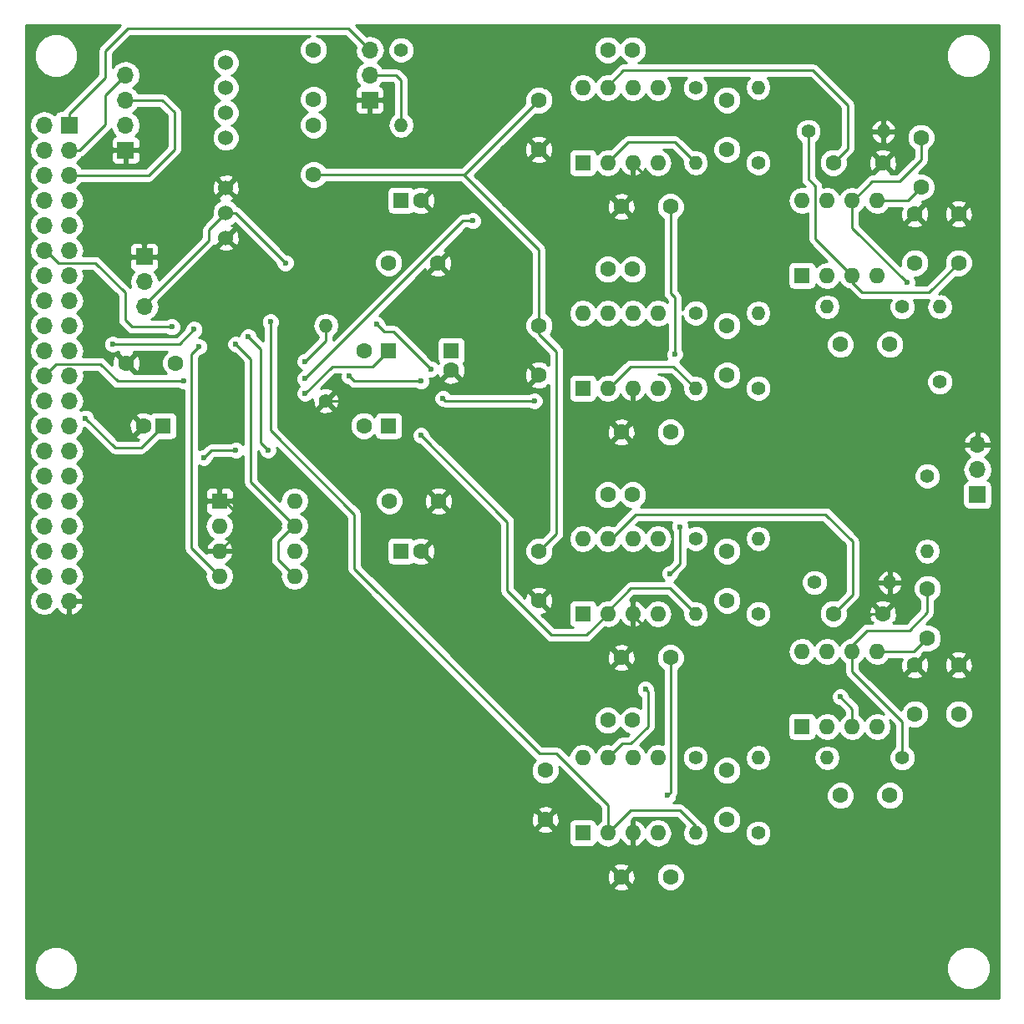
<source format=gbl>
G04 #@! TF.FileFunction,Copper,L2,Bot,Signal*
%FSLAX46Y46*%
G04 Gerber Fmt 4.6, Leading zero omitted, Abs format (unit mm)*
G04 Created by KiCad (PCBNEW 4.0.7) date Wed Jan 24 20:33:12 2018*
%MOMM*%
%LPD*%
G01*
G04 APERTURE LIST*
%ADD10C,0.100000*%
%ADD11C,1.600000*%
%ADD12R,1.600000X1.600000*%
%ADD13R,1.700000X1.700000*%
%ADD14O,1.700000X1.700000*%
%ADD15C,1.400000*%
%ADD16O,1.400000X1.400000*%
%ADD17O,1.600000X1.600000*%
%ADD18C,1.524000*%
%ADD19C,0.600000*%
%ADD20C,0.250000*%
%ADD21C,0.254000*%
G04 APERTURE END LIST*
D10*
D11*
X93345000Y-116205000D03*
X93345000Y-121205000D03*
X82550000Y-88900000D03*
X77550000Y-88900000D03*
X77470000Y-64770000D03*
X82470000Y-64770000D03*
D12*
X78740000Y-58420000D03*
D11*
X80740000Y-58420000D03*
X130810000Y-110490000D03*
X130810000Y-105490000D03*
X132080000Y-97790000D03*
X132080000Y-102790000D03*
X92710000Y-71120000D03*
X92710000Y-76120000D03*
X131445000Y-52070000D03*
X131445000Y-57070000D03*
D13*
X75565000Y-48260000D03*
D14*
X75565000Y-45720000D03*
X75565000Y-43180000D03*
D15*
X78740000Y-43180000D03*
D16*
X78740000Y-50800000D03*
D15*
X108585000Y-114935000D03*
D16*
X108585000Y-122555000D03*
D12*
X97155000Y-122555000D03*
D17*
X104775000Y-114935000D03*
X99695000Y-122555000D03*
X102235000Y-114935000D03*
X102235000Y-122555000D03*
X99695000Y-114935000D03*
X104775000Y-122555000D03*
X97155000Y-114935000D03*
D12*
X97155000Y-100330000D03*
D17*
X104775000Y-92710000D03*
X99695000Y-100330000D03*
X102235000Y-92710000D03*
X102235000Y-100330000D03*
X99695000Y-92710000D03*
X104775000Y-100330000D03*
X97155000Y-92710000D03*
D12*
X119380000Y-111760000D03*
D17*
X127000000Y-104140000D03*
X121920000Y-111760000D03*
X124460000Y-104140000D03*
X124460000Y-111760000D03*
X121920000Y-104140000D03*
X127000000Y-111760000D03*
X119380000Y-104140000D03*
D12*
X97155000Y-77470000D03*
D17*
X104775000Y-69850000D03*
X99695000Y-77470000D03*
X102235000Y-69850000D03*
X102235000Y-77470000D03*
X99695000Y-69850000D03*
X104775000Y-77470000D03*
X97155000Y-69850000D03*
D12*
X119380000Y-66040000D03*
D17*
X127000000Y-58420000D03*
X121920000Y-66040000D03*
X124460000Y-58420000D03*
X124460000Y-66040000D03*
X121920000Y-58420000D03*
X127000000Y-66040000D03*
X119380000Y-58420000D03*
D11*
X69850000Y-43180000D03*
X69850000Y-48180000D03*
X69850000Y-50800000D03*
X69850000Y-55800000D03*
X55880000Y-74930000D03*
X50880000Y-74930000D03*
D12*
X54610000Y-81280000D03*
D11*
X52610000Y-81280000D03*
X111760000Y-116205000D03*
X111760000Y-121205000D03*
X111760000Y-93980000D03*
X111760000Y-98980000D03*
X106045000Y-127000000D03*
X101045000Y-127000000D03*
X92710000Y-93980000D03*
X92710000Y-98980000D03*
X106045000Y-104775000D03*
X101045000Y-104775000D03*
X99695000Y-111125000D03*
X102195000Y-111125000D03*
X99695000Y-88265000D03*
X102195000Y-88265000D03*
D12*
X77470000Y-73660000D03*
D11*
X74970000Y-73660000D03*
D12*
X78740000Y-93980000D03*
D11*
X80740000Y-93980000D03*
D12*
X77470000Y-81280000D03*
D11*
X74970000Y-81280000D03*
D12*
X83820000Y-73660000D03*
D11*
X83820000Y-75660000D03*
X128270000Y-118745000D03*
X123270000Y-118745000D03*
X135255000Y-110490000D03*
X135255000Y-105490000D03*
X122555000Y-100330000D03*
X127555000Y-100330000D03*
X111760000Y-71120000D03*
X111760000Y-76120000D03*
X111760000Y-48260000D03*
X111760000Y-53260000D03*
X106045000Y-81915000D03*
X101045000Y-81915000D03*
X92710000Y-48260000D03*
X92710000Y-53260000D03*
X106045000Y-59055000D03*
X101045000Y-59055000D03*
X99695000Y-65405000D03*
X102195000Y-65405000D03*
X99695000Y-43180000D03*
X102195000Y-43180000D03*
X128270000Y-73025000D03*
X123270000Y-73025000D03*
X135255000Y-64770000D03*
X135255000Y-59770000D03*
X130810000Y-64770000D03*
X130810000Y-59770000D03*
X122555000Y-54610000D03*
X127555000Y-54610000D03*
D13*
X50800000Y-53340000D03*
D14*
X50800000Y-50800000D03*
X50800000Y-48260000D03*
X50800000Y-45720000D03*
D13*
X45085000Y-50800000D03*
D14*
X42545000Y-50800000D03*
X45085000Y-53340000D03*
X42545000Y-53340000D03*
X45085000Y-55880000D03*
X42545000Y-55880000D03*
X45085000Y-58420000D03*
X42545000Y-58420000D03*
X45085000Y-60960000D03*
X42545000Y-60960000D03*
X45085000Y-63500000D03*
X42545000Y-63500000D03*
X45085000Y-66040000D03*
X42545000Y-66040000D03*
X45085000Y-68580000D03*
X42545000Y-68580000D03*
X45085000Y-71120000D03*
X42545000Y-71120000D03*
X45085000Y-73660000D03*
X42545000Y-73660000D03*
X45085000Y-76200000D03*
X42545000Y-76200000D03*
X45085000Y-78740000D03*
X42545000Y-78740000D03*
X45085000Y-81280000D03*
X42545000Y-81280000D03*
X45085000Y-83820000D03*
X42545000Y-83820000D03*
X45085000Y-86360000D03*
X42545000Y-86360000D03*
X45085000Y-88900000D03*
X42545000Y-88900000D03*
X45085000Y-91440000D03*
X42545000Y-91440000D03*
X45085000Y-93980000D03*
X42545000Y-93980000D03*
X45085000Y-96520000D03*
X42545000Y-96520000D03*
X45085000Y-99060000D03*
X42545000Y-99060000D03*
D13*
X52705000Y-64135000D03*
D14*
X52705000Y-66675000D03*
X52705000Y-69215000D03*
D15*
X108585000Y-92710000D03*
D16*
X108585000Y-100330000D03*
D15*
X71120000Y-78740000D03*
D16*
X71120000Y-71120000D03*
D15*
X114935000Y-122555000D03*
D16*
X114935000Y-114935000D03*
D15*
X114935000Y-100330000D03*
D16*
X114935000Y-92710000D03*
D15*
X129540000Y-114935000D03*
D16*
X121920000Y-114935000D03*
D15*
X120650000Y-97155000D03*
D16*
X128270000Y-97155000D03*
D15*
X108585000Y-69850000D03*
D16*
X108585000Y-77470000D03*
D15*
X108585000Y-46990000D03*
D16*
X108585000Y-54610000D03*
D15*
X132080000Y-86360000D03*
D16*
X132080000Y-93980000D03*
D15*
X114935000Y-77470000D03*
D16*
X114935000Y-69850000D03*
D15*
X114935000Y-54610000D03*
D16*
X114935000Y-46990000D03*
D15*
X129540000Y-69215000D03*
D16*
X121920000Y-69215000D03*
D15*
X120015000Y-51435000D03*
D16*
X127635000Y-51435000D03*
D15*
X133350000Y-76835000D03*
D16*
X133350000Y-69215000D03*
D18*
X60960000Y-62230000D03*
X60960000Y-59690000D03*
X60960000Y-57150000D03*
X60960000Y-52070000D03*
X60960000Y-49530000D03*
X60960000Y-46990000D03*
X60960000Y-44450000D03*
D12*
X60325000Y-88900000D03*
D17*
X67945000Y-96520000D03*
X60325000Y-91440000D03*
X67945000Y-93980000D03*
X60325000Y-93980000D03*
X67945000Y-91440000D03*
X60325000Y-96520000D03*
X67945000Y-88900000D03*
D12*
X97155000Y-54610000D03*
D17*
X104775000Y-46990000D03*
X99695000Y-54610000D03*
X102235000Y-46990000D03*
X102235000Y-54610000D03*
X99695000Y-46990000D03*
X104775000Y-54610000D03*
X97155000Y-46990000D03*
D13*
X137160000Y-88265000D03*
D14*
X137160000Y-85725000D03*
X137160000Y-83185000D03*
D19*
X46750000Y-80500000D03*
X65500000Y-70750000D03*
X80750000Y-82250000D03*
X81750000Y-75500000D03*
X76250000Y-71000000D03*
X103500000Y-108000000D03*
X106500000Y-74000000D03*
X107000000Y-91500000D03*
X106000000Y-96250000D03*
X105750000Y-118750000D03*
X69000000Y-78000000D03*
X67000000Y-64750000D03*
X92250000Y-78750000D03*
X83000000Y-78500000D03*
X80750000Y-76750000D03*
X73500000Y-76250000D03*
X86000000Y-60500000D03*
X69000000Y-76500000D03*
X123250000Y-108750000D03*
X130000000Y-66750000D03*
X58250000Y-73250000D03*
X55500000Y-71250000D03*
X56750000Y-76750000D03*
X49500000Y-73000000D03*
X57750000Y-71500000D03*
X63250000Y-72250000D03*
X65250000Y-83750000D03*
X62000000Y-83750000D03*
X58750000Y-84500000D03*
X69000000Y-74750000D03*
X62000000Y-73000000D03*
X117250000Y-56500000D03*
D20*
X52390000Y-83500000D02*
X54610000Y-81280000D01*
X49750000Y-83500000D02*
X52390000Y-83500000D01*
X46750000Y-80500000D02*
X49750000Y-83500000D01*
X45085000Y-50800000D02*
X45085000Y-49665000D01*
X73385000Y-41000000D02*
X75565000Y-43180000D01*
X51000000Y-41000000D02*
X73385000Y-41000000D01*
X48750000Y-43250000D02*
X51000000Y-41000000D01*
X48750000Y-46000000D02*
X48750000Y-43250000D01*
X45085000Y-49665000D02*
X48750000Y-46000000D01*
X99695000Y-119695000D02*
X99695000Y-122555000D01*
X94500000Y-114500000D02*
X99695000Y-119695000D01*
X92750000Y-114500000D02*
X94500000Y-114500000D01*
X74000000Y-95750000D02*
X92750000Y-114500000D01*
X74000000Y-90250000D02*
X74000000Y-95750000D01*
X65500000Y-81750000D02*
X74000000Y-90250000D01*
X65500000Y-70750000D02*
X65500000Y-81750000D01*
X99695000Y-122555000D02*
X102000000Y-120250000D01*
X108585000Y-121835000D02*
X108585000Y-122555000D01*
X107000000Y-120250000D02*
X108585000Y-121835000D01*
X102000000Y-120250000D02*
X107000000Y-120250000D01*
X97525000Y-102500000D02*
X99695000Y-100330000D01*
X94000000Y-102500000D02*
X97525000Y-102500000D01*
X89500000Y-98000000D02*
X94000000Y-102500000D01*
X89500000Y-91000000D02*
X89500000Y-98000000D01*
X80750000Y-82250000D02*
X89500000Y-91000000D01*
X78000000Y-71750000D02*
X81750000Y-75500000D01*
X77000000Y-71750000D02*
X78000000Y-71750000D01*
X76250000Y-71000000D02*
X77000000Y-71750000D01*
X99695000Y-100330000D02*
X99695000Y-100055000D01*
X99695000Y-100055000D02*
X102000000Y-97750000D01*
X102000000Y-97750000D02*
X106005000Y-97750000D01*
X106005000Y-97750000D02*
X108585000Y-100330000D01*
X101130000Y-113500000D02*
X99695000Y-114935000D01*
X102000000Y-113500000D02*
X101130000Y-113500000D01*
X103750000Y-111750000D02*
X102000000Y-113500000D01*
X103750000Y-108250000D02*
X103750000Y-111750000D01*
X103500000Y-108000000D02*
X103750000Y-108250000D01*
X99695000Y-92710000D02*
X100040000Y-92710000D01*
X100040000Y-92710000D02*
X102500000Y-90250000D01*
X124500000Y-98385000D02*
X122555000Y-100330000D01*
X124500000Y-93000000D02*
X124500000Y-98385000D01*
X121750000Y-90250000D02*
X124500000Y-93000000D01*
X102500000Y-90250000D02*
X121750000Y-90250000D01*
X99695000Y-46990000D02*
X99695000Y-46805000D01*
X99695000Y-46805000D02*
X101250000Y-45250000D01*
X124000000Y-53165000D02*
X122555000Y-54610000D01*
X124000000Y-48750000D02*
X124000000Y-53165000D01*
X120500000Y-45250000D02*
X124000000Y-48750000D01*
X101250000Y-45250000D02*
X120500000Y-45250000D01*
X92710000Y-71120000D02*
X92710000Y-71960000D01*
X94500000Y-92190000D02*
X92710000Y-93980000D01*
X94500000Y-73750000D02*
X94500000Y-92190000D01*
X92710000Y-71960000D02*
X94500000Y-73750000D01*
X92710000Y-71120000D02*
X92710000Y-63460000D01*
X92710000Y-63460000D02*
X85050000Y-55800000D01*
X69850000Y-55800000D02*
X85050000Y-55800000D01*
X85050000Y-55800000D02*
X85170000Y-55800000D01*
X85170000Y-55800000D02*
X92710000Y-48260000D01*
X106045000Y-59055000D02*
X106045000Y-67795000D01*
X106500000Y-68250000D02*
X106500000Y-74000000D01*
X106045000Y-67795000D02*
X106500000Y-68250000D01*
X107000000Y-95250000D02*
X107000000Y-91500000D01*
X106000000Y-96250000D02*
X107000000Y-95250000D01*
X106045000Y-104775000D02*
X106045000Y-118455000D01*
X106045000Y-118455000D02*
X105750000Y-118750000D01*
X52705000Y-69215000D02*
X52705000Y-69045000D01*
X52705000Y-69045000D02*
X59250000Y-62500000D01*
X59250000Y-62500000D02*
X59250000Y-61400000D01*
X59250000Y-61400000D02*
X60960000Y-59690000D01*
X75880000Y-75250000D02*
X77470000Y-73660000D01*
X71750000Y-75250000D02*
X75880000Y-75250000D01*
X69000000Y-78000000D02*
X71750000Y-75250000D01*
X60960000Y-59690000D02*
X61940000Y-59690000D01*
X61940000Y-59690000D02*
X67000000Y-64750000D01*
X127000000Y-104140000D02*
X130730000Y-104140000D01*
X130730000Y-104140000D02*
X132080000Y-102790000D01*
X83250000Y-78750000D02*
X92250000Y-78750000D01*
X83000000Y-78500000D02*
X83250000Y-78750000D01*
X74000000Y-76750000D02*
X80750000Y-76750000D01*
X73500000Y-76250000D02*
X74000000Y-76750000D01*
X99695000Y-77470000D02*
X99780000Y-77470000D01*
X99780000Y-77470000D02*
X102000000Y-75250000D01*
X102000000Y-75250000D02*
X106365000Y-75250000D01*
X106365000Y-75250000D02*
X108585000Y-77470000D01*
X85000000Y-60500000D02*
X86000000Y-60500000D01*
X69000000Y-76500000D02*
X85000000Y-60500000D01*
X99695000Y-54610000D02*
X99695000Y-54555000D01*
X99695000Y-54555000D02*
X101750000Y-52500000D01*
X101750000Y-52500000D02*
X106475000Y-52500000D01*
X106475000Y-52500000D02*
X108585000Y-54610000D01*
X127000000Y-58420000D02*
X130095000Y-58420000D01*
X130095000Y-58420000D02*
X131445000Y-57070000D01*
X78740000Y-50800000D02*
X78740000Y-46260000D01*
X78200000Y-45720000D02*
X75565000Y-45720000D01*
X78740000Y-46260000D02*
X78200000Y-45720000D01*
X124460000Y-104140000D02*
X124460000Y-106210000D01*
X129540000Y-111290000D02*
X129540000Y-114935000D01*
X124460000Y-106210000D02*
X129540000Y-111290000D01*
X124460000Y-104140000D02*
X124460000Y-103540000D01*
X124460000Y-103540000D02*
X126000000Y-102000000D01*
X126000000Y-102000000D02*
X130250000Y-102000000D01*
X130250000Y-102000000D02*
X132080000Y-100170000D01*
X132080000Y-100170000D02*
X132080000Y-97790000D01*
X124460000Y-109960000D02*
X124460000Y-111760000D01*
X123250000Y-108750000D02*
X124460000Y-109960000D01*
X124460000Y-58420000D02*
X124460000Y-61210000D01*
X124460000Y-61210000D02*
X130000000Y-66750000D01*
X124460000Y-58420000D02*
X124580000Y-58420000D01*
X124580000Y-58420000D02*
X126500000Y-56500000D01*
X126500000Y-56500000D02*
X129250000Y-56500000D01*
X129250000Y-56500000D02*
X131445000Y-54305000D01*
X131445000Y-54305000D02*
X131445000Y-52070000D01*
X124460000Y-66040000D02*
X124460000Y-66710000D01*
X124460000Y-66710000D02*
X125500000Y-67750000D01*
X132275000Y-67750000D02*
X135255000Y-64770000D01*
X125500000Y-67750000D02*
X132275000Y-67750000D01*
X120015000Y-51435000D02*
X120015000Y-56265000D01*
X120750000Y-62330000D02*
X124460000Y-66040000D01*
X120750000Y-57000000D02*
X120750000Y-62330000D01*
X120015000Y-56265000D02*
X120750000Y-57000000D01*
X45085000Y-55880000D02*
X53120000Y-55880000D01*
X54510000Y-48260000D02*
X50800000Y-48260000D01*
X55750000Y-49500000D02*
X54510000Y-48260000D01*
X55750000Y-53250000D02*
X55750000Y-49500000D01*
X53120000Y-55880000D02*
X55750000Y-53250000D01*
X45085000Y-53340000D02*
X46160000Y-53340000D01*
X48750000Y-47770000D02*
X50800000Y-45720000D01*
X48750000Y-50750000D02*
X48750000Y-47770000D01*
X46160000Y-53340000D02*
X48750000Y-50750000D01*
X57500000Y-93695000D02*
X60325000Y-96520000D01*
X57500000Y-74000000D02*
X57500000Y-93695000D01*
X58250000Y-73250000D02*
X57500000Y-74000000D01*
X42545000Y-63500000D02*
X42750000Y-63500000D01*
X42750000Y-63500000D02*
X44000000Y-64750000D01*
X44000000Y-64750000D02*
X47750000Y-64750000D01*
X47750000Y-64750000D02*
X50750000Y-67750000D01*
X50750000Y-67750000D02*
X50750000Y-70500000D01*
X50750000Y-70500000D02*
X51500000Y-71250000D01*
X51500000Y-71250000D02*
X55500000Y-71250000D01*
X42545000Y-76200000D02*
X42550000Y-76200000D01*
X42550000Y-76200000D02*
X43750000Y-75000000D01*
X43750000Y-75000000D02*
X48250000Y-75000000D01*
X48250000Y-75000000D02*
X50000000Y-76750000D01*
X50000000Y-76750000D02*
X56750000Y-76750000D01*
X56250000Y-73000000D02*
X49500000Y-73000000D01*
X57750000Y-71500000D02*
X56250000Y-73000000D01*
X64500000Y-73500000D02*
X63250000Y-72250000D01*
X64500000Y-83000000D02*
X64500000Y-73500000D01*
X65250000Y-83750000D02*
X64500000Y-83000000D01*
X59500000Y-83750000D02*
X62000000Y-83750000D01*
X58750000Y-84500000D02*
X59500000Y-83750000D01*
X71120000Y-72630000D02*
X71120000Y-71120000D01*
X69000000Y-74750000D02*
X71120000Y-72630000D01*
X67945000Y-91440000D02*
X67810000Y-91440000D01*
X67810000Y-91440000D02*
X66250000Y-93000000D01*
X66250000Y-94825000D02*
X67945000Y-96520000D01*
X66250000Y-93000000D02*
X66250000Y-94825000D01*
X63500000Y-86995000D02*
X67945000Y-91440000D01*
X63500000Y-74500000D02*
X63500000Y-86995000D01*
X62000000Y-73000000D02*
X63500000Y-74500000D01*
X128270000Y-97155000D02*
X128270000Y-86980000D01*
X132065000Y-83185000D02*
X137160000Y-83185000D01*
X128270000Y-86980000D02*
X132065000Y-83185000D01*
X102235000Y-100330000D02*
X102235000Y-100485000D01*
X102235000Y-100485000D02*
X104250000Y-102500000D01*
X126420000Y-100330000D02*
X127555000Y-100330000D01*
X124250000Y-102500000D02*
X126420000Y-100330000D01*
X104250000Y-102500000D02*
X124250000Y-102500000D01*
X102235000Y-54610000D02*
X102235000Y-54735000D01*
X102235000Y-54735000D02*
X104000000Y-56500000D01*
X104000000Y-56500000D02*
X117250000Y-56500000D01*
X60325000Y-88900000D02*
X60900000Y-88900000D01*
X60900000Y-88900000D02*
X63000000Y-91000000D01*
X63000000Y-91305000D02*
X60325000Y-93980000D01*
X63000000Y-91000000D02*
X63000000Y-91305000D01*
X71120000Y-78740000D02*
X80740000Y-78740000D01*
X80740000Y-78740000D02*
X83820000Y-75660000D01*
D21*
G36*
X48212599Y-42712599D02*
X48047852Y-42959161D01*
X47990000Y-43250000D01*
X47990000Y-45685198D01*
X44547599Y-49127599D01*
X44430694Y-49302560D01*
X44235000Y-49302560D01*
X43999683Y-49346838D01*
X43783559Y-49485910D01*
X43638569Y-49698110D01*
X43627159Y-49754454D01*
X43624147Y-49749946D01*
X43142378Y-49428039D01*
X42574093Y-49315000D01*
X42515907Y-49315000D01*
X41947622Y-49428039D01*
X41465853Y-49749946D01*
X41143946Y-50231715D01*
X41030907Y-50800000D01*
X41143946Y-51368285D01*
X41465853Y-51850054D01*
X41795026Y-52070000D01*
X41465853Y-52289946D01*
X41143946Y-52771715D01*
X41030907Y-53340000D01*
X41143946Y-53908285D01*
X41465853Y-54390054D01*
X41795026Y-54610000D01*
X41465853Y-54829946D01*
X41143946Y-55311715D01*
X41030907Y-55880000D01*
X41143946Y-56448285D01*
X41465853Y-56930054D01*
X41795026Y-57150000D01*
X41465853Y-57369946D01*
X41143946Y-57851715D01*
X41030907Y-58420000D01*
X41143946Y-58988285D01*
X41465853Y-59470054D01*
X41795026Y-59690000D01*
X41465853Y-59909946D01*
X41143946Y-60391715D01*
X41030907Y-60960000D01*
X41143946Y-61528285D01*
X41465853Y-62010054D01*
X41795026Y-62230000D01*
X41465853Y-62449946D01*
X41143946Y-62931715D01*
X41030907Y-63500000D01*
X41143946Y-64068285D01*
X41465853Y-64550054D01*
X41795026Y-64770000D01*
X41465853Y-64989946D01*
X41143946Y-65471715D01*
X41030907Y-66040000D01*
X41143946Y-66608285D01*
X41465853Y-67090054D01*
X41795026Y-67310000D01*
X41465853Y-67529946D01*
X41143946Y-68011715D01*
X41030907Y-68580000D01*
X41143946Y-69148285D01*
X41465853Y-69630054D01*
X41795026Y-69850000D01*
X41465853Y-70069946D01*
X41143946Y-70551715D01*
X41030907Y-71120000D01*
X41143946Y-71688285D01*
X41465853Y-72170054D01*
X41795026Y-72390000D01*
X41465853Y-72609946D01*
X41143946Y-73091715D01*
X41030907Y-73660000D01*
X41143946Y-74228285D01*
X41465853Y-74710054D01*
X41795026Y-74930000D01*
X41465853Y-75149946D01*
X41143946Y-75631715D01*
X41030907Y-76200000D01*
X41143946Y-76768285D01*
X41465853Y-77250054D01*
X41795026Y-77470000D01*
X41465853Y-77689946D01*
X41143946Y-78171715D01*
X41030907Y-78740000D01*
X41143946Y-79308285D01*
X41465853Y-79790054D01*
X41795026Y-80010000D01*
X41465853Y-80229946D01*
X41143946Y-80711715D01*
X41030907Y-81280000D01*
X41143946Y-81848285D01*
X41465853Y-82330054D01*
X41795026Y-82550000D01*
X41465853Y-82769946D01*
X41143946Y-83251715D01*
X41030907Y-83820000D01*
X41143946Y-84388285D01*
X41465853Y-84870054D01*
X41795026Y-85090000D01*
X41465853Y-85309946D01*
X41143946Y-85791715D01*
X41030907Y-86360000D01*
X41143946Y-86928285D01*
X41465853Y-87410054D01*
X41795026Y-87630000D01*
X41465853Y-87849946D01*
X41143946Y-88331715D01*
X41030907Y-88900000D01*
X41143946Y-89468285D01*
X41465853Y-89950054D01*
X41795026Y-90170000D01*
X41465853Y-90389946D01*
X41143946Y-90871715D01*
X41030907Y-91440000D01*
X41143946Y-92008285D01*
X41465853Y-92490054D01*
X41795026Y-92710000D01*
X41465853Y-92929946D01*
X41143946Y-93411715D01*
X41030907Y-93980000D01*
X41143946Y-94548285D01*
X41465853Y-95030054D01*
X41795026Y-95250000D01*
X41465853Y-95469946D01*
X41143946Y-95951715D01*
X41030907Y-96520000D01*
X41143946Y-97088285D01*
X41465853Y-97570054D01*
X41795026Y-97790000D01*
X41465853Y-98009946D01*
X41143946Y-98491715D01*
X41030907Y-99060000D01*
X41143946Y-99628285D01*
X41465853Y-100110054D01*
X41947622Y-100431961D01*
X42515907Y-100545000D01*
X42574093Y-100545000D01*
X43142378Y-100431961D01*
X43624147Y-100110054D01*
X43813345Y-99826899D01*
X43813355Y-99826924D01*
X44203642Y-100255183D01*
X44728108Y-100501486D01*
X44958000Y-100380819D01*
X44958000Y-99187000D01*
X45212000Y-99187000D01*
X45212000Y-100380819D01*
X45441892Y-100501486D01*
X45966358Y-100255183D01*
X46356645Y-99826924D01*
X46526476Y-99416890D01*
X46405155Y-99187000D01*
X45212000Y-99187000D01*
X44958000Y-99187000D01*
X44938000Y-99187000D01*
X44938000Y-98933000D01*
X44958000Y-98933000D01*
X44958000Y-98913000D01*
X45212000Y-98913000D01*
X45212000Y-98933000D01*
X46405155Y-98933000D01*
X46526476Y-98703110D01*
X46356645Y-98293076D01*
X45966358Y-97864817D01*
X45823447Y-97797702D01*
X46164147Y-97570054D01*
X46486054Y-97088285D01*
X46599093Y-96520000D01*
X46486054Y-95951715D01*
X46164147Y-95469946D01*
X45834974Y-95250000D01*
X46164147Y-95030054D01*
X46486054Y-94548285D01*
X46599093Y-93980000D01*
X46486054Y-93411715D01*
X46164147Y-92929946D01*
X45834974Y-92710000D01*
X46164147Y-92490054D01*
X46486054Y-92008285D01*
X46599093Y-91440000D01*
X46486054Y-90871715D01*
X46164147Y-90389946D01*
X45834974Y-90170000D01*
X46164147Y-89950054D01*
X46486054Y-89468285D01*
X46599093Y-88900000D01*
X46486054Y-88331715D01*
X46164147Y-87849946D01*
X45834974Y-87630000D01*
X46164147Y-87410054D01*
X46486054Y-86928285D01*
X46599093Y-86360000D01*
X46486054Y-85791715D01*
X46164147Y-85309946D01*
X45834974Y-85090000D01*
X46164147Y-84870054D01*
X46486054Y-84388285D01*
X46599093Y-83820000D01*
X46486054Y-83251715D01*
X46164147Y-82769946D01*
X45834974Y-82550000D01*
X46164147Y-82330054D01*
X46486054Y-81848285D01*
X46568293Y-81434842D01*
X46610077Y-81434879D01*
X49212599Y-84037401D01*
X49459161Y-84202148D01*
X49750000Y-84260000D01*
X52390000Y-84260000D01*
X52680839Y-84202148D01*
X52927401Y-84037401D01*
X54237362Y-82727440D01*
X55410000Y-82727440D01*
X55645317Y-82683162D01*
X55861441Y-82544090D01*
X56006431Y-82331890D01*
X56057440Y-82080000D01*
X56057440Y-80480000D01*
X56013162Y-80244683D01*
X55874090Y-80028559D01*
X55661890Y-79883569D01*
X55410000Y-79832560D01*
X53810000Y-79832560D01*
X53574683Y-79876838D01*
X53358559Y-80015910D01*
X53354023Y-80022548D01*
X52826777Y-79833035D01*
X52256546Y-79860222D01*
X51855995Y-80026136D01*
X51781861Y-80272255D01*
X52610000Y-81100395D01*
X52624142Y-81086252D01*
X52803748Y-81265858D01*
X52789605Y-81280000D01*
X52803748Y-81294142D01*
X52624142Y-81473748D01*
X52610000Y-81459605D01*
X51781861Y-82287745D01*
X51855995Y-82533864D01*
X52168873Y-82646325D01*
X52075198Y-82740000D01*
X50064802Y-82740000D01*
X48388025Y-81063223D01*
X51163035Y-81063223D01*
X51190222Y-81633454D01*
X51356136Y-82034005D01*
X51602255Y-82108139D01*
X52430395Y-81280000D01*
X51602255Y-80451861D01*
X51356136Y-80525995D01*
X51163035Y-81063223D01*
X48388025Y-81063223D01*
X47685122Y-80360320D01*
X47685162Y-80314833D01*
X47543117Y-79971057D01*
X47280327Y-79707808D01*
X46936799Y-79565162D01*
X46564833Y-79564838D01*
X46221057Y-79706883D01*
X46217042Y-79710891D01*
X46486054Y-79308285D01*
X46599093Y-78740000D01*
X46486054Y-78171715D01*
X46164147Y-77689946D01*
X45834974Y-77470000D01*
X46164147Y-77250054D01*
X46486054Y-76768285D01*
X46599093Y-76200000D01*
X46511571Y-75760000D01*
X47935198Y-75760000D01*
X49462599Y-77287401D01*
X49709161Y-77452148D01*
X50000000Y-77510000D01*
X56187537Y-77510000D01*
X56219673Y-77542192D01*
X56563201Y-77684838D01*
X56740000Y-77684992D01*
X56740000Y-93695000D01*
X56797852Y-93985839D01*
X56962599Y-94232401D01*
X58926312Y-96196114D01*
X58861887Y-96520000D01*
X58971120Y-97069151D01*
X59282189Y-97534698D01*
X59747736Y-97845767D01*
X60296887Y-97955000D01*
X60353113Y-97955000D01*
X60902264Y-97845767D01*
X61367811Y-97534698D01*
X61678880Y-97069151D01*
X61788113Y-96520000D01*
X61678880Y-95970849D01*
X61367811Y-95505302D01*
X60963297Y-95235014D01*
X61180134Y-95132389D01*
X61556041Y-94717423D01*
X61716904Y-94329039D01*
X61594915Y-94107000D01*
X60452000Y-94107000D01*
X60452000Y-94127000D01*
X60198000Y-94127000D01*
X60198000Y-94107000D01*
X59055085Y-94107000D01*
X59030873Y-94151071D01*
X58260000Y-93380198D01*
X58260000Y-91440000D01*
X58861887Y-91440000D01*
X58971120Y-91989151D01*
X59282189Y-92454698D01*
X59686703Y-92724986D01*
X59469866Y-92827611D01*
X59093959Y-93242577D01*
X58933096Y-93630961D01*
X59055085Y-93853000D01*
X60198000Y-93853000D01*
X60198000Y-93833000D01*
X60452000Y-93833000D01*
X60452000Y-93853000D01*
X61594915Y-93853000D01*
X61716904Y-93630961D01*
X61556041Y-93242577D01*
X61180134Y-92827611D01*
X60963297Y-92724986D01*
X61367811Y-92454698D01*
X61678880Y-91989151D01*
X61788113Y-91440000D01*
X61678880Y-90890849D01*
X61367811Y-90425302D01*
X61232665Y-90335000D01*
X61251309Y-90335000D01*
X61484698Y-90238327D01*
X61663327Y-90059699D01*
X61760000Y-89826310D01*
X61760000Y-89185750D01*
X61601250Y-89027000D01*
X60452000Y-89027000D01*
X60452000Y-89047000D01*
X60198000Y-89047000D01*
X60198000Y-89027000D01*
X59048750Y-89027000D01*
X58890000Y-89185750D01*
X58890000Y-89826310D01*
X58986673Y-90059699D01*
X59165302Y-90238327D01*
X59398691Y-90335000D01*
X59417335Y-90335000D01*
X59282189Y-90425302D01*
X58971120Y-90890849D01*
X58861887Y-91440000D01*
X58260000Y-91440000D01*
X58260000Y-87973690D01*
X58890000Y-87973690D01*
X58890000Y-88614250D01*
X59048750Y-88773000D01*
X60198000Y-88773000D01*
X60198000Y-87623750D01*
X60452000Y-87623750D01*
X60452000Y-88773000D01*
X61601250Y-88773000D01*
X61760000Y-88614250D01*
X61760000Y-87973690D01*
X61663327Y-87740301D01*
X61484698Y-87561673D01*
X61251309Y-87465000D01*
X60610750Y-87465000D01*
X60452000Y-87623750D01*
X60198000Y-87623750D01*
X60039250Y-87465000D01*
X59398691Y-87465000D01*
X59165302Y-87561673D01*
X58986673Y-87740301D01*
X58890000Y-87973690D01*
X58260000Y-87973690D01*
X58260000Y-85308937D01*
X58563201Y-85434838D01*
X58935167Y-85435162D01*
X59278943Y-85293117D01*
X59542192Y-85030327D01*
X59684838Y-84686799D01*
X59684879Y-84639923D01*
X59814802Y-84510000D01*
X61437537Y-84510000D01*
X61469673Y-84542192D01*
X61813201Y-84684838D01*
X62185167Y-84685162D01*
X62528943Y-84543117D01*
X62740000Y-84332428D01*
X62740000Y-86995000D01*
X62797852Y-87285839D01*
X62962599Y-87532401D01*
X66546312Y-91116114D01*
X66481887Y-91440000D01*
X66523914Y-91651284D01*
X65712599Y-92462599D01*
X65547852Y-92709161D01*
X65490000Y-93000000D01*
X65490000Y-94825000D01*
X65547852Y-95115839D01*
X65712599Y-95362401D01*
X66546312Y-96196114D01*
X66481887Y-96520000D01*
X66591120Y-97069151D01*
X66902189Y-97534698D01*
X67367736Y-97845767D01*
X67916887Y-97955000D01*
X67973113Y-97955000D01*
X68522264Y-97845767D01*
X68987811Y-97534698D01*
X69298880Y-97069151D01*
X69408113Y-96520000D01*
X69298880Y-95970849D01*
X68987811Y-95505302D01*
X68605725Y-95250000D01*
X68987811Y-94994698D01*
X69298880Y-94529151D01*
X69408113Y-93980000D01*
X69298880Y-93430849D01*
X68987811Y-92965302D01*
X68605725Y-92710000D01*
X68987811Y-92454698D01*
X69298880Y-91989151D01*
X69408113Y-91440000D01*
X69298880Y-90890849D01*
X68987811Y-90425302D01*
X68605725Y-90170000D01*
X68987811Y-89914698D01*
X69298880Y-89449151D01*
X69408113Y-88900000D01*
X69298880Y-88350849D01*
X68987811Y-87885302D01*
X68522264Y-87574233D01*
X67973113Y-87465000D01*
X67916887Y-87465000D01*
X67367736Y-87574233D01*
X66902189Y-87885302D01*
X66591120Y-88350849D01*
X66481887Y-88900000D01*
X66482405Y-88902603D01*
X64260000Y-86680198D01*
X64260000Y-83834802D01*
X64314878Y-83889680D01*
X64314838Y-83935167D01*
X64456883Y-84278943D01*
X64719673Y-84542192D01*
X65063201Y-84684838D01*
X65435167Y-84685162D01*
X65778943Y-84543117D01*
X66042192Y-84280327D01*
X66184838Y-83936799D01*
X66185162Y-83564833D01*
X66146527Y-83471329D01*
X73240000Y-90564802D01*
X73240000Y-95750000D01*
X73297852Y-96040839D01*
X73462599Y-96287401D01*
X92212599Y-115037401D01*
X92374860Y-115145821D01*
X92129176Y-115391077D01*
X91910250Y-115918309D01*
X91909752Y-116489187D01*
X92127757Y-117016800D01*
X92531077Y-117420824D01*
X93058309Y-117639750D01*
X93629187Y-117640248D01*
X94156800Y-117422243D01*
X94560824Y-117018923D01*
X94779750Y-116491691D01*
X94780248Y-115920813D01*
X94733942Y-115808744D01*
X98935000Y-120009802D01*
X98935000Y-121342005D01*
X98680302Y-121512189D01*
X98583899Y-121656465D01*
X98558162Y-121519683D01*
X98419090Y-121303559D01*
X98206890Y-121158569D01*
X97955000Y-121107560D01*
X96355000Y-121107560D01*
X96119683Y-121151838D01*
X95903559Y-121290910D01*
X95758569Y-121503110D01*
X95707560Y-121755000D01*
X95707560Y-123355000D01*
X95751838Y-123590317D01*
X95890910Y-123806441D01*
X96103110Y-123951431D01*
X96355000Y-124002440D01*
X97955000Y-124002440D01*
X98190317Y-123958162D01*
X98406441Y-123819090D01*
X98551431Y-123606890D01*
X98582815Y-123451911D01*
X98680302Y-123597811D01*
X99145849Y-123908880D01*
X99695000Y-124018113D01*
X100244151Y-123908880D01*
X100709698Y-123597811D01*
X100979986Y-123193297D01*
X101082611Y-123410134D01*
X101497577Y-123786041D01*
X101885961Y-123946904D01*
X102108000Y-123824915D01*
X102108000Y-122682000D01*
X102088000Y-122682000D01*
X102088000Y-122428000D01*
X102108000Y-122428000D01*
X102108000Y-121285085D01*
X102362000Y-121285085D01*
X102362000Y-122428000D01*
X102382000Y-122428000D01*
X102382000Y-122682000D01*
X102362000Y-122682000D01*
X102362000Y-123824915D01*
X102584039Y-123946904D01*
X102972423Y-123786041D01*
X103387389Y-123410134D01*
X103490014Y-123193297D01*
X103760302Y-123597811D01*
X104225849Y-123908880D01*
X104775000Y-124018113D01*
X105324151Y-123908880D01*
X105789698Y-123597811D01*
X106100767Y-123132264D01*
X106210000Y-122583113D01*
X106210000Y-122526887D01*
X106100767Y-121977736D01*
X105789698Y-121512189D01*
X105324151Y-121201120D01*
X104775000Y-121091887D01*
X104225849Y-121201120D01*
X103760302Y-121512189D01*
X103490014Y-121916703D01*
X103387389Y-121699866D01*
X102972423Y-121323959D01*
X102584039Y-121163096D01*
X102362000Y-121285085D01*
X102108000Y-121285085D01*
X102063929Y-121260873D01*
X102314802Y-121010000D01*
X106685198Y-121010000D01*
X107488423Y-121813225D01*
X107351621Y-122017964D01*
X107250000Y-122528846D01*
X107250000Y-122581154D01*
X107351621Y-123092036D01*
X107641012Y-123525142D01*
X108074118Y-123814533D01*
X108585000Y-123916154D01*
X109095882Y-123814533D01*
X109528988Y-123525142D01*
X109818379Y-123092036D01*
X109872613Y-122819383D01*
X113599769Y-122819383D01*
X113802582Y-123310229D01*
X114177796Y-123686098D01*
X114668287Y-123889768D01*
X115199383Y-123890231D01*
X115690229Y-123687418D01*
X116066098Y-123312204D01*
X116269768Y-122821713D01*
X116270231Y-122290617D01*
X116067418Y-121799771D01*
X115692204Y-121423902D01*
X115201713Y-121220232D01*
X114670617Y-121219769D01*
X114179771Y-121422582D01*
X113803902Y-121797796D01*
X113600232Y-122288287D01*
X113599769Y-122819383D01*
X109872613Y-122819383D01*
X109920000Y-122581154D01*
X109920000Y-122528846D01*
X109818379Y-122017964D01*
X109528988Y-121584858D01*
X109385806Y-121489187D01*
X110324752Y-121489187D01*
X110542757Y-122016800D01*
X110946077Y-122420824D01*
X111473309Y-122639750D01*
X112044187Y-122640248D01*
X112571800Y-122422243D01*
X112975824Y-122018923D01*
X113194750Y-121491691D01*
X113195248Y-120920813D01*
X112977243Y-120393200D01*
X112573923Y-119989176D01*
X112046691Y-119770250D01*
X111475813Y-119769752D01*
X110948200Y-119987757D01*
X110544176Y-120391077D01*
X110325250Y-120918309D01*
X110324752Y-121489187D01*
X109385806Y-121489187D01*
X109141217Y-121325759D01*
X109122401Y-121297598D01*
X107537401Y-119712599D01*
X107290839Y-119547852D01*
X107000000Y-119490000D01*
X106332153Y-119490000D01*
X106542192Y-119280327D01*
X106646474Y-119029187D01*
X121834752Y-119029187D01*
X122052757Y-119556800D01*
X122456077Y-119960824D01*
X122983309Y-120179750D01*
X123554187Y-120180248D01*
X124081800Y-119962243D01*
X124485824Y-119558923D01*
X124704750Y-119031691D01*
X124704752Y-119029187D01*
X126834752Y-119029187D01*
X127052757Y-119556800D01*
X127456077Y-119960824D01*
X127983309Y-120179750D01*
X128554187Y-120180248D01*
X129081800Y-119962243D01*
X129485824Y-119558923D01*
X129704750Y-119031691D01*
X129705248Y-118460813D01*
X129487243Y-117933200D01*
X129083923Y-117529176D01*
X128556691Y-117310250D01*
X127985813Y-117309752D01*
X127458200Y-117527757D01*
X127054176Y-117931077D01*
X126835250Y-118458309D01*
X126834752Y-119029187D01*
X124704752Y-119029187D01*
X124705248Y-118460813D01*
X124487243Y-117933200D01*
X124083923Y-117529176D01*
X123556691Y-117310250D01*
X122985813Y-117309752D01*
X122458200Y-117527757D01*
X122054176Y-117931077D01*
X121835250Y-118458309D01*
X121834752Y-119029187D01*
X106646474Y-119029187D01*
X106684838Y-118936799D01*
X106684923Y-118838965D01*
X106747148Y-118745839D01*
X106805000Y-118455000D01*
X106805000Y-116489187D01*
X110324752Y-116489187D01*
X110542757Y-117016800D01*
X110946077Y-117420824D01*
X111473309Y-117639750D01*
X112044187Y-117640248D01*
X112571800Y-117422243D01*
X112975824Y-117018923D01*
X113194750Y-116491691D01*
X113195248Y-115920813D01*
X112977243Y-115393200D01*
X112573923Y-114989176D01*
X112380468Y-114908846D01*
X113600000Y-114908846D01*
X113600000Y-114961154D01*
X113701621Y-115472036D01*
X113991012Y-115905142D01*
X114424118Y-116194533D01*
X114935000Y-116296154D01*
X115445882Y-116194533D01*
X115878988Y-115905142D01*
X116168379Y-115472036D01*
X116270000Y-114961154D01*
X116270000Y-114935000D01*
X120558846Y-114935000D01*
X120660467Y-115445882D01*
X120949858Y-115878988D01*
X121382964Y-116168379D01*
X121893846Y-116270000D01*
X121946154Y-116270000D01*
X122457036Y-116168379D01*
X122890142Y-115878988D01*
X123179533Y-115445882D01*
X123281154Y-114935000D01*
X123179533Y-114424118D01*
X122890142Y-113991012D01*
X122457036Y-113701621D01*
X121946154Y-113600000D01*
X121893846Y-113600000D01*
X121382964Y-113701621D01*
X120949858Y-113991012D01*
X120660467Y-114424118D01*
X120558846Y-114935000D01*
X116270000Y-114935000D01*
X116270000Y-114908846D01*
X116168379Y-114397964D01*
X115878988Y-113964858D01*
X115445882Y-113675467D01*
X114935000Y-113573846D01*
X114424118Y-113675467D01*
X113991012Y-113964858D01*
X113701621Y-114397964D01*
X113600000Y-114908846D01*
X112380468Y-114908846D01*
X112046691Y-114770250D01*
X111475813Y-114769752D01*
X110948200Y-114987757D01*
X110544176Y-115391077D01*
X110325250Y-115918309D01*
X110324752Y-116489187D01*
X106805000Y-116489187D01*
X106805000Y-115199383D01*
X107249769Y-115199383D01*
X107452582Y-115690229D01*
X107827796Y-116066098D01*
X108318287Y-116269768D01*
X108849383Y-116270231D01*
X109340229Y-116067418D01*
X109716098Y-115692204D01*
X109919768Y-115201713D01*
X109920231Y-114670617D01*
X109717418Y-114179771D01*
X109342204Y-113803902D01*
X108851713Y-113600232D01*
X108320617Y-113599769D01*
X107829771Y-113802582D01*
X107453902Y-114177796D01*
X107250232Y-114668287D01*
X107249769Y-115199383D01*
X106805000Y-115199383D01*
X106805000Y-110960000D01*
X117932560Y-110960000D01*
X117932560Y-112560000D01*
X117976838Y-112795317D01*
X118115910Y-113011441D01*
X118328110Y-113156431D01*
X118580000Y-113207440D01*
X120180000Y-113207440D01*
X120415317Y-113163162D01*
X120631441Y-113024090D01*
X120776431Y-112811890D01*
X120807815Y-112656911D01*
X120905302Y-112802811D01*
X121370849Y-113113880D01*
X121920000Y-113223113D01*
X122469151Y-113113880D01*
X122934698Y-112802811D01*
X123190000Y-112420725D01*
X123445302Y-112802811D01*
X123910849Y-113113880D01*
X124460000Y-113223113D01*
X125009151Y-113113880D01*
X125474698Y-112802811D01*
X125730000Y-112420725D01*
X125985302Y-112802811D01*
X126450849Y-113113880D01*
X127000000Y-113223113D01*
X127549151Y-113113880D01*
X128014698Y-112802811D01*
X128325767Y-112337264D01*
X128435000Y-111788113D01*
X128435000Y-111731887D01*
X128325767Y-111182736D01*
X128260993Y-111085795D01*
X128780000Y-111604802D01*
X128780000Y-113807345D01*
X128408902Y-114177796D01*
X128205232Y-114668287D01*
X128204769Y-115199383D01*
X128407582Y-115690229D01*
X128782796Y-116066098D01*
X129273287Y-116269768D01*
X129804383Y-116270231D01*
X130295229Y-116067418D01*
X130671098Y-115692204D01*
X130874768Y-115201713D01*
X130875231Y-114670617D01*
X130672418Y-114179771D01*
X130300000Y-113806703D01*
X130300000Y-111832024D01*
X130523309Y-111924750D01*
X131094187Y-111925248D01*
X131621800Y-111707243D01*
X132025824Y-111303923D01*
X132244750Y-110776691D01*
X132244752Y-110774187D01*
X133819752Y-110774187D01*
X134037757Y-111301800D01*
X134441077Y-111705824D01*
X134968309Y-111924750D01*
X135539187Y-111925248D01*
X136066800Y-111707243D01*
X136470824Y-111303923D01*
X136689750Y-110776691D01*
X136690248Y-110205813D01*
X136472243Y-109678200D01*
X136068923Y-109274176D01*
X135541691Y-109055250D01*
X134970813Y-109054752D01*
X134443200Y-109272757D01*
X134039176Y-109676077D01*
X133820250Y-110203309D01*
X133819752Y-110774187D01*
X132244752Y-110774187D01*
X132245248Y-110205813D01*
X132027243Y-109678200D01*
X131623923Y-109274176D01*
X131096691Y-109055250D01*
X130525813Y-109054752D01*
X129998200Y-109272757D01*
X129594176Y-109676077D01*
X129420100Y-110095298D01*
X125822547Y-106497745D01*
X129981861Y-106497745D01*
X130055995Y-106743864D01*
X130593223Y-106936965D01*
X131163454Y-106909778D01*
X131564005Y-106743864D01*
X131638139Y-106497745D01*
X134426861Y-106497745D01*
X134500995Y-106743864D01*
X135038223Y-106936965D01*
X135608454Y-106909778D01*
X136009005Y-106743864D01*
X136083139Y-106497745D01*
X135255000Y-105669605D01*
X134426861Y-106497745D01*
X131638139Y-106497745D01*
X130810000Y-105669605D01*
X129981861Y-106497745D01*
X125822547Y-106497745D01*
X125220000Y-105895198D01*
X125220000Y-105352995D01*
X125474698Y-105182811D01*
X125730000Y-104800725D01*
X125985302Y-105182811D01*
X126450849Y-105493880D01*
X127000000Y-105603113D01*
X127549151Y-105493880D01*
X128014698Y-105182811D01*
X128203667Y-104900000D01*
X129497186Y-104900000D01*
X129363035Y-105273223D01*
X129390222Y-105843454D01*
X129556136Y-106244005D01*
X129802255Y-106318139D01*
X130630395Y-105490000D01*
X130989605Y-105490000D01*
X131817745Y-106318139D01*
X132063864Y-106244005D01*
X132256965Y-105706777D01*
X132236295Y-105273223D01*
X133808035Y-105273223D01*
X133835222Y-105843454D01*
X134001136Y-106244005D01*
X134247255Y-106318139D01*
X135075395Y-105490000D01*
X135434605Y-105490000D01*
X136262745Y-106318139D01*
X136508864Y-106244005D01*
X136701965Y-105706777D01*
X136674778Y-105136546D01*
X136508864Y-104735995D01*
X136262745Y-104661861D01*
X135434605Y-105490000D01*
X135075395Y-105490000D01*
X134247255Y-104661861D01*
X134001136Y-104735995D01*
X133808035Y-105273223D01*
X132236295Y-105273223D01*
X132229778Y-105136546D01*
X132063864Y-104735995D01*
X131817745Y-104661861D01*
X130989605Y-105490000D01*
X130630395Y-105490000D01*
X130616252Y-105475858D01*
X130795858Y-105296253D01*
X130810000Y-105310395D01*
X131638139Y-104482255D01*
X134426861Y-104482255D01*
X135255000Y-105310395D01*
X136083139Y-104482255D01*
X136009005Y-104236136D01*
X135471777Y-104043035D01*
X134901546Y-104070222D01*
X134500995Y-104236136D01*
X134426861Y-104482255D01*
X131638139Y-104482255D01*
X131597492Y-104347310D01*
X131741546Y-104203256D01*
X131793309Y-104224750D01*
X132364187Y-104225248D01*
X132891800Y-104007243D01*
X133295824Y-103603923D01*
X133514750Y-103076691D01*
X133515248Y-102505813D01*
X133297243Y-101978200D01*
X132893923Y-101574176D01*
X132366691Y-101355250D01*
X131969898Y-101354904D01*
X132617401Y-100707401D01*
X132782148Y-100460839D01*
X132840000Y-100170000D01*
X132840000Y-99028646D01*
X132891800Y-99007243D01*
X133295824Y-98603923D01*
X133514750Y-98076691D01*
X133515248Y-97505813D01*
X133297243Y-96978200D01*
X132893923Y-96574176D01*
X132366691Y-96355250D01*
X131795813Y-96354752D01*
X131268200Y-96572757D01*
X130864176Y-96976077D01*
X130645250Y-97503309D01*
X130644752Y-98074187D01*
X130862757Y-98601800D01*
X131266077Y-99005824D01*
X131320000Y-99028215D01*
X131320000Y-99855198D01*
X129935198Y-101240000D01*
X128644608Y-101240000D01*
X128562747Y-101158139D01*
X128808864Y-101084005D01*
X129001965Y-100546777D01*
X128974778Y-99976546D01*
X128808864Y-99575995D01*
X128562745Y-99501861D01*
X127734605Y-100330000D01*
X127748748Y-100344142D01*
X127569142Y-100523748D01*
X127555000Y-100509605D01*
X127540858Y-100523748D01*
X127361252Y-100344142D01*
X127375395Y-100330000D01*
X126547255Y-99501861D01*
X126301136Y-99575995D01*
X126108035Y-100113223D01*
X126135222Y-100683454D01*
X126301136Y-101084005D01*
X126547253Y-101158139D01*
X126465392Y-101240000D01*
X126000000Y-101240000D01*
X125709161Y-101297852D01*
X125462599Y-101462599D01*
X124195748Y-102729450D01*
X123910849Y-102786120D01*
X123445302Y-103097189D01*
X123190000Y-103479275D01*
X122934698Y-103097189D01*
X122469151Y-102786120D01*
X121920000Y-102676887D01*
X121370849Y-102786120D01*
X120905302Y-103097189D01*
X120650000Y-103479275D01*
X120394698Y-103097189D01*
X119929151Y-102786120D01*
X119380000Y-102676887D01*
X118830849Y-102786120D01*
X118365302Y-103097189D01*
X118054233Y-103562736D01*
X117945000Y-104111887D01*
X117945000Y-104168113D01*
X118054233Y-104717264D01*
X118365302Y-105182811D01*
X118830849Y-105493880D01*
X119380000Y-105603113D01*
X119929151Y-105493880D01*
X120394698Y-105182811D01*
X120650000Y-104800725D01*
X120905302Y-105182811D01*
X121370849Y-105493880D01*
X121920000Y-105603113D01*
X122469151Y-105493880D01*
X122934698Y-105182811D01*
X123190000Y-104800725D01*
X123445302Y-105182811D01*
X123700000Y-105352995D01*
X123700000Y-106210000D01*
X123757852Y-106500839D01*
X123922599Y-106747401D01*
X127646092Y-110470894D01*
X127549151Y-110406120D01*
X127000000Y-110296887D01*
X126450849Y-110406120D01*
X125985302Y-110717189D01*
X125730000Y-111099275D01*
X125474698Y-110717189D01*
X125220000Y-110547005D01*
X125220000Y-109960000D01*
X125165331Y-109685162D01*
X125162148Y-109669160D01*
X124997401Y-109422599D01*
X124185122Y-108610320D01*
X124185162Y-108564833D01*
X124043117Y-108221057D01*
X123780327Y-107957808D01*
X123436799Y-107815162D01*
X123064833Y-107814838D01*
X122721057Y-107956883D01*
X122457808Y-108219673D01*
X122315162Y-108563201D01*
X122314838Y-108935167D01*
X122456883Y-109278943D01*
X122719673Y-109542192D01*
X123063201Y-109684838D01*
X123110077Y-109684879D01*
X123700000Y-110274802D01*
X123700000Y-110547005D01*
X123445302Y-110717189D01*
X123190000Y-111099275D01*
X122934698Y-110717189D01*
X122469151Y-110406120D01*
X121920000Y-110296887D01*
X121370849Y-110406120D01*
X120905302Y-110717189D01*
X120808899Y-110861465D01*
X120783162Y-110724683D01*
X120644090Y-110508559D01*
X120431890Y-110363569D01*
X120180000Y-110312560D01*
X118580000Y-110312560D01*
X118344683Y-110356838D01*
X118128559Y-110495910D01*
X117983569Y-110708110D01*
X117932560Y-110960000D01*
X106805000Y-110960000D01*
X106805000Y-106013646D01*
X106856800Y-105992243D01*
X107260824Y-105588923D01*
X107479750Y-105061691D01*
X107480248Y-104490813D01*
X107262243Y-103963200D01*
X106858923Y-103559176D01*
X106331691Y-103340250D01*
X105760813Y-103339752D01*
X105233200Y-103557757D01*
X104829176Y-103961077D01*
X104610250Y-104488309D01*
X104609752Y-105059187D01*
X104827757Y-105586800D01*
X105231077Y-105990824D01*
X105285000Y-106013215D01*
X105285000Y-113573332D01*
X104775000Y-113471887D01*
X104225849Y-113581120D01*
X103760302Y-113892189D01*
X103505000Y-114274275D01*
X103249698Y-113892189D01*
X102909756Y-113665046D01*
X104287401Y-112287401D01*
X104452148Y-112040839D01*
X104510000Y-111750000D01*
X104510000Y-108250000D01*
X104469790Y-108047852D01*
X104452148Y-107959160D01*
X104435059Y-107933584D01*
X104435162Y-107814833D01*
X104293117Y-107471057D01*
X104030327Y-107207808D01*
X103686799Y-107065162D01*
X103314833Y-107064838D01*
X102971057Y-107206883D01*
X102707808Y-107469673D01*
X102565162Y-107813201D01*
X102564838Y-108185167D01*
X102706883Y-108528943D01*
X102969673Y-108792192D01*
X102990000Y-108800633D01*
X102990000Y-109901318D01*
X102481691Y-109690250D01*
X101910813Y-109689752D01*
X101383200Y-109907757D01*
X100979176Y-110311077D01*
X100945187Y-110392931D01*
X100912243Y-110313200D01*
X100508923Y-109909176D01*
X99981691Y-109690250D01*
X99410813Y-109689752D01*
X98883200Y-109907757D01*
X98479176Y-110311077D01*
X98260250Y-110838309D01*
X98259752Y-111409187D01*
X98477757Y-111936800D01*
X98881077Y-112340824D01*
X99408309Y-112559750D01*
X99979187Y-112560248D01*
X100506800Y-112342243D01*
X100910824Y-111938923D01*
X100944813Y-111857069D01*
X100977757Y-111936800D01*
X101381077Y-112340824D01*
X101878024Y-112547174D01*
X101685198Y-112740000D01*
X101130000Y-112740000D01*
X100887414Y-112788254D01*
X100839160Y-112797852D01*
X100592599Y-112962599D01*
X100018886Y-113536312D01*
X99695000Y-113471887D01*
X99145849Y-113581120D01*
X98680302Y-113892189D01*
X98425000Y-114274275D01*
X98169698Y-113892189D01*
X97704151Y-113581120D01*
X97155000Y-113471887D01*
X96605849Y-113581120D01*
X96140302Y-113892189D01*
X95829233Y-114357736D01*
X95763417Y-114688615D01*
X95037401Y-113962599D01*
X94790839Y-113797852D01*
X94500000Y-113740000D01*
X93064802Y-113740000D01*
X85107547Y-105782745D01*
X100216861Y-105782745D01*
X100290995Y-106028864D01*
X100828223Y-106221965D01*
X101398454Y-106194778D01*
X101799005Y-106028864D01*
X101873139Y-105782745D01*
X101045000Y-104954605D01*
X100216861Y-105782745D01*
X85107547Y-105782745D01*
X83883025Y-104558223D01*
X99598035Y-104558223D01*
X99625222Y-105128454D01*
X99791136Y-105529005D01*
X100037255Y-105603139D01*
X100865395Y-104775000D01*
X101224605Y-104775000D01*
X102052745Y-105603139D01*
X102298864Y-105529005D01*
X102491965Y-104991777D01*
X102464778Y-104421546D01*
X102298864Y-104020995D01*
X102052745Y-103946861D01*
X101224605Y-104775000D01*
X100865395Y-104775000D01*
X100037255Y-103946861D01*
X99791136Y-104020995D01*
X99598035Y-104558223D01*
X83883025Y-104558223D01*
X83092057Y-103767255D01*
X100216861Y-103767255D01*
X101045000Y-104595395D01*
X101873139Y-103767255D01*
X101799005Y-103521136D01*
X101261777Y-103328035D01*
X100691546Y-103355222D01*
X100290995Y-103521136D01*
X100216861Y-103767255D01*
X83092057Y-103767255D01*
X74760000Y-95435198D01*
X74760000Y-93180000D01*
X77292560Y-93180000D01*
X77292560Y-94780000D01*
X77336838Y-95015317D01*
X77475910Y-95231441D01*
X77688110Y-95376431D01*
X77940000Y-95427440D01*
X79540000Y-95427440D01*
X79775317Y-95383162D01*
X79991441Y-95244090D01*
X79995977Y-95237452D01*
X80523223Y-95426965D01*
X81093454Y-95399778D01*
X81494005Y-95233864D01*
X81568139Y-94987745D01*
X80740000Y-94159605D01*
X80725858Y-94173748D01*
X80546253Y-93994143D01*
X80560395Y-93980000D01*
X80919605Y-93980000D01*
X81747745Y-94808139D01*
X81993864Y-94734005D01*
X82186965Y-94196777D01*
X82159778Y-93626546D01*
X81993864Y-93225995D01*
X81747745Y-93151861D01*
X80919605Y-93980000D01*
X80560395Y-93980000D01*
X80546253Y-93965858D01*
X80725858Y-93786252D01*
X80740000Y-93800395D01*
X81568139Y-92972255D01*
X81494005Y-92726136D01*
X80956777Y-92533035D01*
X80386546Y-92560222D01*
X79995053Y-92722384D01*
X79791890Y-92583569D01*
X79540000Y-92532560D01*
X77940000Y-92532560D01*
X77704683Y-92576838D01*
X77488559Y-92715910D01*
X77343569Y-92928110D01*
X77292560Y-93180000D01*
X74760000Y-93180000D01*
X74760000Y-90250000D01*
X74733593Y-90117243D01*
X74702148Y-89959160D01*
X74537401Y-89712599D01*
X74008989Y-89184187D01*
X76114752Y-89184187D01*
X76332757Y-89711800D01*
X76736077Y-90115824D01*
X77263309Y-90334750D01*
X77834187Y-90335248D01*
X78361800Y-90117243D01*
X78571663Y-89907745D01*
X81721861Y-89907745D01*
X81795995Y-90153864D01*
X82333223Y-90346965D01*
X82903454Y-90319778D01*
X83304005Y-90153864D01*
X83378139Y-89907745D01*
X82550000Y-89079605D01*
X81721861Y-89907745D01*
X78571663Y-89907745D01*
X78765824Y-89713923D01*
X78984750Y-89186691D01*
X78985189Y-88683223D01*
X81103035Y-88683223D01*
X81130222Y-89253454D01*
X81296136Y-89654005D01*
X81542255Y-89728139D01*
X82370395Y-88900000D01*
X82729605Y-88900000D01*
X83557745Y-89728139D01*
X83803864Y-89654005D01*
X83996965Y-89116777D01*
X83969778Y-88546546D01*
X83803864Y-88145995D01*
X83557745Y-88071861D01*
X82729605Y-88900000D01*
X82370395Y-88900000D01*
X81542255Y-88071861D01*
X81296136Y-88145995D01*
X81103035Y-88683223D01*
X78985189Y-88683223D01*
X78985248Y-88615813D01*
X78767243Y-88088200D01*
X78571640Y-87892255D01*
X81721861Y-87892255D01*
X82550000Y-88720395D01*
X83378139Y-87892255D01*
X83304005Y-87646136D01*
X82766777Y-87453035D01*
X82196546Y-87480222D01*
X81795995Y-87646136D01*
X81721861Y-87892255D01*
X78571640Y-87892255D01*
X78363923Y-87684176D01*
X77836691Y-87465250D01*
X77265813Y-87464752D01*
X76738200Y-87682757D01*
X76334176Y-88086077D01*
X76115250Y-88613309D01*
X76114752Y-89184187D01*
X74008989Y-89184187D01*
X66388989Y-81564187D01*
X73534752Y-81564187D01*
X73752757Y-82091800D01*
X74156077Y-82495824D01*
X74683309Y-82714750D01*
X75254187Y-82715248D01*
X75781800Y-82497243D01*
X76050583Y-82228928D01*
X76066838Y-82315317D01*
X76205910Y-82531441D01*
X76418110Y-82676431D01*
X76670000Y-82727440D01*
X78270000Y-82727440D01*
X78505317Y-82683162D01*
X78721441Y-82544090D01*
X78795864Y-82435167D01*
X79814838Y-82435167D01*
X79956883Y-82778943D01*
X80219673Y-83042192D01*
X80563201Y-83184838D01*
X80610077Y-83184879D01*
X88740000Y-91314802D01*
X88740000Y-98000000D01*
X88797852Y-98290839D01*
X88962599Y-98537401D01*
X93462599Y-103037401D01*
X93709161Y-103202148D01*
X94000000Y-103260000D01*
X97525000Y-103260000D01*
X97815839Y-103202148D01*
X98062401Y-103037401D01*
X99371114Y-101728688D01*
X99695000Y-101793113D01*
X100244151Y-101683880D01*
X100709698Y-101372811D01*
X100979986Y-100968297D01*
X101082611Y-101185134D01*
X101497577Y-101561041D01*
X101885961Y-101721904D01*
X102108000Y-101599915D01*
X102108000Y-100457000D01*
X102088000Y-100457000D01*
X102088000Y-100203000D01*
X102108000Y-100203000D01*
X102108000Y-99060085D01*
X102362000Y-99060085D01*
X102362000Y-100203000D01*
X102382000Y-100203000D01*
X102382000Y-100457000D01*
X102362000Y-100457000D01*
X102362000Y-101599915D01*
X102584039Y-101721904D01*
X102972423Y-101561041D01*
X103387389Y-101185134D01*
X103490014Y-100968297D01*
X103760302Y-101372811D01*
X104225849Y-101683880D01*
X104775000Y-101793113D01*
X105324151Y-101683880D01*
X105789698Y-101372811D01*
X106100767Y-100907264D01*
X106210000Y-100358113D01*
X106210000Y-100301887D01*
X106100767Y-99752736D01*
X105789698Y-99287189D01*
X105324151Y-98976120D01*
X104775000Y-98866887D01*
X104225849Y-98976120D01*
X103760302Y-99287189D01*
X103490014Y-99691703D01*
X103387389Y-99474866D01*
X102972423Y-99098959D01*
X102584039Y-98938096D01*
X102362000Y-99060085D01*
X102108000Y-99060085D01*
X101886442Y-98938360D01*
X102314802Y-98510000D01*
X105690198Y-98510000D01*
X107288830Y-100108632D01*
X107250000Y-100303846D01*
X107250000Y-100356154D01*
X107351621Y-100867036D01*
X107641012Y-101300142D01*
X108074118Y-101589533D01*
X108585000Y-101691154D01*
X109095882Y-101589533D01*
X109528988Y-101300142D01*
X109818379Y-100867036D01*
X109872613Y-100594383D01*
X113599769Y-100594383D01*
X113802582Y-101085229D01*
X114177796Y-101461098D01*
X114668287Y-101664768D01*
X115199383Y-101665231D01*
X115690229Y-101462418D01*
X116066098Y-101087204D01*
X116269768Y-100596713D01*
X116270231Y-100065617D01*
X116067418Y-99574771D01*
X115692204Y-99198902D01*
X115201713Y-98995232D01*
X114670617Y-98994769D01*
X114179771Y-99197582D01*
X113803902Y-99572796D01*
X113600232Y-100063287D01*
X113599769Y-100594383D01*
X109872613Y-100594383D01*
X109920000Y-100356154D01*
X109920000Y-100303846D01*
X109818379Y-99792964D01*
X109528988Y-99359858D01*
X109385806Y-99264187D01*
X110324752Y-99264187D01*
X110542757Y-99791800D01*
X110946077Y-100195824D01*
X111473309Y-100414750D01*
X112044187Y-100415248D01*
X112571800Y-100197243D01*
X112975824Y-99793923D01*
X113194750Y-99266691D01*
X113195248Y-98695813D01*
X112977243Y-98168200D01*
X112573923Y-97764176D01*
X112046691Y-97545250D01*
X111475813Y-97544752D01*
X110948200Y-97762757D01*
X110544176Y-98166077D01*
X110325250Y-98693309D01*
X110324752Y-99264187D01*
X109385806Y-99264187D01*
X109095882Y-99070467D01*
X108585000Y-98968846D01*
X108346157Y-99016355D01*
X106749185Y-97419383D01*
X119314769Y-97419383D01*
X119517582Y-97910229D01*
X119892796Y-98286098D01*
X120383287Y-98489768D01*
X120914383Y-98490231D01*
X121405229Y-98287418D01*
X121781098Y-97912204D01*
X121984768Y-97421713D01*
X121985231Y-96890617D01*
X121782418Y-96399771D01*
X121407204Y-96023902D01*
X120916713Y-95820232D01*
X120385617Y-95819769D01*
X119894771Y-96022582D01*
X119518902Y-96397796D01*
X119315232Y-96888287D01*
X119314769Y-97419383D01*
X106749185Y-97419383D01*
X106542401Y-97212599D01*
X106380529Y-97104440D01*
X106528943Y-97043117D01*
X106792192Y-96780327D01*
X106934838Y-96436799D01*
X106934879Y-96389923D01*
X107537401Y-95787401D01*
X107702148Y-95540839D01*
X107760000Y-95250000D01*
X107760000Y-94264187D01*
X110324752Y-94264187D01*
X110542757Y-94791800D01*
X110946077Y-95195824D01*
X111473309Y-95414750D01*
X112044187Y-95415248D01*
X112571800Y-95197243D01*
X112975824Y-94793923D01*
X113194750Y-94266691D01*
X113195248Y-93695813D01*
X112977243Y-93168200D01*
X112573923Y-92764176D01*
X112380468Y-92683846D01*
X113600000Y-92683846D01*
X113600000Y-92736154D01*
X113701621Y-93247036D01*
X113991012Y-93680142D01*
X114424118Y-93969533D01*
X114935000Y-94071154D01*
X115445882Y-93969533D01*
X115878988Y-93680142D01*
X116168379Y-93247036D01*
X116270000Y-92736154D01*
X116270000Y-92683846D01*
X116168379Y-92172964D01*
X115878988Y-91739858D01*
X115445882Y-91450467D01*
X114935000Y-91348846D01*
X114424118Y-91450467D01*
X113991012Y-91739858D01*
X113701621Y-92172964D01*
X113600000Y-92683846D01*
X112380468Y-92683846D01*
X112046691Y-92545250D01*
X111475813Y-92544752D01*
X110948200Y-92762757D01*
X110544176Y-93166077D01*
X110325250Y-93693309D01*
X110324752Y-94264187D01*
X107760000Y-94264187D01*
X107760000Y-93773184D01*
X107827796Y-93841098D01*
X108318287Y-94044768D01*
X108849383Y-94045231D01*
X109340229Y-93842418D01*
X109716098Y-93467204D01*
X109919768Y-92976713D01*
X109920231Y-92445617D01*
X109717418Y-91954771D01*
X109342204Y-91578902D01*
X108851713Y-91375232D01*
X108320617Y-91374769D01*
X107934971Y-91534114D01*
X107935162Y-91314833D01*
X107809208Y-91010000D01*
X121435198Y-91010000D01*
X123740000Y-93314802D01*
X123740000Y-98070198D01*
X122893454Y-98916744D01*
X122841691Y-98895250D01*
X122270813Y-98894752D01*
X121743200Y-99112757D01*
X121339176Y-99516077D01*
X121120250Y-100043309D01*
X121119752Y-100614187D01*
X121337757Y-101141800D01*
X121741077Y-101545824D01*
X122268309Y-101764750D01*
X122839187Y-101765248D01*
X123366800Y-101547243D01*
X123770824Y-101143923D01*
X123989750Y-100616691D01*
X123990248Y-100045813D01*
X123967951Y-99991851D01*
X124637547Y-99322255D01*
X126726861Y-99322255D01*
X127555000Y-100150395D01*
X128383139Y-99322255D01*
X128309005Y-99076136D01*
X127771777Y-98883035D01*
X127201546Y-98910222D01*
X126800995Y-99076136D01*
X126726861Y-99322255D01*
X124637547Y-99322255D01*
X125037401Y-98922401D01*
X125202148Y-98675840D01*
X125260000Y-98385000D01*
X125260000Y-97488329D01*
X126977284Y-97488329D01*
X127120203Y-97833396D01*
X127467337Y-98221764D01*
X127936669Y-98447727D01*
X128143000Y-98325206D01*
X128143000Y-97282000D01*
X128397000Y-97282000D01*
X128397000Y-98325206D01*
X128603331Y-98447727D01*
X129072663Y-98221764D01*
X129419797Y-97833396D01*
X129562716Y-97488329D01*
X129439374Y-97282000D01*
X128397000Y-97282000D01*
X128143000Y-97282000D01*
X127100626Y-97282000D01*
X126977284Y-97488329D01*
X125260000Y-97488329D01*
X125260000Y-96821671D01*
X126977284Y-96821671D01*
X127100626Y-97028000D01*
X128143000Y-97028000D01*
X128143000Y-95984794D01*
X128397000Y-95984794D01*
X128397000Y-97028000D01*
X129439374Y-97028000D01*
X129562716Y-96821671D01*
X129419797Y-96476604D01*
X129072663Y-96088236D01*
X128603331Y-95862273D01*
X128397000Y-95984794D01*
X128143000Y-95984794D01*
X127936669Y-95862273D01*
X127467337Y-96088236D01*
X127120203Y-96476604D01*
X126977284Y-96821671D01*
X125260000Y-96821671D01*
X125260000Y-93953846D01*
X130745000Y-93953846D01*
X130745000Y-94006154D01*
X130846621Y-94517036D01*
X131136012Y-94950142D01*
X131569118Y-95239533D01*
X132080000Y-95341154D01*
X132590882Y-95239533D01*
X133023988Y-94950142D01*
X133313379Y-94517036D01*
X133415000Y-94006154D01*
X133415000Y-93953846D01*
X133313379Y-93442964D01*
X133023988Y-93009858D01*
X132590882Y-92720467D01*
X132080000Y-92618846D01*
X131569118Y-92720467D01*
X131136012Y-93009858D01*
X130846621Y-93442964D01*
X130745000Y-93953846D01*
X125260000Y-93953846D01*
X125260000Y-93000000D01*
X125235136Y-92875000D01*
X125202148Y-92709160D01*
X125037401Y-92462599D01*
X122287401Y-89712599D01*
X122040839Y-89547852D01*
X121750000Y-89490000D01*
X102988027Y-89490000D01*
X103006800Y-89482243D01*
X103410824Y-89078923D01*
X103629750Y-88551691D01*
X103630248Y-87980813D01*
X103412243Y-87453200D01*
X103008923Y-87049176D01*
X102481691Y-86830250D01*
X101910813Y-86829752D01*
X101383200Y-87047757D01*
X100979176Y-87451077D01*
X100945187Y-87532931D01*
X100912243Y-87453200D01*
X100508923Y-87049176D01*
X99981691Y-86830250D01*
X99410813Y-86829752D01*
X98883200Y-87047757D01*
X98479176Y-87451077D01*
X98260250Y-87978309D01*
X98259752Y-88549187D01*
X98477757Y-89076800D01*
X98881077Y-89480824D01*
X99408309Y-89699750D01*
X99979187Y-89700248D01*
X100506800Y-89482243D01*
X100910824Y-89078923D01*
X100944813Y-88997069D01*
X100977757Y-89076800D01*
X101381077Y-89480824D01*
X101908309Y-89699750D01*
X101981733Y-89699814D01*
X101962599Y-89712599D01*
X100289066Y-91386132D01*
X100244151Y-91356120D01*
X99695000Y-91246887D01*
X99145849Y-91356120D01*
X98680302Y-91667189D01*
X98425000Y-92049275D01*
X98169698Y-91667189D01*
X97704151Y-91356120D01*
X97155000Y-91246887D01*
X96605849Y-91356120D01*
X96140302Y-91667189D01*
X95829233Y-92132736D01*
X95720000Y-92681887D01*
X95720000Y-92738113D01*
X95829233Y-93287264D01*
X96140302Y-93752811D01*
X96605849Y-94063880D01*
X97155000Y-94173113D01*
X97704151Y-94063880D01*
X98169698Y-93752811D01*
X98425000Y-93370725D01*
X98680302Y-93752811D01*
X99145849Y-94063880D01*
X99695000Y-94173113D01*
X100244151Y-94063880D01*
X100709698Y-93752811D01*
X100965000Y-93370725D01*
X101220302Y-93752811D01*
X101685849Y-94063880D01*
X102235000Y-94173113D01*
X102784151Y-94063880D01*
X103249698Y-93752811D01*
X103505000Y-93370725D01*
X103760302Y-93752811D01*
X104225849Y-94063880D01*
X104775000Y-94173113D01*
X105324151Y-94063880D01*
X105789698Y-93752811D01*
X106100767Y-93287264D01*
X106210000Y-92738113D01*
X106210000Y-92681887D01*
X106100767Y-92132736D01*
X105789698Y-91667189D01*
X105324151Y-91356120D01*
X104775000Y-91246887D01*
X104225849Y-91356120D01*
X103760302Y-91667189D01*
X103505000Y-92049275D01*
X103249698Y-91667189D01*
X102784151Y-91356120D01*
X102521022Y-91303780D01*
X102814802Y-91010000D01*
X106191063Y-91010000D01*
X106065162Y-91313201D01*
X106064838Y-91685167D01*
X106206883Y-92028943D01*
X106240000Y-92062118D01*
X106240000Y-94935198D01*
X105860320Y-95314878D01*
X105814833Y-95314838D01*
X105471057Y-95456883D01*
X105207808Y-95719673D01*
X105065162Y-96063201D01*
X105064838Y-96435167D01*
X105206883Y-96778943D01*
X105417572Y-96990000D01*
X102000000Y-96990000D01*
X101709160Y-97047852D01*
X101462599Y-97212599D01*
X99789511Y-98885687D01*
X99695000Y-98866887D01*
X99145849Y-98976120D01*
X98680302Y-99287189D01*
X98583899Y-99431465D01*
X98558162Y-99294683D01*
X98419090Y-99078559D01*
X98206890Y-98933569D01*
X97955000Y-98882560D01*
X96355000Y-98882560D01*
X96119683Y-98926838D01*
X95903559Y-99065910D01*
X95758569Y-99278110D01*
X95707560Y-99530000D01*
X95707560Y-101130000D01*
X95751838Y-101365317D01*
X95890910Y-101581441D01*
X96103110Y-101726431D01*
X96170116Y-101740000D01*
X94314802Y-101740000D01*
X92978624Y-100403822D01*
X93063454Y-100399778D01*
X93464005Y-100233864D01*
X93538139Y-99987745D01*
X92710000Y-99159605D01*
X92695858Y-99173748D01*
X92516252Y-98994142D01*
X92530395Y-98980000D01*
X92889605Y-98980000D01*
X93717745Y-99808139D01*
X93963864Y-99734005D01*
X94156965Y-99196777D01*
X94129778Y-98626546D01*
X93963864Y-98225995D01*
X93717745Y-98151861D01*
X92889605Y-98980000D01*
X92530395Y-98980000D01*
X91702255Y-98151861D01*
X91456136Y-98225995D01*
X91282863Y-98708061D01*
X90547057Y-97972255D01*
X91881861Y-97972255D01*
X92710000Y-98800395D01*
X93538139Y-97972255D01*
X93464005Y-97726136D01*
X92926777Y-97533035D01*
X92356546Y-97560222D01*
X91955995Y-97726136D01*
X91881861Y-97972255D01*
X90547057Y-97972255D01*
X90260000Y-97685198D01*
X90260000Y-91000000D01*
X90202148Y-90709161D01*
X90037401Y-90462599D01*
X81685122Y-82110320D01*
X81685162Y-82064833D01*
X81543117Y-81721057D01*
X81280327Y-81457808D01*
X80936799Y-81315162D01*
X80564833Y-81314838D01*
X80221057Y-81456883D01*
X79957808Y-81719673D01*
X79815162Y-82063201D01*
X79814838Y-82435167D01*
X78795864Y-82435167D01*
X78866431Y-82331890D01*
X78917440Y-82080000D01*
X78917440Y-80480000D01*
X78873162Y-80244683D01*
X78734090Y-80028559D01*
X78521890Y-79883569D01*
X78270000Y-79832560D01*
X76670000Y-79832560D01*
X76434683Y-79876838D01*
X76218559Y-80015910D01*
X76073569Y-80228110D01*
X76052320Y-80333041D01*
X75783923Y-80064176D01*
X75256691Y-79845250D01*
X74685813Y-79844752D01*
X74158200Y-80062757D01*
X73754176Y-80466077D01*
X73535250Y-80993309D01*
X73534752Y-81564187D01*
X66388989Y-81564187D01*
X66260000Y-81435198D01*
X66260000Y-79675275D01*
X70364331Y-79675275D01*
X70426169Y-79911042D01*
X70927122Y-80087419D01*
X71457440Y-80058664D01*
X71813831Y-79911042D01*
X71875669Y-79675275D01*
X71120000Y-78919605D01*
X70364331Y-79675275D01*
X66260000Y-79675275D01*
X66260000Y-74935167D01*
X68064838Y-74935167D01*
X68206883Y-75278943D01*
X68469673Y-75542192D01*
X68669162Y-75625028D01*
X68471057Y-75706883D01*
X68207808Y-75969673D01*
X68065162Y-76313201D01*
X68064838Y-76685167D01*
X68206883Y-77028943D01*
X68427709Y-77250155D01*
X68207808Y-77469673D01*
X68065162Y-77813201D01*
X68064838Y-78185167D01*
X68206883Y-78528943D01*
X68469673Y-78792192D01*
X68813201Y-78934838D01*
X69185167Y-78935162D01*
X69528943Y-78793117D01*
X69772724Y-78549761D01*
X69801336Y-79077440D01*
X69948958Y-79433831D01*
X70184725Y-79495669D01*
X70940395Y-78740000D01*
X71299605Y-78740000D01*
X72055275Y-79495669D01*
X72291042Y-79433831D01*
X72467419Y-78932878D01*
X72453988Y-78685167D01*
X82064838Y-78685167D01*
X82206883Y-79028943D01*
X82469673Y-79292192D01*
X82813201Y-79434838D01*
X82933410Y-79434943D01*
X82959160Y-79452148D01*
X83250000Y-79510000D01*
X91687537Y-79510000D01*
X91719673Y-79542192D01*
X92063201Y-79684838D01*
X92435167Y-79685162D01*
X92778943Y-79543117D01*
X93042192Y-79280327D01*
X93184838Y-78936799D01*
X93185162Y-78564833D01*
X93043117Y-78221057D01*
X92780327Y-77957808D01*
X92436799Y-77815162D01*
X92064833Y-77814838D01*
X91721057Y-77956883D01*
X91687882Y-77990000D01*
X83800944Y-77990000D01*
X83793117Y-77971057D01*
X83530327Y-77707808D01*
X83186799Y-77565162D01*
X82814833Y-77564838D01*
X82471057Y-77706883D01*
X82207808Y-77969673D01*
X82065162Y-78313201D01*
X82064838Y-78685167D01*
X72453988Y-78685167D01*
X72438664Y-78402560D01*
X72291042Y-78046169D01*
X72055275Y-77984331D01*
X71299605Y-78740000D01*
X70940395Y-78740000D01*
X70926252Y-78725858D01*
X71105858Y-78546252D01*
X71120000Y-78560395D01*
X71875669Y-77804725D01*
X71813831Y-77568958D01*
X71312878Y-77392581D01*
X70782560Y-77421336D01*
X70562183Y-77512619D01*
X72064802Y-76010000D01*
X72587253Y-76010000D01*
X72565162Y-76063201D01*
X72564838Y-76435167D01*
X72706883Y-76778943D01*
X72969673Y-77042192D01*
X73313201Y-77184838D01*
X73360077Y-77184879D01*
X73462599Y-77287401D01*
X73709161Y-77452148D01*
X74000000Y-77510000D01*
X80187537Y-77510000D01*
X80219673Y-77542192D01*
X80563201Y-77684838D01*
X80935167Y-77685162D01*
X81278943Y-77543117D01*
X81542192Y-77280327D01*
X81684838Y-76936799D01*
X81685072Y-76667745D01*
X82991861Y-76667745D01*
X83065995Y-76913864D01*
X83603223Y-77106965D01*
X84173454Y-77079778D01*
X84574005Y-76913864D01*
X84648139Y-76667745D01*
X83820000Y-75839605D01*
X82991861Y-76667745D01*
X81685072Y-76667745D01*
X81685162Y-76564833D01*
X81631474Y-76434897D01*
X81935167Y-76435162D01*
X82278943Y-76293117D01*
X82446697Y-76125655D01*
X82566136Y-76414005D01*
X82812255Y-76488139D01*
X83640395Y-75660000D01*
X83626252Y-75645858D01*
X83805858Y-75466253D01*
X83820000Y-75480395D01*
X83834143Y-75466253D01*
X84013748Y-75645858D01*
X83999605Y-75660000D01*
X84827745Y-76488139D01*
X85073864Y-76414005D01*
X85257459Y-75903223D01*
X91263035Y-75903223D01*
X91290222Y-76473454D01*
X91456136Y-76874005D01*
X91702255Y-76948139D01*
X92530395Y-76120000D01*
X91702255Y-75291861D01*
X91456136Y-75365995D01*
X91263035Y-75903223D01*
X85257459Y-75903223D01*
X85266965Y-75876777D01*
X85239778Y-75306546D01*
X85077616Y-74915053D01*
X85216431Y-74711890D01*
X85267440Y-74460000D01*
X85267440Y-72860000D01*
X85223162Y-72624683D01*
X85084090Y-72408559D01*
X84871890Y-72263569D01*
X84620000Y-72212560D01*
X83020000Y-72212560D01*
X82784683Y-72256838D01*
X82568559Y-72395910D01*
X82423569Y-72608110D01*
X82372560Y-72860000D01*
X82372560Y-74460000D01*
X82416838Y-74695317D01*
X82555910Y-74911441D01*
X82562548Y-74915977D01*
X82542847Y-74970787D01*
X82280327Y-74707808D01*
X81936799Y-74565162D01*
X81889923Y-74565121D01*
X78537401Y-71212599D01*
X78290839Y-71047852D01*
X78000000Y-70990000D01*
X77314802Y-70990000D01*
X77185122Y-70860320D01*
X77185162Y-70814833D01*
X77043117Y-70471057D01*
X76780327Y-70207808D01*
X76488268Y-70086534D01*
X80797057Y-65777745D01*
X81641861Y-65777745D01*
X81715995Y-66023864D01*
X82253223Y-66216965D01*
X82823454Y-66189778D01*
X83224005Y-66023864D01*
X83298139Y-65777745D01*
X82470000Y-64949605D01*
X81641861Y-65777745D01*
X80797057Y-65777745D01*
X81167709Y-65407093D01*
X81216136Y-65524005D01*
X81462255Y-65598139D01*
X82290395Y-64770000D01*
X82649605Y-64770000D01*
X83477745Y-65598139D01*
X83723864Y-65524005D01*
X83916965Y-64986777D01*
X83889778Y-64416546D01*
X83723864Y-64015995D01*
X83477745Y-63941861D01*
X82649605Y-64770000D01*
X82290395Y-64770000D01*
X82276252Y-64755858D01*
X82455858Y-64576252D01*
X82470000Y-64590395D01*
X83298139Y-63762255D01*
X83224005Y-63516136D01*
X83102382Y-63472420D01*
X85314802Y-61260000D01*
X85437537Y-61260000D01*
X85469673Y-61292192D01*
X85813201Y-61434838D01*
X86185167Y-61435162D01*
X86528943Y-61293117D01*
X86792192Y-61030327D01*
X86934838Y-60686799D01*
X86935162Y-60314833D01*
X86793117Y-59971057D01*
X86530327Y-59707808D01*
X86186799Y-59565162D01*
X85814833Y-59564838D01*
X85471057Y-59706883D01*
X85437882Y-59740000D01*
X85000000Y-59740000D01*
X84709161Y-59797852D01*
X84462599Y-59962599D01*
X71880000Y-72545198D01*
X71880000Y-72213078D01*
X72063988Y-72090142D01*
X72353379Y-71657036D01*
X72455000Y-71146154D01*
X72455000Y-71093846D01*
X72353379Y-70582964D01*
X72063988Y-70149858D01*
X71630882Y-69860467D01*
X71120000Y-69758846D01*
X70609118Y-69860467D01*
X70176012Y-70149858D01*
X69886621Y-70582964D01*
X69785000Y-71093846D01*
X69785000Y-71146154D01*
X69886621Y-71657036D01*
X70176012Y-72090142D01*
X70360000Y-72213078D01*
X70360000Y-72315198D01*
X68860320Y-73814878D01*
X68814833Y-73814838D01*
X68471057Y-73956883D01*
X68207808Y-74219673D01*
X68065162Y-74563201D01*
X68064838Y-74935167D01*
X66260000Y-74935167D01*
X66260000Y-71312463D01*
X66292192Y-71280327D01*
X66434838Y-70936799D01*
X66435162Y-70564833D01*
X66293117Y-70221057D01*
X66030327Y-69957808D01*
X65686799Y-69815162D01*
X65314833Y-69814838D01*
X64971057Y-69956883D01*
X64707808Y-70219673D01*
X64565162Y-70563201D01*
X64564838Y-70935167D01*
X64706883Y-71278943D01*
X64740000Y-71312118D01*
X64740000Y-72665198D01*
X64185122Y-72110320D01*
X64185162Y-72064833D01*
X64043117Y-71721057D01*
X63780327Y-71457808D01*
X63436799Y-71315162D01*
X63064833Y-71314838D01*
X62721057Y-71456883D01*
X62457808Y-71719673D01*
X62315162Y-72063201D01*
X62315114Y-72118443D01*
X62186799Y-72065162D01*
X61814833Y-72064838D01*
X61471057Y-72206883D01*
X61207808Y-72469673D01*
X61065162Y-72813201D01*
X61064838Y-73185167D01*
X61206883Y-73528943D01*
X61469673Y-73792192D01*
X61813201Y-73934838D01*
X61860077Y-73934879D01*
X62740000Y-74814802D01*
X62740000Y-83167847D01*
X62530327Y-82957808D01*
X62186799Y-82815162D01*
X61814833Y-82814838D01*
X61471057Y-82956883D01*
X61437882Y-82990000D01*
X59500000Y-82990000D01*
X59209160Y-83047852D01*
X58962599Y-83212599D01*
X58610320Y-83564878D01*
X58564833Y-83564838D01*
X58260000Y-83690792D01*
X58260000Y-74314802D01*
X58389680Y-74185122D01*
X58435167Y-74185162D01*
X58778943Y-74043117D01*
X59042192Y-73780327D01*
X59184838Y-73436799D01*
X59185162Y-73064833D01*
X59043117Y-72721057D01*
X58780327Y-72457808D01*
X58436799Y-72315162D01*
X58226034Y-72314978D01*
X58278943Y-72293117D01*
X58542192Y-72030327D01*
X58684838Y-71686799D01*
X58685162Y-71314833D01*
X58543117Y-70971057D01*
X58280327Y-70707808D01*
X57936799Y-70565162D01*
X57564833Y-70564838D01*
X57221057Y-70706883D01*
X56957808Y-70969673D01*
X56815162Y-71313201D01*
X56815121Y-71360077D01*
X55935198Y-72240000D01*
X50062463Y-72240000D01*
X50030327Y-72207808D01*
X49686799Y-72065162D01*
X49314833Y-72064838D01*
X48971057Y-72206883D01*
X48707808Y-72469673D01*
X48565162Y-72813201D01*
X48564838Y-73185167D01*
X48706883Y-73528943D01*
X48969673Y-73792192D01*
X49313201Y-73934838D01*
X49685167Y-73935162D01*
X50028943Y-73793117D01*
X50062118Y-73760000D01*
X50100734Y-73760000D01*
X50051861Y-73922255D01*
X50880000Y-74750395D01*
X51708139Y-73922255D01*
X51659266Y-73760000D01*
X55020875Y-73760000D01*
X54664176Y-74116077D01*
X54445250Y-74643309D01*
X54444752Y-75214187D01*
X54662757Y-75741800D01*
X54910525Y-75990000D01*
X51692399Y-75990000D01*
X51708139Y-75937745D01*
X50880000Y-75109605D01*
X50865858Y-75123748D01*
X50686252Y-74944142D01*
X50700395Y-74930000D01*
X51059605Y-74930000D01*
X51887745Y-75758139D01*
X52133864Y-75684005D01*
X52326965Y-75146777D01*
X52299778Y-74576546D01*
X52133864Y-74175995D01*
X51887745Y-74101861D01*
X51059605Y-74930000D01*
X50700395Y-74930000D01*
X49872255Y-74101861D01*
X49626136Y-74175995D01*
X49433035Y-74713223D01*
X49452811Y-75128009D01*
X48787401Y-74462599D01*
X48540839Y-74297852D01*
X48250000Y-74240000D01*
X46478226Y-74240000D01*
X46486054Y-74228285D01*
X46599093Y-73660000D01*
X46486054Y-73091715D01*
X46164147Y-72609946D01*
X45834974Y-72390000D01*
X46164147Y-72170054D01*
X46486054Y-71688285D01*
X46599093Y-71120000D01*
X46486054Y-70551715D01*
X46164147Y-70069946D01*
X45834974Y-69850000D01*
X46164147Y-69630054D01*
X46486054Y-69148285D01*
X46599093Y-68580000D01*
X46486054Y-68011715D01*
X46164147Y-67529946D01*
X45834974Y-67310000D01*
X46164147Y-67090054D01*
X46486054Y-66608285D01*
X46599093Y-66040000D01*
X46493669Y-65510000D01*
X47435198Y-65510000D01*
X49990000Y-68064802D01*
X49990000Y-70500000D01*
X50047852Y-70790839D01*
X50212599Y-71037401D01*
X50962599Y-71787401D01*
X51209160Y-71952148D01*
X51500000Y-72010000D01*
X54937537Y-72010000D01*
X54969673Y-72042192D01*
X55313201Y-72184838D01*
X55685167Y-72185162D01*
X56028943Y-72043117D01*
X56292192Y-71780327D01*
X56434838Y-71436799D01*
X56435162Y-71064833D01*
X56293117Y-70721057D01*
X56030327Y-70457808D01*
X55686799Y-70315162D01*
X55314833Y-70314838D01*
X54971057Y-70456883D01*
X54937882Y-70490000D01*
X53447491Y-70490000D01*
X53784147Y-70265054D01*
X54106054Y-69783285D01*
X54219093Y-69215000D01*
X54118005Y-68706797D01*
X59614589Y-63210213D01*
X60159392Y-63210213D01*
X60228857Y-63452397D01*
X60752302Y-63639144D01*
X61307368Y-63611362D01*
X61691143Y-63452397D01*
X61760608Y-63210213D01*
X60960000Y-62409605D01*
X60159392Y-63210213D01*
X59614589Y-63210213D01*
X59787401Y-63037401D01*
X59822151Y-62985394D01*
X59979787Y-63030608D01*
X60780395Y-62230000D01*
X61139605Y-62230000D01*
X61940213Y-63030608D01*
X62182397Y-62961143D01*
X62369144Y-62437698D01*
X62341362Y-61882632D01*
X62182397Y-61498857D01*
X61940213Y-61429392D01*
X61139605Y-62230000D01*
X60780395Y-62230000D01*
X60766253Y-62215858D01*
X60945858Y-62036253D01*
X60960000Y-62050395D01*
X61760608Y-61249787D01*
X61691143Y-61007603D01*
X61550682Y-60957491D01*
X61750303Y-60875010D01*
X61900386Y-60725188D01*
X66064878Y-64889680D01*
X66064838Y-64935167D01*
X66206883Y-65278943D01*
X66469673Y-65542192D01*
X66813201Y-65684838D01*
X67185167Y-65685162D01*
X67528943Y-65543117D01*
X67792192Y-65280327D01*
X67886094Y-65054187D01*
X76034752Y-65054187D01*
X76252757Y-65581800D01*
X76656077Y-65985824D01*
X77183309Y-66204750D01*
X77754187Y-66205248D01*
X78281800Y-65987243D01*
X78685824Y-65583923D01*
X78904750Y-65056691D01*
X78905248Y-64485813D01*
X78687243Y-63958200D01*
X78283923Y-63554176D01*
X77756691Y-63335250D01*
X77185813Y-63334752D01*
X76658200Y-63552757D01*
X76254176Y-63956077D01*
X76035250Y-64483309D01*
X76034752Y-65054187D01*
X67886094Y-65054187D01*
X67934838Y-64936799D01*
X67935162Y-64564833D01*
X67793117Y-64221057D01*
X67530327Y-63957808D01*
X67186799Y-63815162D01*
X67139923Y-63815121D01*
X62477401Y-59152599D01*
X62230839Y-58987852D01*
X62177011Y-58977145D01*
X62145010Y-58899697D01*
X61752370Y-58506371D01*
X61560273Y-58426605D01*
X61691143Y-58372397D01*
X61760608Y-58130213D01*
X60960000Y-57329605D01*
X60159392Y-58130213D01*
X60228857Y-58372397D01*
X60369318Y-58422509D01*
X60169697Y-58504990D01*
X59776371Y-58897630D01*
X59563243Y-59410900D01*
X59562758Y-59966661D01*
X59576143Y-59999055D01*
X58712599Y-60862599D01*
X58547852Y-61109161D01*
X58490000Y-61400000D01*
X58490000Y-62185198D01*
X54182776Y-66492422D01*
X54106054Y-66106715D01*
X53784147Y-65624946D01*
X53740223Y-65595597D01*
X53914698Y-65523327D01*
X54093327Y-65344699D01*
X54190000Y-65111310D01*
X54190000Y-64420750D01*
X54031250Y-64262000D01*
X52832000Y-64262000D01*
X52832000Y-64282000D01*
X52578000Y-64282000D01*
X52578000Y-64262000D01*
X51378750Y-64262000D01*
X51220000Y-64420750D01*
X51220000Y-65111310D01*
X51316673Y-65344699D01*
X51495302Y-65523327D01*
X51669777Y-65595597D01*
X51625853Y-65624946D01*
X51303946Y-66106715D01*
X51190907Y-66675000D01*
X51302268Y-67234849D01*
X51287401Y-67212599D01*
X48287401Y-64212599D01*
X48040839Y-64047852D01*
X47750000Y-63990000D01*
X46501626Y-63990000D01*
X46599093Y-63500000D01*
X46531203Y-63158690D01*
X51220000Y-63158690D01*
X51220000Y-63849250D01*
X51378750Y-64008000D01*
X52578000Y-64008000D01*
X52578000Y-62808750D01*
X52832000Y-62808750D01*
X52832000Y-64008000D01*
X54031250Y-64008000D01*
X54190000Y-63849250D01*
X54190000Y-63158690D01*
X54093327Y-62925301D01*
X53914698Y-62746673D01*
X53681309Y-62650000D01*
X52990750Y-62650000D01*
X52832000Y-62808750D01*
X52578000Y-62808750D01*
X52419250Y-62650000D01*
X51728691Y-62650000D01*
X51495302Y-62746673D01*
X51316673Y-62925301D01*
X51220000Y-63158690D01*
X46531203Y-63158690D01*
X46486054Y-62931715D01*
X46164147Y-62449946D01*
X45834974Y-62230000D01*
X46164147Y-62010054D01*
X46486054Y-61528285D01*
X46599093Y-60960000D01*
X46486054Y-60391715D01*
X46164147Y-59909946D01*
X45834974Y-59690000D01*
X46164147Y-59470054D01*
X46486054Y-58988285D01*
X46599093Y-58420000D01*
X46486054Y-57851715D01*
X46164147Y-57369946D01*
X45834974Y-57150000D01*
X46145816Y-56942302D01*
X59550856Y-56942302D01*
X59578638Y-57497368D01*
X59737603Y-57881143D01*
X59979787Y-57950608D01*
X60780395Y-57150000D01*
X61139605Y-57150000D01*
X61940213Y-57950608D01*
X62182397Y-57881143D01*
X62275563Y-57620000D01*
X77292560Y-57620000D01*
X77292560Y-59220000D01*
X77336838Y-59455317D01*
X77475910Y-59671441D01*
X77688110Y-59816431D01*
X77940000Y-59867440D01*
X79540000Y-59867440D01*
X79775317Y-59823162D01*
X79991441Y-59684090D01*
X79995977Y-59677452D01*
X80523223Y-59866965D01*
X81093454Y-59839778D01*
X81494005Y-59673864D01*
X81568139Y-59427745D01*
X80740000Y-58599605D01*
X80725858Y-58613748D01*
X80546253Y-58434143D01*
X80560395Y-58420000D01*
X80919605Y-58420000D01*
X81747745Y-59248139D01*
X81993864Y-59174005D01*
X82186965Y-58636777D01*
X82159778Y-58066546D01*
X81993864Y-57665995D01*
X81747745Y-57591861D01*
X80919605Y-58420000D01*
X80560395Y-58420000D01*
X80546253Y-58405858D01*
X80725858Y-58226252D01*
X80740000Y-58240395D01*
X81568139Y-57412255D01*
X81494005Y-57166136D01*
X80956777Y-56973035D01*
X80386546Y-57000222D01*
X79995053Y-57162384D01*
X79791890Y-57023569D01*
X79540000Y-56972560D01*
X77940000Y-56972560D01*
X77704683Y-57016838D01*
X77488559Y-57155910D01*
X77343569Y-57368110D01*
X77292560Y-57620000D01*
X62275563Y-57620000D01*
X62369144Y-57357698D01*
X62341362Y-56802632D01*
X62182397Y-56418857D01*
X61940213Y-56349392D01*
X61139605Y-57150000D01*
X60780395Y-57150000D01*
X59979787Y-56349392D01*
X59737603Y-56418857D01*
X59550856Y-56942302D01*
X46145816Y-56942302D01*
X46164147Y-56930054D01*
X46357954Y-56640000D01*
X53120000Y-56640000D01*
X53410839Y-56582148D01*
X53657401Y-56417401D01*
X53905015Y-56169787D01*
X60159392Y-56169787D01*
X60960000Y-56970395D01*
X61760608Y-56169787D01*
X61736056Y-56084187D01*
X68414752Y-56084187D01*
X68632757Y-56611800D01*
X69036077Y-57015824D01*
X69563309Y-57234750D01*
X70134187Y-57235248D01*
X70661800Y-57017243D01*
X71065824Y-56613923D01*
X71088215Y-56560000D01*
X84735198Y-56560000D01*
X91950000Y-63774802D01*
X91950000Y-69881354D01*
X91898200Y-69902757D01*
X91494176Y-70306077D01*
X91275250Y-70833309D01*
X91274752Y-71404187D01*
X91492757Y-71931800D01*
X91896077Y-72335824D01*
X92129362Y-72432693D01*
X92172599Y-72497401D01*
X93740000Y-74064802D01*
X93740000Y-75084364D01*
X93653014Y-74997378D01*
X93538139Y-75112253D01*
X93464005Y-74866136D01*
X92926777Y-74673035D01*
X92356546Y-74700222D01*
X91955995Y-74866136D01*
X91881861Y-75112255D01*
X92710000Y-75940395D01*
X92724142Y-75926252D01*
X92903748Y-76105858D01*
X92889605Y-76120000D01*
X92903748Y-76134142D01*
X92724142Y-76313748D01*
X92710000Y-76299605D01*
X91881861Y-77127745D01*
X91955995Y-77373864D01*
X92493223Y-77566965D01*
X93063454Y-77539778D01*
X93464005Y-77373864D01*
X93538139Y-77127747D01*
X93653014Y-77242622D01*
X93740000Y-77155636D01*
X93740000Y-91875198D01*
X93048454Y-92566744D01*
X92996691Y-92545250D01*
X92425813Y-92544752D01*
X91898200Y-92762757D01*
X91494176Y-93166077D01*
X91275250Y-93693309D01*
X91274752Y-94264187D01*
X91492757Y-94791800D01*
X91896077Y-95195824D01*
X92423309Y-95414750D01*
X92994187Y-95415248D01*
X93521800Y-95197243D01*
X93925824Y-94793923D01*
X94144750Y-94266691D01*
X94145248Y-93695813D01*
X94122951Y-93641851D01*
X95037401Y-92727401D01*
X95202148Y-92480840D01*
X95260000Y-92190000D01*
X95260000Y-86624383D01*
X130744769Y-86624383D01*
X130947582Y-87115229D01*
X131322796Y-87491098D01*
X131813287Y-87694768D01*
X132344383Y-87695231D01*
X132835229Y-87492418D01*
X133211098Y-87117204D01*
X133414768Y-86626713D01*
X133415231Y-86095617D01*
X133262096Y-85725000D01*
X135645907Y-85725000D01*
X135758946Y-86293285D01*
X136080853Y-86775054D01*
X136122452Y-86802850D01*
X136074683Y-86811838D01*
X135858559Y-86950910D01*
X135713569Y-87163110D01*
X135662560Y-87415000D01*
X135662560Y-89115000D01*
X135706838Y-89350317D01*
X135845910Y-89566441D01*
X136058110Y-89711431D01*
X136310000Y-89762440D01*
X138010000Y-89762440D01*
X138245317Y-89718162D01*
X138461441Y-89579090D01*
X138606431Y-89366890D01*
X138657440Y-89115000D01*
X138657440Y-87415000D01*
X138613162Y-87179683D01*
X138474090Y-86963559D01*
X138261890Y-86818569D01*
X138194459Y-86804914D01*
X138239147Y-86775054D01*
X138561054Y-86293285D01*
X138674093Y-85725000D01*
X138561054Y-85156715D01*
X138239147Y-84674946D01*
X137898447Y-84447298D01*
X138041358Y-84380183D01*
X138431645Y-83951924D01*
X138601476Y-83541890D01*
X138480155Y-83312000D01*
X137287000Y-83312000D01*
X137287000Y-83332000D01*
X137033000Y-83332000D01*
X137033000Y-83312000D01*
X135839845Y-83312000D01*
X135718524Y-83541890D01*
X135888355Y-83951924D01*
X136278642Y-84380183D01*
X136421553Y-84447298D01*
X136080853Y-84674946D01*
X135758946Y-85156715D01*
X135645907Y-85725000D01*
X133262096Y-85725000D01*
X133212418Y-85604771D01*
X132837204Y-85228902D01*
X132346713Y-85025232D01*
X131815617Y-85024769D01*
X131324771Y-85227582D01*
X130948902Y-85602796D01*
X130745232Y-86093287D01*
X130744769Y-86624383D01*
X95260000Y-86624383D01*
X95260000Y-82922745D01*
X100216861Y-82922745D01*
X100290995Y-83168864D01*
X100828223Y-83361965D01*
X101398454Y-83334778D01*
X101799005Y-83168864D01*
X101873139Y-82922745D01*
X101045000Y-82094605D01*
X100216861Y-82922745D01*
X95260000Y-82922745D01*
X95260000Y-81698223D01*
X99598035Y-81698223D01*
X99625222Y-82268454D01*
X99791136Y-82669005D01*
X100037255Y-82743139D01*
X100865395Y-81915000D01*
X101224605Y-81915000D01*
X102052745Y-82743139D01*
X102298864Y-82669005D01*
X102467735Y-82199187D01*
X104609752Y-82199187D01*
X104827757Y-82726800D01*
X105231077Y-83130824D01*
X105758309Y-83349750D01*
X106329187Y-83350248D01*
X106856800Y-83132243D01*
X107161463Y-82828110D01*
X135718524Y-82828110D01*
X135839845Y-83058000D01*
X137033000Y-83058000D01*
X137033000Y-81864181D01*
X137287000Y-81864181D01*
X137287000Y-83058000D01*
X138480155Y-83058000D01*
X138601476Y-82828110D01*
X138431645Y-82418076D01*
X138041358Y-81989817D01*
X137516892Y-81743514D01*
X137287000Y-81864181D01*
X137033000Y-81864181D01*
X136803108Y-81743514D01*
X136278642Y-81989817D01*
X135888355Y-82418076D01*
X135718524Y-82828110D01*
X107161463Y-82828110D01*
X107260824Y-82728923D01*
X107479750Y-82201691D01*
X107480248Y-81630813D01*
X107262243Y-81103200D01*
X106858923Y-80699176D01*
X106331691Y-80480250D01*
X105760813Y-80479752D01*
X105233200Y-80697757D01*
X104829176Y-81101077D01*
X104610250Y-81628309D01*
X104609752Y-82199187D01*
X102467735Y-82199187D01*
X102491965Y-82131777D01*
X102464778Y-81561546D01*
X102298864Y-81160995D01*
X102052745Y-81086861D01*
X101224605Y-81915000D01*
X100865395Y-81915000D01*
X100037255Y-81086861D01*
X99791136Y-81160995D01*
X99598035Y-81698223D01*
X95260000Y-81698223D01*
X95260000Y-80907255D01*
X100216861Y-80907255D01*
X101045000Y-81735395D01*
X101873139Y-80907255D01*
X101799005Y-80661136D01*
X101261777Y-80468035D01*
X100691546Y-80495222D01*
X100290995Y-80661136D01*
X100216861Y-80907255D01*
X95260000Y-80907255D01*
X95260000Y-76670000D01*
X95707560Y-76670000D01*
X95707560Y-78270000D01*
X95751838Y-78505317D01*
X95890910Y-78721441D01*
X96103110Y-78866431D01*
X96355000Y-78917440D01*
X97955000Y-78917440D01*
X98190317Y-78873162D01*
X98406441Y-78734090D01*
X98551431Y-78521890D01*
X98582815Y-78366911D01*
X98680302Y-78512811D01*
X99145849Y-78823880D01*
X99695000Y-78933113D01*
X100244151Y-78823880D01*
X100709698Y-78512811D01*
X100979986Y-78108297D01*
X101082611Y-78325134D01*
X101497577Y-78701041D01*
X101885961Y-78861904D01*
X102108000Y-78739915D01*
X102108000Y-77597000D01*
X102088000Y-77597000D01*
X102088000Y-77343000D01*
X102108000Y-77343000D01*
X102108000Y-77323000D01*
X102362000Y-77323000D01*
X102362000Y-77343000D01*
X102382000Y-77343000D01*
X102382000Y-77597000D01*
X102362000Y-77597000D01*
X102362000Y-78739915D01*
X102584039Y-78861904D01*
X102972423Y-78701041D01*
X103387389Y-78325134D01*
X103490014Y-78108297D01*
X103760302Y-78512811D01*
X104225849Y-78823880D01*
X104775000Y-78933113D01*
X105324151Y-78823880D01*
X105789698Y-78512811D01*
X106100767Y-78047264D01*
X106210000Y-77498113D01*
X106210000Y-77441887D01*
X106100767Y-76892736D01*
X105789698Y-76427189D01*
X105324151Y-76116120D01*
X104790650Y-76010000D01*
X106050198Y-76010000D01*
X107288830Y-77248632D01*
X107250000Y-77443846D01*
X107250000Y-77496154D01*
X107351621Y-78007036D01*
X107641012Y-78440142D01*
X108074118Y-78729533D01*
X108585000Y-78831154D01*
X109095882Y-78729533D01*
X109528988Y-78440142D01*
X109818379Y-78007036D01*
X109872613Y-77734383D01*
X113599769Y-77734383D01*
X113802582Y-78225229D01*
X114177796Y-78601098D01*
X114668287Y-78804768D01*
X115199383Y-78805231D01*
X115690229Y-78602418D01*
X116066098Y-78227204D01*
X116269768Y-77736713D01*
X116270231Y-77205617D01*
X116226337Y-77099383D01*
X132014769Y-77099383D01*
X132217582Y-77590229D01*
X132592796Y-77966098D01*
X133083287Y-78169768D01*
X133614383Y-78170231D01*
X134105229Y-77967418D01*
X134481098Y-77592204D01*
X134684768Y-77101713D01*
X134685231Y-76570617D01*
X134482418Y-76079771D01*
X134107204Y-75703902D01*
X133616713Y-75500232D01*
X133085617Y-75499769D01*
X132594771Y-75702582D01*
X132218902Y-76077796D01*
X132015232Y-76568287D01*
X132014769Y-77099383D01*
X116226337Y-77099383D01*
X116067418Y-76714771D01*
X115692204Y-76338902D01*
X115201713Y-76135232D01*
X114670617Y-76134769D01*
X114179771Y-76337582D01*
X113803902Y-76712796D01*
X113600232Y-77203287D01*
X113599769Y-77734383D01*
X109872613Y-77734383D01*
X109920000Y-77496154D01*
X109920000Y-77443846D01*
X109818379Y-76932964D01*
X109528988Y-76499858D01*
X109385806Y-76404187D01*
X110324752Y-76404187D01*
X110542757Y-76931800D01*
X110946077Y-77335824D01*
X111473309Y-77554750D01*
X112044187Y-77555248D01*
X112571800Y-77337243D01*
X112975824Y-76933923D01*
X113194750Y-76406691D01*
X113195248Y-75835813D01*
X112977243Y-75308200D01*
X112573923Y-74904176D01*
X112046691Y-74685250D01*
X111475813Y-74684752D01*
X110948200Y-74902757D01*
X110544176Y-75306077D01*
X110325250Y-75833309D01*
X110324752Y-76404187D01*
X109385806Y-76404187D01*
X109095882Y-76210467D01*
X108585000Y-76108846D01*
X108346157Y-76156355D01*
X106996376Y-74806574D01*
X107028943Y-74793117D01*
X107292192Y-74530327D01*
X107434838Y-74186799D01*
X107435162Y-73814833D01*
X107293117Y-73471057D01*
X107260000Y-73437882D01*
X107260000Y-73309187D01*
X121834752Y-73309187D01*
X122052757Y-73836800D01*
X122456077Y-74240824D01*
X122983309Y-74459750D01*
X123554187Y-74460248D01*
X124081800Y-74242243D01*
X124485824Y-73838923D01*
X124704750Y-73311691D01*
X124704752Y-73309187D01*
X126834752Y-73309187D01*
X127052757Y-73836800D01*
X127456077Y-74240824D01*
X127983309Y-74459750D01*
X128554187Y-74460248D01*
X129081800Y-74242243D01*
X129485824Y-73838923D01*
X129704750Y-73311691D01*
X129705248Y-72740813D01*
X129487243Y-72213200D01*
X129083923Y-71809176D01*
X128556691Y-71590250D01*
X127985813Y-71589752D01*
X127458200Y-71807757D01*
X127054176Y-72211077D01*
X126835250Y-72738309D01*
X126834752Y-73309187D01*
X124704752Y-73309187D01*
X124705248Y-72740813D01*
X124487243Y-72213200D01*
X124083923Y-71809176D01*
X123556691Y-71590250D01*
X122985813Y-71589752D01*
X122458200Y-71807757D01*
X122054176Y-72211077D01*
X121835250Y-72738309D01*
X121834752Y-73309187D01*
X107260000Y-73309187D01*
X107260000Y-71404187D01*
X110324752Y-71404187D01*
X110542757Y-71931800D01*
X110946077Y-72335824D01*
X111473309Y-72554750D01*
X112044187Y-72555248D01*
X112571800Y-72337243D01*
X112975824Y-71933923D01*
X113194750Y-71406691D01*
X113195248Y-70835813D01*
X112977243Y-70308200D01*
X112573923Y-69904176D01*
X112380468Y-69823846D01*
X113600000Y-69823846D01*
X113600000Y-69876154D01*
X113701621Y-70387036D01*
X113991012Y-70820142D01*
X114424118Y-71109533D01*
X114935000Y-71211154D01*
X115445882Y-71109533D01*
X115878988Y-70820142D01*
X116168379Y-70387036D01*
X116270000Y-69876154D01*
X116270000Y-69823846D01*
X116168379Y-69312964D01*
X116102922Y-69215000D01*
X120558846Y-69215000D01*
X120660467Y-69725882D01*
X120949858Y-70158988D01*
X121382964Y-70448379D01*
X121893846Y-70550000D01*
X121946154Y-70550000D01*
X122457036Y-70448379D01*
X122890142Y-70158988D01*
X123179533Y-69725882D01*
X123281154Y-69215000D01*
X123179533Y-68704118D01*
X122890142Y-68271012D01*
X122457036Y-67981621D01*
X121946154Y-67880000D01*
X121893846Y-67880000D01*
X121382964Y-67981621D01*
X120949858Y-68271012D01*
X120660467Y-68704118D01*
X120558846Y-69215000D01*
X116102922Y-69215000D01*
X115878988Y-68879858D01*
X115445882Y-68590467D01*
X114935000Y-68488846D01*
X114424118Y-68590467D01*
X113991012Y-68879858D01*
X113701621Y-69312964D01*
X113600000Y-69823846D01*
X112380468Y-69823846D01*
X112046691Y-69685250D01*
X111475813Y-69684752D01*
X110948200Y-69902757D01*
X110544176Y-70306077D01*
X110325250Y-70833309D01*
X110324752Y-71404187D01*
X107260000Y-71404187D01*
X107260000Y-70139144D01*
X107452582Y-70605229D01*
X107827796Y-70981098D01*
X108318287Y-71184768D01*
X108849383Y-71185231D01*
X109340229Y-70982418D01*
X109716098Y-70607204D01*
X109919768Y-70116713D01*
X109920231Y-69585617D01*
X109717418Y-69094771D01*
X109342204Y-68718902D01*
X108851713Y-68515232D01*
X108320617Y-68514769D01*
X107829771Y-68717582D01*
X107453902Y-69092796D01*
X107260000Y-69559763D01*
X107260000Y-68250000D01*
X107202148Y-67959161D01*
X107202148Y-67959160D01*
X107037401Y-67712599D01*
X106805000Y-67480198D01*
X106805000Y-65240000D01*
X117932560Y-65240000D01*
X117932560Y-66840000D01*
X117976838Y-67075317D01*
X118115910Y-67291441D01*
X118328110Y-67436431D01*
X118580000Y-67487440D01*
X120180000Y-67487440D01*
X120415317Y-67443162D01*
X120631441Y-67304090D01*
X120776431Y-67091890D01*
X120807815Y-66936911D01*
X120905302Y-67082811D01*
X121370849Y-67393880D01*
X121920000Y-67503113D01*
X122469151Y-67393880D01*
X122934698Y-67082811D01*
X123190000Y-66700725D01*
X123445302Y-67082811D01*
X123910849Y-67393880D01*
X124108367Y-67433169D01*
X124962599Y-68287401D01*
X125209161Y-68452148D01*
X125500000Y-68510000D01*
X128387225Y-68510000D01*
X128205232Y-68948287D01*
X128204769Y-69479383D01*
X128407582Y-69970229D01*
X128782796Y-70346098D01*
X129273287Y-70549768D01*
X129804383Y-70550231D01*
X130295229Y-70347418D01*
X130671098Y-69972204D01*
X130874768Y-69481713D01*
X130875231Y-68950617D01*
X130693172Y-68510000D01*
X132228851Y-68510000D01*
X132116621Y-68677964D01*
X132015000Y-69188846D01*
X132015000Y-69241154D01*
X132116621Y-69752036D01*
X132406012Y-70185142D01*
X132839118Y-70474533D01*
X133350000Y-70576154D01*
X133860882Y-70474533D01*
X134293988Y-70185142D01*
X134583379Y-69752036D01*
X134685000Y-69241154D01*
X134685000Y-69188846D01*
X134583379Y-68677964D01*
X134293988Y-68244858D01*
X133860882Y-67955467D01*
X133350000Y-67853846D01*
X133220121Y-67879681D01*
X134916546Y-66183256D01*
X134968309Y-66204750D01*
X135539187Y-66205248D01*
X136066800Y-65987243D01*
X136470824Y-65583923D01*
X136689750Y-65056691D01*
X136690248Y-64485813D01*
X136472243Y-63958200D01*
X136068923Y-63554176D01*
X135541691Y-63335250D01*
X134970813Y-63334752D01*
X134443200Y-63552757D01*
X134039176Y-63956077D01*
X133820250Y-64483309D01*
X133819752Y-65054187D01*
X133842049Y-65108149D01*
X131960198Y-66990000D01*
X130912747Y-66990000D01*
X130934838Y-66936799D01*
X130935162Y-66564833D01*
X130793117Y-66221057D01*
X130777059Y-66204971D01*
X131094187Y-66205248D01*
X131621800Y-65987243D01*
X132025824Y-65583923D01*
X132244750Y-65056691D01*
X132245248Y-64485813D01*
X132027243Y-63958200D01*
X131623923Y-63554176D01*
X131096691Y-63335250D01*
X130525813Y-63334752D01*
X129998200Y-63552757D01*
X129594176Y-63956077D01*
X129375250Y-64483309D01*
X129374756Y-65049954D01*
X125220000Y-60895198D01*
X125220000Y-60777745D01*
X129981861Y-60777745D01*
X130055995Y-61023864D01*
X130593223Y-61216965D01*
X131163454Y-61189778D01*
X131564005Y-61023864D01*
X131638139Y-60777745D01*
X134426861Y-60777745D01*
X134500995Y-61023864D01*
X135038223Y-61216965D01*
X135608454Y-61189778D01*
X136009005Y-61023864D01*
X136083139Y-60777745D01*
X135255000Y-59949605D01*
X134426861Y-60777745D01*
X131638139Y-60777745D01*
X130810000Y-59949605D01*
X129981861Y-60777745D01*
X125220000Y-60777745D01*
X125220000Y-59632995D01*
X125474698Y-59462811D01*
X125730000Y-59080725D01*
X125985302Y-59462811D01*
X126450849Y-59773880D01*
X127000000Y-59883113D01*
X127549151Y-59773880D01*
X128014698Y-59462811D01*
X128203667Y-59180000D01*
X129497186Y-59180000D01*
X129363035Y-59553223D01*
X129390222Y-60123454D01*
X129556136Y-60524005D01*
X129802255Y-60598139D01*
X130630395Y-59770000D01*
X130989605Y-59770000D01*
X131817745Y-60598139D01*
X132063864Y-60524005D01*
X132256965Y-59986777D01*
X132236295Y-59553223D01*
X133808035Y-59553223D01*
X133835222Y-60123454D01*
X134001136Y-60524005D01*
X134247255Y-60598139D01*
X135075395Y-59770000D01*
X135434605Y-59770000D01*
X136262745Y-60598139D01*
X136508864Y-60524005D01*
X136701965Y-59986777D01*
X136674778Y-59416546D01*
X136508864Y-59015995D01*
X136262745Y-58941861D01*
X135434605Y-59770000D01*
X135075395Y-59770000D01*
X134247255Y-58941861D01*
X134001136Y-59015995D01*
X133808035Y-59553223D01*
X132236295Y-59553223D01*
X132229778Y-59416546D01*
X132063864Y-59015995D01*
X131817745Y-58941861D01*
X130989605Y-59770000D01*
X130630395Y-59770000D01*
X130616252Y-59755858D01*
X130795858Y-59576252D01*
X130810000Y-59590395D01*
X131638139Y-58762255D01*
X134426861Y-58762255D01*
X135255000Y-59590395D01*
X136083139Y-58762255D01*
X136009005Y-58516136D01*
X135471777Y-58323035D01*
X134901546Y-58350222D01*
X134500995Y-58516136D01*
X134426861Y-58762255D01*
X131638139Y-58762255D01*
X131564005Y-58516136D01*
X131533238Y-58505077D01*
X131729187Y-58505248D01*
X132256800Y-58287243D01*
X132660824Y-57883923D01*
X132879750Y-57356691D01*
X132880248Y-56785813D01*
X132662243Y-56258200D01*
X132258923Y-55854176D01*
X131731691Y-55635250D01*
X131190025Y-55634777D01*
X131982401Y-54842401D01*
X132147148Y-54595839D01*
X132205000Y-54305000D01*
X132205000Y-53308646D01*
X132256800Y-53287243D01*
X132660824Y-52883923D01*
X132879750Y-52356691D01*
X132880248Y-51785813D01*
X132662243Y-51258200D01*
X132258923Y-50854176D01*
X131731691Y-50635250D01*
X131160813Y-50634752D01*
X130633200Y-50852757D01*
X130229176Y-51256077D01*
X130010250Y-51783309D01*
X130009752Y-52354187D01*
X130227757Y-52881800D01*
X130631077Y-53285824D01*
X130685000Y-53308215D01*
X130685000Y-53990198D01*
X128935198Y-55740000D01*
X128346314Y-55740000D01*
X128383139Y-55617745D01*
X127555000Y-54789605D01*
X126726861Y-55617745D01*
X126763686Y-55740000D01*
X126500000Y-55740000D01*
X126209161Y-55797852D01*
X125962599Y-55962599D01*
X124883977Y-57041221D01*
X124460000Y-56956887D01*
X123910849Y-57066120D01*
X123445302Y-57377189D01*
X123190000Y-57759275D01*
X122934698Y-57377189D01*
X122469151Y-57066120D01*
X121920000Y-56956887D01*
X121510000Y-57038441D01*
X121510000Y-57000000D01*
X121452148Y-56709161D01*
X121287401Y-56462599D01*
X120775000Y-55950198D01*
X120775000Y-52562655D01*
X121146098Y-52192204D01*
X121349768Y-51701713D01*
X121350231Y-51170617D01*
X121147418Y-50679771D01*
X120772204Y-50303902D01*
X120281713Y-50100232D01*
X119750617Y-50099769D01*
X119259771Y-50302582D01*
X118883902Y-50677796D01*
X118680232Y-51168287D01*
X118679769Y-51699383D01*
X118882582Y-52190229D01*
X119255000Y-52563297D01*
X119255000Y-56265000D01*
X119312852Y-56555839D01*
X119477599Y-56802401D01*
X119694678Y-57019480D01*
X119380000Y-56956887D01*
X118830849Y-57066120D01*
X118365302Y-57377189D01*
X118054233Y-57842736D01*
X117945000Y-58391887D01*
X117945000Y-58448113D01*
X118054233Y-58997264D01*
X118365302Y-59462811D01*
X118830849Y-59773880D01*
X119380000Y-59883113D01*
X119929151Y-59773880D01*
X119990000Y-59733222D01*
X119990000Y-62330000D01*
X120047852Y-62620839D01*
X120212599Y-62867401D01*
X121922603Y-64577405D01*
X121920000Y-64576887D01*
X121370849Y-64686120D01*
X120905302Y-64997189D01*
X120808899Y-65141465D01*
X120783162Y-65004683D01*
X120644090Y-64788559D01*
X120431890Y-64643569D01*
X120180000Y-64592560D01*
X118580000Y-64592560D01*
X118344683Y-64636838D01*
X118128559Y-64775910D01*
X117983569Y-64988110D01*
X117932560Y-65240000D01*
X106805000Y-65240000D01*
X106805000Y-60293646D01*
X106856800Y-60272243D01*
X107260824Y-59868923D01*
X107479750Y-59341691D01*
X107480248Y-58770813D01*
X107262243Y-58243200D01*
X106858923Y-57839176D01*
X106331691Y-57620250D01*
X105760813Y-57619752D01*
X105233200Y-57837757D01*
X104829176Y-58241077D01*
X104610250Y-58768309D01*
X104609752Y-59339187D01*
X104827757Y-59866800D01*
X105231077Y-60270824D01*
X105285000Y-60293215D01*
X105285000Y-67795000D01*
X105342852Y-68085839D01*
X105507599Y-68332401D01*
X105740000Y-68564802D01*
X105740000Y-68773982D01*
X105324151Y-68496120D01*
X104775000Y-68386887D01*
X104225849Y-68496120D01*
X103760302Y-68807189D01*
X103505000Y-69189275D01*
X103249698Y-68807189D01*
X102784151Y-68496120D01*
X102235000Y-68386887D01*
X101685849Y-68496120D01*
X101220302Y-68807189D01*
X100965000Y-69189275D01*
X100709698Y-68807189D01*
X100244151Y-68496120D01*
X99695000Y-68386887D01*
X99145849Y-68496120D01*
X98680302Y-68807189D01*
X98425000Y-69189275D01*
X98169698Y-68807189D01*
X97704151Y-68496120D01*
X97155000Y-68386887D01*
X96605849Y-68496120D01*
X96140302Y-68807189D01*
X95829233Y-69272736D01*
X95720000Y-69821887D01*
X95720000Y-69878113D01*
X95829233Y-70427264D01*
X96140302Y-70892811D01*
X96605849Y-71203880D01*
X97155000Y-71313113D01*
X97704151Y-71203880D01*
X98169698Y-70892811D01*
X98425000Y-70510725D01*
X98680302Y-70892811D01*
X99145849Y-71203880D01*
X99695000Y-71313113D01*
X100244151Y-71203880D01*
X100709698Y-70892811D01*
X100965000Y-70510725D01*
X101220302Y-70892811D01*
X101685849Y-71203880D01*
X102235000Y-71313113D01*
X102784151Y-71203880D01*
X103249698Y-70892811D01*
X103505000Y-70510725D01*
X103760302Y-70892811D01*
X104225849Y-71203880D01*
X104775000Y-71313113D01*
X105324151Y-71203880D01*
X105740000Y-70926018D01*
X105740000Y-73437537D01*
X105707808Y-73469673D01*
X105565162Y-73813201D01*
X105564838Y-74185167D01*
X105690792Y-74490000D01*
X102000000Y-74490000D01*
X101709161Y-74547852D01*
X101462599Y-74712599D01*
X100089784Y-76085414D01*
X99695000Y-76006887D01*
X99145849Y-76116120D01*
X98680302Y-76427189D01*
X98583899Y-76571465D01*
X98558162Y-76434683D01*
X98419090Y-76218559D01*
X98206890Y-76073569D01*
X97955000Y-76022560D01*
X96355000Y-76022560D01*
X96119683Y-76066838D01*
X95903559Y-76205910D01*
X95758569Y-76418110D01*
X95707560Y-76670000D01*
X95260000Y-76670000D01*
X95260000Y-73750000D01*
X95212305Y-73510222D01*
X95202148Y-73459160D01*
X95037401Y-73212599D01*
X93842202Y-72017400D01*
X93925824Y-71933923D01*
X94144750Y-71406691D01*
X94145248Y-70835813D01*
X93927243Y-70308200D01*
X93523923Y-69904176D01*
X93470000Y-69881785D01*
X93470000Y-65689187D01*
X98259752Y-65689187D01*
X98477757Y-66216800D01*
X98881077Y-66620824D01*
X99408309Y-66839750D01*
X99979187Y-66840248D01*
X100506800Y-66622243D01*
X100910824Y-66218923D01*
X100944813Y-66137069D01*
X100977757Y-66216800D01*
X101381077Y-66620824D01*
X101908309Y-66839750D01*
X102479187Y-66840248D01*
X103006800Y-66622243D01*
X103410824Y-66218923D01*
X103629750Y-65691691D01*
X103630248Y-65120813D01*
X103412243Y-64593200D01*
X103008923Y-64189176D01*
X102481691Y-63970250D01*
X101910813Y-63969752D01*
X101383200Y-64187757D01*
X100979176Y-64591077D01*
X100945187Y-64672931D01*
X100912243Y-64593200D01*
X100508923Y-64189176D01*
X99981691Y-63970250D01*
X99410813Y-63969752D01*
X98883200Y-64187757D01*
X98479176Y-64591077D01*
X98260250Y-65118309D01*
X98259752Y-65689187D01*
X93470000Y-65689187D01*
X93470000Y-63460000D01*
X93412148Y-63169161D01*
X93247401Y-62922599D01*
X90387547Y-60062745D01*
X100216861Y-60062745D01*
X100290995Y-60308864D01*
X100828223Y-60501965D01*
X101398454Y-60474778D01*
X101799005Y-60308864D01*
X101873139Y-60062745D01*
X101045000Y-59234605D01*
X100216861Y-60062745D01*
X90387547Y-60062745D01*
X89163025Y-58838223D01*
X99598035Y-58838223D01*
X99625222Y-59408454D01*
X99791136Y-59809005D01*
X100037255Y-59883139D01*
X100865395Y-59055000D01*
X101224605Y-59055000D01*
X102052745Y-59883139D01*
X102298864Y-59809005D01*
X102491965Y-59271777D01*
X102464778Y-58701546D01*
X102298864Y-58300995D01*
X102052745Y-58226861D01*
X101224605Y-59055000D01*
X100865395Y-59055000D01*
X100037255Y-58226861D01*
X99791136Y-58300995D01*
X99598035Y-58838223D01*
X89163025Y-58838223D01*
X88372057Y-58047255D01*
X100216861Y-58047255D01*
X101045000Y-58875395D01*
X101873139Y-58047255D01*
X101799005Y-57801136D01*
X101261777Y-57608035D01*
X100691546Y-57635222D01*
X100290995Y-57801136D01*
X100216861Y-58047255D01*
X88372057Y-58047255D01*
X86184802Y-55860000D01*
X87777057Y-54267745D01*
X91881861Y-54267745D01*
X91955995Y-54513864D01*
X92493223Y-54706965D01*
X93063454Y-54679778D01*
X93464005Y-54513864D01*
X93538139Y-54267745D01*
X92710000Y-53439605D01*
X91881861Y-54267745D01*
X87777057Y-54267745D01*
X89001579Y-53043223D01*
X91263035Y-53043223D01*
X91290222Y-53613454D01*
X91456136Y-54014005D01*
X91702255Y-54088139D01*
X92530395Y-53260000D01*
X92889605Y-53260000D01*
X93717745Y-54088139D01*
X93963864Y-54014005D01*
X94037191Y-53810000D01*
X95707560Y-53810000D01*
X95707560Y-55410000D01*
X95751838Y-55645317D01*
X95890910Y-55861441D01*
X96103110Y-56006431D01*
X96355000Y-56057440D01*
X97955000Y-56057440D01*
X98190317Y-56013162D01*
X98406441Y-55874090D01*
X98551431Y-55661890D01*
X98582815Y-55506911D01*
X98680302Y-55652811D01*
X99145849Y-55963880D01*
X99695000Y-56073113D01*
X100244151Y-55963880D01*
X100709698Y-55652811D01*
X100979986Y-55248297D01*
X101082611Y-55465134D01*
X101497577Y-55841041D01*
X101885961Y-56001904D01*
X102108000Y-55879915D01*
X102108000Y-54737000D01*
X102088000Y-54737000D01*
X102088000Y-54483000D01*
X102108000Y-54483000D01*
X102108000Y-54463000D01*
X102362000Y-54463000D01*
X102362000Y-54483000D01*
X102382000Y-54483000D01*
X102382000Y-54737000D01*
X102362000Y-54737000D01*
X102362000Y-55879915D01*
X102584039Y-56001904D01*
X102972423Y-55841041D01*
X103387389Y-55465134D01*
X103490014Y-55248297D01*
X103760302Y-55652811D01*
X104225849Y-55963880D01*
X104775000Y-56073113D01*
X105324151Y-55963880D01*
X105789698Y-55652811D01*
X106100767Y-55187264D01*
X106210000Y-54638113D01*
X106210000Y-54581887D01*
X106100767Y-54032736D01*
X105789698Y-53567189D01*
X105329958Y-53260000D01*
X106160198Y-53260000D01*
X107288830Y-54388632D01*
X107250000Y-54583846D01*
X107250000Y-54636154D01*
X107351621Y-55147036D01*
X107641012Y-55580142D01*
X108074118Y-55869533D01*
X108585000Y-55971154D01*
X109095882Y-55869533D01*
X109528988Y-55580142D01*
X109818379Y-55147036D01*
X109872613Y-54874383D01*
X113599769Y-54874383D01*
X113802582Y-55365229D01*
X114177796Y-55741098D01*
X114668287Y-55944768D01*
X115199383Y-55945231D01*
X115690229Y-55742418D01*
X116066098Y-55367204D01*
X116269768Y-54876713D01*
X116270231Y-54345617D01*
X116067418Y-53854771D01*
X115692204Y-53478902D01*
X115201713Y-53275232D01*
X114670617Y-53274769D01*
X114179771Y-53477582D01*
X113803902Y-53852796D01*
X113600232Y-54343287D01*
X113599769Y-54874383D01*
X109872613Y-54874383D01*
X109920000Y-54636154D01*
X109920000Y-54583846D01*
X109818379Y-54072964D01*
X109528988Y-53639858D01*
X109385806Y-53544187D01*
X110324752Y-53544187D01*
X110542757Y-54071800D01*
X110946077Y-54475824D01*
X111473309Y-54694750D01*
X112044187Y-54695248D01*
X112571800Y-54477243D01*
X112975824Y-54073923D01*
X113194750Y-53546691D01*
X113195248Y-52975813D01*
X112977243Y-52448200D01*
X112573923Y-52044176D01*
X112046691Y-51825250D01*
X111475813Y-51824752D01*
X110948200Y-52042757D01*
X110544176Y-52446077D01*
X110325250Y-52973309D01*
X110324752Y-53544187D01*
X109385806Y-53544187D01*
X109095882Y-53350467D01*
X108585000Y-53248846D01*
X108346157Y-53296355D01*
X107012401Y-51962599D01*
X106765839Y-51797852D01*
X106475000Y-51740000D01*
X101750000Y-51740000D01*
X101459161Y-51797852D01*
X101212599Y-51962599D01*
X99973011Y-53202187D01*
X99695000Y-53146887D01*
X99145849Y-53256120D01*
X98680302Y-53567189D01*
X98583899Y-53711465D01*
X98558162Y-53574683D01*
X98419090Y-53358559D01*
X98206890Y-53213569D01*
X97955000Y-53162560D01*
X96355000Y-53162560D01*
X96119683Y-53206838D01*
X95903559Y-53345910D01*
X95758569Y-53558110D01*
X95707560Y-53810000D01*
X94037191Y-53810000D01*
X94156965Y-53476777D01*
X94129778Y-52906546D01*
X93963864Y-52505995D01*
X93717745Y-52431861D01*
X92889605Y-53260000D01*
X92530395Y-53260000D01*
X91702255Y-52431861D01*
X91456136Y-52505995D01*
X91263035Y-53043223D01*
X89001579Y-53043223D01*
X89792547Y-52252255D01*
X91881861Y-52252255D01*
X92710000Y-53080395D01*
X93538139Y-52252255D01*
X93464005Y-52006136D01*
X92926777Y-51813035D01*
X92356546Y-51840222D01*
X91955995Y-52006136D01*
X91881861Y-52252255D01*
X89792547Y-52252255D01*
X92371546Y-49673256D01*
X92423309Y-49694750D01*
X92994187Y-49695248D01*
X93521800Y-49477243D01*
X93925824Y-49073923D01*
X94144750Y-48546691D01*
X94144752Y-48544187D01*
X110324752Y-48544187D01*
X110542757Y-49071800D01*
X110946077Y-49475824D01*
X111473309Y-49694750D01*
X112044187Y-49695248D01*
X112571800Y-49477243D01*
X112975824Y-49073923D01*
X113194750Y-48546691D01*
X113195248Y-47975813D01*
X112977243Y-47448200D01*
X112573923Y-47044176D01*
X112046691Y-46825250D01*
X111475813Y-46824752D01*
X110948200Y-47042757D01*
X110544176Y-47446077D01*
X110325250Y-47973309D01*
X110324752Y-48544187D01*
X94144752Y-48544187D01*
X94145248Y-47975813D01*
X93927243Y-47448200D01*
X93523923Y-47044176D01*
X93325750Y-46961887D01*
X95720000Y-46961887D01*
X95720000Y-47018113D01*
X95829233Y-47567264D01*
X96140302Y-48032811D01*
X96605849Y-48343880D01*
X97155000Y-48453113D01*
X97704151Y-48343880D01*
X98169698Y-48032811D01*
X98425000Y-47650725D01*
X98680302Y-48032811D01*
X99145849Y-48343880D01*
X99695000Y-48453113D01*
X100244151Y-48343880D01*
X100709698Y-48032811D01*
X100965000Y-47650725D01*
X101220302Y-48032811D01*
X101685849Y-48343880D01*
X102235000Y-48453113D01*
X102784151Y-48343880D01*
X103249698Y-48032811D01*
X103505000Y-47650725D01*
X103760302Y-48032811D01*
X104225849Y-48343880D01*
X104775000Y-48453113D01*
X105324151Y-48343880D01*
X105789698Y-48032811D01*
X106100767Y-47567264D01*
X106210000Y-47018113D01*
X106210000Y-46961887D01*
X106100767Y-46412736D01*
X105831667Y-46010000D01*
X107677087Y-46010000D01*
X107453902Y-46232796D01*
X107250232Y-46723287D01*
X107249769Y-47254383D01*
X107452582Y-47745229D01*
X107827796Y-48121098D01*
X108318287Y-48324768D01*
X108849383Y-48325231D01*
X109340229Y-48122418D01*
X109716098Y-47747204D01*
X109919768Y-47256713D01*
X109920231Y-46725617D01*
X109717418Y-46234771D01*
X109493039Y-46010000D01*
X114005766Y-46010000D01*
X113991012Y-46019858D01*
X113701621Y-46452964D01*
X113600000Y-46963846D01*
X113600000Y-47016154D01*
X113701621Y-47527036D01*
X113991012Y-47960142D01*
X114424118Y-48249533D01*
X114935000Y-48351154D01*
X115445882Y-48249533D01*
X115878988Y-47960142D01*
X116168379Y-47527036D01*
X116270000Y-47016154D01*
X116270000Y-46963846D01*
X116168379Y-46452964D01*
X115878988Y-46019858D01*
X115864234Y-46010000D01*
X120185198Y-46010000D01*
X123240000Y-49064802D01*
X123240000Y-52850198D01*
X122893454Y-53196744D01*
X122841691Y-53175250D01*
X122270813Y-53174752D01*
X121743200Y-53392757D01*
X121339176Y-53796077D01*
X121120250Y-54323309D01*
X121119752Y-54894187D01*
X121337757Y-55421800D01*
X121741077Y-55825824D01*
X122268309Y-56044750D01*
X122839187Y-56045248D01*
X123366800Y-55827243D01*
X123770824Y-55423923D01*
X123989750Y-54896691D01*
X123990189Y-54393223D01*
X126108035Y-54393223D01*
X126135222Y-54963454D01*
X126301136Y-55364005D01*
X126547255Y-55438139D01*
X127375395Y-54610000D01*
X127734605Y-54610000D01*
X128562745Y-55438139D01*
X128808864Y-55364005D01*
X129001965Y-54826777D01*
X128974778Y-54256546D01*
X128808864Y-53855995D01*
X128562745Y-53781861D01*
X127734605Y-54610000D01*
X127375395Y-54610000D01*
X126547255Y-53781861D01*
X126301136Y-53855995D01*
X126108035Y-54393223D01*
X123990189Y-54393223D01*
X123990248Y-54325813D01*
X123967951Y-54271851D01*
X124537401Y-53702401D01*
X124604316Y-53602255D01*
X126726861Y-53602255D01*
X127555000Y-54430395D01*
X128383139Y-53602255D01*
X128309005Y-53356136D01*
X127771777Y-53163035D01*
X127201546Y-53190222D01*
X126800995Y-53356136D01*
X126726861Y-53602255D01*
X124604316Y-53602255D01*
X124702148Y-53455839D01*
X124760000Y-53165000D01*
X124760000Y-51768329D01*
X126342284Y-51768329D01*
X126485203Y-52113396D01*
X126832337Y-52501764D01*
X127301669Y-52727727D01*
X127508000Y-52605206D01*
X127508000Y-51562000D01*
X127762000Y-51562000D01*
X127762000Y-52605206D01*
X127968331Y-52727727D01*
X128437663Y-52501764D01*
X128784797Y-52113396D01*
X128927716Y-51768329D01*
X128804374Y-51562000D01*
X127762000Y-51562000D01*
X127508000Y-51562000D01*
X126465626Y-51562000D01*
X126342284Y-51768329D01*
X124760000Y-51768329D01*
X124760000Y-51101671D01*
X126342284Y-51101671D01*
X126465626Y-51308000D01*
X127508000Y-51308000D01*
X127508000Y-50264794D01*
X127762000Y-50264794D01*
X127762000Y-51308000D01*
X128804374Y-51308000D01*
X128927716Y-51101671D01*
X128784797Y-50756604D01*
X128437663Y-50368236D01*
X127968331Y-50142273D01*
X127762000Y-50264794D01*
X127508000Y-50264794D01*
X127301669Y-50142273D01*
X126832337Y-50368236D01*
X126485203Y-50756604D01*
X126342284Y-51101671D01*
X124760000Y-51101671D01*
X124760000Y-48750000D01*
X124702148Y-48459161D01*
X124702148Y-48459160D01*
X124537401Y-48212599D01*
X121037401Y-44712599D01*
X120790839Y-44547852D01*
X120500000Y-44490000D01*
X102782311Y-44490000D01*
X103006800Y-44397243D01*
X103211781Y-44192619D01*
X134014613Y-44192619D01*
X134354155Y-45014372D01*
X134982321Y-45643636D01*
X135803481Y-45984611D01*
X136692619Y-45985387D01*
X137514372Y-45645845D01*
X138143636Y-45017679D01*
X138484611Y-44196519D01*
X138485387Y-43307381D01*
X138145845Y-42485628D01*
X137517679Y-41856364D01*
X136696519Y-41515389D01*
X135807381Y-41514613D01*
X134985628Y-41854155D01*
X134356364Y-42482321D01*
X134015389Y-43303481D01*
X134014613Y-44192619D01*
X103211781Y-44192619D01*
X103410824Y-43993923D01*
X103629750Y-43466691D01*
X103630248Y-42895813D01*
X103412243Y-42368200D01*
X103008923Y-41964176D01*
X102481691Y-41745250D01*
X101910813Y-41744752D01*
X101383200Y-41962757D01*
X100979176Y-42366077D01*
X100945187Y-42447931D01*
X100912243Y-42368200D01*
X100508923Y-41964176D01*
X99981691Y-41745250D01*
X99410813Y-41744752D01*
X98883200Y-41962757D01*
X98479176Y-42366077D01*
X98260250Y-42893309D01*
X98259752Y-43464187D01*
X98477757Y-43991800D01*
X98881077Y-44395824D01*
X99408309Y-44614750D01*
X99979187Y-44615248D01*
X100506800Y-44397243D01*
X100910824Y-43993923D01*
X100944813Y-43912069D01*
X100977757Y-43991800D01*
X101381077Y-44395824D01*
X101607878Y-44490000D01*
X101250000Y-44490000D01*
X100959161Y-44547852D01*
X100712599Y-44712599D01*
X99864580Y-45560618D01*
X99695000Y-45526887D01*
X99145849Y-45636120D01*
X98680302Y-45947189D01*
X98425000Y-46329275D01*
X98169698Y-45947189D01*
X97704151Y-45636120D01*
X97155000Y-45526887D01*
X96605849Y-45636120D01*
X96140302Y-45947189D01*
X95829233Y-46412736D01*
X95720000Y-46961887D01*
X93325750Y-46961887D01*
X92996691Y-46825250D01*
X92425813Y-46824752D01*
X91898200Y-47042757D01*
X91494176Y-47446077D01*
X91275250Y-47973309D01*
X91274752Y-48544187D01*
X91297049Y-48598149D01*
X84855198Y-55040000D01*
X71088646Y-55040000D01*
X71067243Y-54988200D01*
X70663923Y-54584176D01*
X70136691Y-54365250D01*
X69565813Y-54364752D01*
X69038200Y-54582757D01*
X68634176Y-54986077D01*
X68415250Y-55513309D01*
X68414752Y-56084187D01*
X61736056Y-56084187D01*
X61691143Y-55927603D01*
X61167698Y-55740856D01*
X60612632Y-55768638D01*
X60228857Y-55927603D01*
X60159392Y-56169787D01*
X53905015Y-56169787D01*
X56287401Y-53787401D01*
X56452148Y-53540839D01*
X56510000Y-53250000D01*
X56510000Y-49500000D01*
X56452148Y-49209161D01*
X56287401Y-48962599D01*
X55047401Y-47722599D01*
X54800839Y-47557852D01*
X54510000Y-47500000D01*
X52072954Y-47500000D01*
X51879147Y-47209946D01*
X51549974Y-46990000D01*
X51879147Y-46770054D01*
X52201054Y-46288285D01*
X52314093Y-45720000D01*
X52201054Y-45151715D01*
X51917043Y-44726661D01*
X59562758Y-44726661D01*
X59774990Y-45240303D01*
X60167630Y-45633629D01*
X60375512Y-45719949D01*
X60169697Y-45804990D01*
X59776371Y-46197630D01*
X59563243Y-46710900D01*
X59562758Y-47266661D01*
X59774990Y-47780303D01*
X60167630Y-48173629D01*
X60375512Y-48259949D01*
X60169697Y-48344990D01*
X59776371Y-48737630D01*
X59563243Y-49250900D01*
X59562758Y-49806661D01*
X59774990Y-50320303D01*
X60167630Y-50713629D01*
X60375512Y-50799949D01*
X60169697Y-50884990D01*
X59776371Y-51277630D01*
X59563243Y-51790900D01*
X59562758Y-52346661D01*
X59774990Y-52860303D01*
X60167630Y-53253629D01*
X60680900Y-53466757D01*
X61236661Y-53467242D01*
X61750303Y-53255010D01*
X62143629Y-52862370D01*
X62356757Y-52349100D01*
X62357242Y-51793339D01*
X62145010Y-51279697D01*
X61752370Y-50886371D01*
X61544488Y-50800051D01*
X61750303Y-50715010D01*
X62143629Y-50322370D01*
X62356757Y-49809100D01*
X62357242Y-49253339D01*
X62145010Y-48739697D01*
X61869981Y-48464187D01*
X68414752Y-48464187D01*
X68632757Y-48991800D01*
X69036077Y-49395824D01*
X69262784Y-49489961D01*
X69038200Y-49582757D01*
X68634176Y-49986077D01*
X68415250Y-50513309D01*
X68414752Y-51084187D01*
X68632757Y-51611800D01*
X69036077Y-52015824D01*
X69563309Y-52234750D01*
X70134187Y-52235248D01*
X70661800Y-52017243D01*
X71065824Y-51613923D01*
X71284750Y-51086691D01*
X71285248Y-50515813D01*
X71067243Y-49988200D01*
X70663923Y-49584176D01*
X70437216Y-49490039D01*
X70661800Y-49397243D01*
X71065824Y-48993923D01*
X71251921Y-48545750D01*
X74080000Y-48545750D01*
X74080000Y-49236310D01*
X74176673Y-49469699D01*
X74355302Y-49648327D01*
X74588691Y-49745000D01*
X75279250Y-49745000D01*
X75438000Y-49586250D01*
X75438000Y-48387000D01*
X75692000Y-48387000D01*
X75692000Y-49586250D01*
X75850750Y-49745000D01*
X76541309Y-49745000D01*
X76774698Y-49648327D01*
X76953327Y-49469699D01*
X77050000Y-49236310D01*
X77050000Y-48545750D01*
X76891250Y-48387000D01*
X75692000Y-48387000D01*
X75438000Y-48387000D01*
X74238750Y-48387000D01*
X74080000Y-48545750D01*
X71251921Y-48545750D01*
X71284750Y-48466691D01*
X71285248Y-47895813D01*
X71067243Y-47368200D01*
X70663923Y-46964176D01*
X70136691Y-46745250D01*
X69565813Y-46744752D01*
X69038200Y-46962757D01*
X68634176Y-47366077D01*
X68415250Y-47893309D01*
X68414752Y-48464187D01*
X61869981Y-48464187D01*
X61752370Y-48346371D01*
X61544488Y-48260051D01*
X61750303Y-48175010D01*
X62143629Y-47782370D01*
X62356757Y-47269100D01*
X62357242Y-46713339D01*
X62145010Y-46199697D01*
X61752370Y-45806371D01*
X61544488Y-45720051D01*
X61750303Y-45635010D01*
X62143629Y-45242370D01*
X62356757Y-44729100D01*
X62357242Y-44173339D01*
X62145010Y-43659697D01*
X61752370Y-43266371D01*
X61239100Y-43053243D01*
X60683339Y-43052758D01*
X60169697Y-43264990D01*
X59776371Y-43657630D01*
X59563243Y-44170900D01*
X59562758Y-44726661D01*
X51917043Y-44726661D01*
X51879147Y-44669946D01*
X51397378Y-44348039D01*
X50829093Y-44235000D01*
X50770907Y-44235000D01*
X50202622Y-44348039D01*
X49720853Y-44669946D01*
X49510000Y-44985511D01*
X49510000Y-43564802D01*
X51314802Y-41760000D01*
X69528910Y-41760000D01*
X69038200Y-41962757D01*
X68634176Y-42366077D01*
X68415250Y-42893309D01*
X68414752Y-43464187D01*
X68632757Y-43991800D01*
X69036077Y-44395824D01*
X69563309Y-44614750D01*
X70134187Y-44615248D01*
X70661800Y-44397243D01*
X71065824Y-43993923D01*
X71284750Y-43466691D01*
X71285248Y-42895813D01*
X71067243Y-42368200D01*
X70663923Y-41964176D01*
X70172213Y-41760000D01*
X73070198Y-41760000D01*
X74123790Y-42813592D01*
X74050907Y-43180000D01*
X74163946Y-43748285D01*
X74485853Y-44230054D01*
X74815026Y-44450000D01*
X74485853Y-44669946D01*
X74163946Y-45151715D01*
X74050907Y-45720000D01*
X74163946Y-46288285D01*
X74485853Y-46770054D01*
X74529777Y-46799403D01*
X74355302Y-46871673D01*
X74176673Y-47050301D01*
X74080000Y-47283690D01*
X74080000Y-47974250D01*
X74238750Y-48133000D01*
X75438000Y-48133000D01*
X75438000Y-48113000D01*
X75692000Y-48113000D01*
X75692000Y-48133000D01*
X76891250Y-48133000D01*
X77050000Y-47974250D01*
X77050000Y-47283690D01*
X76953327Y-47050301D01*
X76774698Y-46871673D01*
X76600223Y-46799403D01*
X76644147Y-46770054D01*
X76837954Y-46480000D01*
X77885198Y-46480000D01*
X77980000Y-46574802D01*
X77980000Y-49706922D01*
X77796012Y-49829858D01*
X77506621Y-50262964D01*
X77405000Y-50773846D01*
X77405000Y-50826154D01*
X77506621Y-51337036D01*
X77796012Y-51770142D01*
X78229118Y-52059533D01*
X78740000Y-52161154D01*
X79250882Y-52059533D01*
X79683988Y-51770142D01*
X79973379Y-51337036D01*
X80075000Y-50826154D01*
X80075000Y-50773846D01*
X79973379Y-50262964D01*
X79683988Y-49829858D01*
X79500000Y-49706922D01*
X79500000Y-46260000D01*
X79468741Y-46102852D01*
X79442148Y-45969160D01*
X79277401Y-45722599D01*
X78737401Y-45182599D01*
X78490839Y-45017852D01*
X78200000Y-44960000D01*
X76837954Y-44960000D01*
X76644147Y-44669946D01*
X76314974Y-44450000D01*
X76644147Y-44230054D01*
X76966054Y-43748285D01*
X77026503Y-43444383D01*
X77404769Y-43444383D01*
X77607582Y-43935229D01*
X77982796Y-44311098D01*
X78473287Y-44514768D01*
X79004383Y-44515231D01*
X79495229Y-44312418D01*
X79871098Y-43937204D01*
X80074768Y-43446713D01*
X80075231Y-42915617D01*
X79872418Y-42424771D01*
X79497204Y-42048902D01*
X79006713Y-41845232D01*
X78475617Y-41844769D01*
X77984771Y-42047582D01*
X77608902Y-42422796D01*
X77405232Y-42913287D01*
X77404769Y-43444383D01*
X77026503Y-43444383D01*
X77079093Y-43180000D01*
X76966054Y-42611715D01*
X76644147Y-42129946D01*
X76162378Y-41808039D01*
X75594093Y-41695000D01*
X75535907Y-41695000D01*
X75218031Y-41758229D01*
X74144802Y-40685000D01*
X139315000Y-40685000D01*
X139315000Y-139315000D01*
X40685000Y-139315000D01*
X40685000Y-136692619D01*
X41514613Y-136692619D01*
X41854155Y-137514372D01*
X42482321Y-138143636D01*
X43303481Y-138484611D01*
X44192619Y-138485387D01*
X45014372Y-138145845D01*
X45643636Y-137517679D01*
X45984611Y-136696519D01*
X45984614Y-136692619D01*
X134014613Y-136692619D01*
X134354155Y-137514372D01*
X134982321Y-138143636D01*
X135803481Y-138484611D01*
X136692619Y-138485387D01*
X137514372Y-138145845D01*
X138143636Y-137517679D01*
X138484611Y-136696519D01*
X138485387Y-135807381D01*
X138145845Y-134985628D01*
X137517679Y-134356364D01*
X136696519Y-134015389D01*
X135807381Y-134014613D01*
X134985628Y-134354155D01*
X134356364Y-134982321D01*
X134015389Y-135803481D01*
X134014613Y-136692619D01*
X45984614Y-136692619D01*
X45985387Y-135807381D01*
X45645845Y-134985628D01*
X45017679Y-134356364D01*
X44196519Y-134015389D01*
X43307381Y-134014613D01*
X42485628Y-134354155D01*
X41856364Y-134982321D01*
X41515389Y-135803481D01*
X41514613Y-136692619D01*
X40685000Y-136692619D01*
X40685000Y-128007745D01*
X100216861Y-128007745D01*
X100290995Y-128253864D01*
X100828223Y-128446965D01*
X101398454Y-128419778D01*
X101799005Y-128253864D01*
X101873139Y-128007745D01*
X101045000Y-127179605D01*
X100216861Y-128007745D01*
X40685000Y-128007745D01*
X40685000Y-126783223D01*
X99598035Y-126783223D01*
X99625222Y-127353454D01*
X99791136Y-127754005D01*
X100037255Y-127828139D01*
X100865395Y-127000000D01*
X101224605Y-127000000D01*
X102052745Y-127828139D01*
X102298864Y-127754005D01*
X102467735Y-127284187D01*
X104609752Y-127284187D01*
X104827757Y-127811800D01*
X105231077Y-128215824D01*
X105758309Y-128434750D01*
X106329187Y-128435248D01*
X106856800Y-128217243D01*
X107260824Y-127813923D01*
X107479750Y-127286691D01*
X107480248Y-126715813D01*
X107262243Y-126188200D01*
X106858923Y-125784176D01*
X106331691Y-125565250D01*
X105760813Y-125564752D01*
X105233200Y-125782757D01*
X104829176Y-126186077D01*
X104610250Y-126713309D01*
X104609752Y-127284187D01*
X102467735Y-127284187D01*
X102491965Y-127216777D01*
X102464778Y-126646546D01*
X102298864Y-126245995D01*
X102052745Y-126171861D01*
X101224605Y-127000000D01*
X100865395Y-127000000D01*
X100037255Y-126171861D01*
X99791136Y-126245995D01*
X99598035Y-126783223D01*
X40685000Y-126783223D01*
X40685000Y-125992255D01*
X100216861Y-125992255D01*
X101045000Y-126820395D01*
X101873139Y-125992255D01*
X101799005Y-125746136D01*
X101261777Y-125553035D01*
X100691546Y-125580222D01*
X100290995Y-125746136D01*
X100216861Y-125992255D01*
X40685000Y-125992255D01*
X40685000Y-122212745D01*
X92516861Y-122212745D01*
X92590995Y-122458864D01*
X93128223Y-122651965D01*
X93698454Y-122624778D01*
X94099005Y-122458864D01*
X94173139Y-122212745D01*
X93345000Y-121384605D01*
X92516861Y-122212745D01*
X40685000Y-122212745D01*
X40685000Y-120988223D01*
X91898035Y-120988223D01*
X91925222Y-121558454D01*
X92091136Y-121959005D01*
X92337255Y-122033139D01*
X93165395Y-121205000D01*
X93524605Y-121205000D01*
X94352745Y-122033139D01*
X94598864Y-121959005D01*
X94791965Y-121421777D01*
X94764778Y-120851546D01*
X94598864Y-120450995D01*
X94352745Y-120376861D01*
X93524605Y-121205000D01*
X93165395Y-121205000D01*
X92337255Y-120376861D01*
X92091136Y-120450995D01*
X91898035Y-120988223D01*
X40685000Y-120988223D01*
X40685000Y-120197255D01*
X92516861Y-120197255D01*
X93345000Y-121025395D01*
X94173139Y-120197255D01*
X94099005Y-119951136D01*
X93561777Y-119758035D01*
X92991546Y-119785222D01*
X92590995Y-119951136D01*
X92516861Y-120197255D01*
X40685000Y-120197255D01*
X40685000Y-44192619D01*
X41514613Y-44192619D01*
X41854155Y-45014372D01*
X42482321Y-45643636D01*
X43303481Y-45984611D01*
X44192619Y-45985387D01*
X45014372Y-45645845D01*
X45643636Y-45017679D01*
X45984611Y-44196519D01*
X45985387Y-43307381D01*
X45645845Y-42485628D01*
X45017679Y-41856364D01*
X44196519Y-41515389D01*
X43307381Y-41514613D01*
X42485628Y-41854155D01*
X41856364Y-42482321D01*
X41515389Y-43303481D01*
X41514613Y-44192619D01*
X40685000Y-44192619D01*
X40685000Y-40685000D01*
X50240198Y-40685000D01*
X48212599Y-42712599D01*
X48212599Y-42712599D01*
G37*
X48212599Y-42712599D02*
X48047852Y-42959161D01*
X47990000Y-43250000D01*
X47990000Y-45685198D01*
X44547599Y-49127599D01*
X44430694Y-49302560D01*
X44235000Y-49302560D01*
X43999683Y-49346838D01*
X43783559Y-49485910D01*
X43638569Y-49698110D01*
X43627159Y-49754454D01*
X43624147Y-49749946D01*
X43142378Y-49428039D01*
X42574093Y-49315000D01*
X42515907Y-49315000D01*
X41947622Y-49428039D01*
X41465853Y-49749946D01*
X41143946Y-50231715D01*
X41030907Y-50800000D01*
X41143946Y-51368285D01*
X41465853Y-51850054D01*
X41795026Y-52070000D01*
X41465853Y-52289946D01*
X41143946Y-52771715D01*
X41030907Y-53340000D01*
X41143946Y-53908285D01*
X41465853Y-54390054D01*
X41795026Y-54610000D01*
X41465853Y-54829946D01*
X41143946Y-55311715D01*
X41030907Y-55880000D01*
X41143946Y-56448285D01*
X41465853Y-56930054D01*
X41795026Y-57150000D01*
X41465853Y-57369946D01*
X41143946Y-57851715D01*
X41030907Y-58420000D01*
X41143946Y-58988285D01*
X41465853Y-59470054D01*
X41795026Y-59690000D01*
X41465853Y-59909946D01*
X41143946Y-60391715D01*
X41030907Y-60960000D01*
X41143946Y-61528285D01*
X41465853Y-62010054D01*
X41795026Y-62230000D01*
X41465853Y-62449946D01*
X41143946Y-62931715D01*
X41030907Y-63500000D01*
X41143946Y-64068285D01*
X41465853Y-64550054D01*
X41795026Y-64770000D01*
X41465853Y-64989946D01*
X41143946Y-65471715D01*
X41030907Y-66040000D01*
X41143946Y-66608285D01*
X41465853Y-67090054D01*
X41795026Y-67310000D01*
X41465853Y-67529946D01*
X41143946Y-68011715D01*
X41030907Y-68580000D01*
X41143946Y-69148285D01*
X41465853Y-69630054D01*
X41795026Y-69850000D01*
X41465853Y-70069946D01*
X41143946Y-70551715D01*
X41030907Y-71120000D01*
X41143946Y-71688285D01*
X41465853Y-72170054D01*
X41795026Y-72390000D01*
X41465853Y-72609946D01*
X41143946Y-73091715D01*
X41030907Y-73660000D01*
X41143946Y-74228285D01*
X41465853Y-74710054D01*
X41795026Y-74930000D01*
X41465853Y-75149946D01*
X41143946Y-75631715D01*
X41030907Y-76200000D01*
X41143946Y-76768285D01*
X41465853Y-77250054D01*
X41795026Y-77470000D01*
X41465853Y-77689946D01*
X41143946Y-78171715D01*
X41030907Y-78740000D01*
X41143946Y-79308285D01*
X41465853Y-79790054D01*
X41795026Y-80010000D01*
X41465853Y-80229946D01*
X41143946Y-80711715D01*
X41030907Y-81280000D01*
X41143946Y-81848285D01*
X41465853Y-82330054D01*
X41795026Y-82550000D01*
X41465853Y-82769946D01*
X41143946Y-83251715D01*
X41030907Y-83820000D01*
X41143946Y-84388285D01*
X41465853Y-84870054D01*
X41795026Y-85090000D01*
X41465853Y-85309946D01*
X41143946Y-85791715D01*
X41030907Y-86360000D01*
X41143946Y-86928285D01*
X41465853Y-87410054D01*
X41795026Y-87630000D01*
X41465853Y-87849946D01*
X41143946Y-88331715D01*
X41030907Y-88900000D01*
X41143946Y-89468285D01*
X41465853Y-89950054D01*
X41795026Y-90170000D01*
X41465853Y-90389946D01*
X41143946Y-90871715D01*
X41030907Y-91440000D01*
X41143946Y-92008285D01*
X41465853Y-92490054D01*
X41795026Y-92710000D01*
X41465853Y-92929946D01*
X41143946Y-93411715D01*
X41030907Y-93980000D01*
X41143946Y-94548285D01*
X41465853Y-95030054D01*
X41795026Y-95250000D01*
X41465853Y-95469946D01*
X41143946Y-95951715D01*
X41030907Y-96520000D01*
X41143946Y-97088285D01*
X41465853Y-97570054D01*
X41795026Y-97790000D01*
X41465853Y-98009946D01*
X41143946Y-98491715D01*
X41030907Y-99060000D01*
X41143946Y-99628285D01*
X41465853Y-100110054D01*
X41947622Y-100431961D01*
X42515907Y-100545000D01*
X42574093Y-100545000D01*
X43142378Y-100431961D01*
X43624147Y-100110054D01*
X43813345Y-99826899D01*
X43813355Y-99826924D01*
X44203642Y-100255183D01*
X44728108Y-100501486D01*
X44958000Y-100380819D01*
X44958000Y-99187000D01*
X45212000Y-99187000D01*
X45212000Y-100380819D01*
X45441892Y-100501486D01*
X45966358Y-100255183D01*
X46356645Y-99826924D01*
X46526476Y-99416890D01*
X46405155Y-99187000D01*
X45212000Y-99187000D01*
X44958000Y-99187000D01*
X44938000Y-99187000D01*
X44938000Y-98933000D01*
X44958000Y-98933000D01*
X44958000Y-98913000D01*
X45212000Y-98913000D01*
X45212000Y-98933000D01*
X46405155Y-98933000D01*
X46526476Y-98703110D01*
X46356645Y-98293076D01*
X45966358Y-97864817D01*
X45823447Y-97797702D01*
X46164147Y-97570054D01*
X46486054Y-97088285D01*
X46599093Y-96520000D01*
X46486054Y-95951715D01*
X46164147Y-95469946D01*
X45834974Y-95250000D01*
X46164147Y-95030054D01*
X46486054Y-94548285D01*
X46599093Y-93980000D01*
X46486054Y-93411715D01*
X46164147Y-92929946D01*
X45834974Y-92710000D01*
X46164147Y-92490054D01*
X46486054Y-92008285D01*
X46599093Y-91440000D01*
X46486054Y-90871715D01*
X46164147Y-90389946D01*
X45834974Y-90170000D01*
X46164147Y-89950054D01*
X46486054Y-89468285D01*
X46599093Y-88900000D01*
X46486054Y-88331715D01*
X46164147Y-87849946D01*
X45834974Y-87630000D01*
X46164147Y-87410054D01*
X46486054Y-86928285D01*
X46599093Y-86360000D01*
X46486054Y-85791715D01*
X46164147Y-85309946D01*
X45834974Y-85090000D01*
X46164147Y-84870054D01*
X46486054Y-84388285D01*
X46599093Y-83820000D01*
X46486054Y-83251715D01*
X46164147Y-82769946D01*
X45834974Y-82550000D01*
X46164147Y-82330054D01*
X46486054Y-81848285D01*
X46568293Y-81434842D01*
X46610077Y-81434879D01*
X49212599Y-84037401D01*
X49459161Y-84202148D01*
X49750000Y-84260000D01*
X52390000Y-84260000D01*
X52680839Y-84202148D01*
X52927401Y-84037401D01*
X54237362Y-82727440D01*
X55410000Y-82727440D01*
X55645317Y-82683162D01*
X55861441Y-82544090D01*
X56006431Y-82331890D01*
X56057440Y-82080000D01*
X56057440Y-80480000D01*
X56013162Y-80244683D01*
X55874090Y-80028559D01*
X55661890Y-79883569D01*
X55410000Y-79832560D01*
X53810000Y-79832560D01*
X53574683Y-79876838D01*
X53358559Y-80015910D01*
X53354023Y-80022548D01*
X52826777Y-79833035D01*
X52256546Y-79860222D01*
X51855995Y-80026136D01*
X51781861Y-80272255D01*
X52610000Y-81100395D01*
X52624142Y-81086252D01*
X52803748Y-81265858D01*
X52789605Y-81280000D01*
X52803748Y-81294142D01*
X52624142Y-81473748D01*
X52610000Y-81459605D01*
X51781861Y-82287745D01*
X51855995Y-82533864D01*
X52168873Y-82646325D01*
X52075198Y-82740000D01*
X50064802Y-82740000D01*
X48388025Y-81063223D01*
X51163035Y-81063223D01*
X51190222Y-81633454D01*
X51356136Y-82034005D01*
X51602255Y-82108139D01*
X52430395Y-81280000D01*
X51602255Y-80451861D01*
X51356136Y-80525995D01*
X51163035Y-81063223D01*
X48388025Y-81063223D01*
X47685122Y-80360320D01*
X47685162Y-80314833D01*
X47543117Y-79971057D01*
X47280327Y-79707808D01*
X46936799Y-79565162D01*
X46564833Y-79564838D01*
X46221057Y-79706883D01*
X46217042Y-79710891D01*
X46486054Y-79308285D01*
X46599093Y-78740000D01*
X46486054Y-78171715D01*
X46164147Y-77689946D01*
X45834974Y-77470000D01*
X46164147Y-77250054D01*
X46486054Y-76768285D01*
X46599093Y-76200000D01*
X46511571Y-75760000D01*
X47935198Y-75760000D01*
X49462599Y-77287401D01*
X49709161Y-77452148D01*
X50000000Y-77510000D01*
X56187537Y-77510000D01*
X56219673Y-77542192D01*
X56563201Y-77684838D01*
X56740000Y-77684992D01*
X56740000Y-93695000D01*
X56797852Y-93985839D01*
X56962599Y-94232401D01*
X58926312Y-96196114D01*
X58861887Y-96520000D01*
X58971120Y-97069151D01*
X59282189Y-97534698D01*
X59747736Y-97845767D01*
X60296887Y-97955000D01*
X60353113Y-97955000D01*
X60902264Y-97845767D01*
X61367811Y-97534698D01*
X61678880Y-97069151D01*
X61788113Y-96520000D01*
X61678880Y-95970849D01*
X61367811Y-95505302D01*
X60963297Y-95235014D01*
X61180134Y-95132389D01*
X61556041Y-94717423D01*
X61716904Y-94329039D01*
X61594915Y-94107000D01*
X60452000Y-94107000D01*
X60452000Y-94127000D01*
X60198000Y-94127000D01*
X60198000Y-94107000D01*
X59055085Y-94107000D01*
X59030873Y-94151071D01*
X58260000Y-93380198D01*
X58260000Y-91440000D01*
X58861887Y-91440000D01*
X58971120Y-91989151D01*
X59282189Y-92454698D01*
X59686703Y-92724986D01*
X59469866Y-92827611D01*
X59093959Y-93242577D01*
X58933096Y-93630961D01*
X59055085Y-93853000D01*
X60198000Y-93853000D01*
X60198000Y-93833000D01*
X60452000Y-93833000D01*
X60452000Y-93853000D01*
X61594915Y-93853000D01*
X61716904Y-93630961D01*
X61556041Y-93242577D01*
X61180134Y-92827611D01*
X60963297Y-92724986D01*
X61367811Y-92454698D01*
X61678880Y-91989151D01*
X61788113Y-91440000D01*
X61678880Y-90890849D01*
X61367811Y-90425302D01*
X61232665Y-90335000D01*
X61251309Y-90335000D01*
X61484698Y-90238327D01*
X61663327Y-90059699D01*
X61760000Y-89826310D01*
X61760000Y-89185750D01*
X61601250Y-89027000D01*
X60452000Y-89027000D01*
X60452000Y-89047000D01*
X60198000Y-89047000D01*
X60198000Y-89027000D01*
X59048750Y-89027000D01*
X58890000Y-89185750D01*
X58890000Y-89826310D01*
X58986673Y-90059699D01*
X59165302Y-90238327D01*
X59398691Y-90335000D01*
X59417335Y-90335000D01*
X59282189Y-90425302D01*
X58971120Y-90890849D01*
X58861887Y-91440000D01*
X58260000Y-91440000D01*
X58260000Y-87973690D01*
X58890000Y-87973690D01*
X58890000Y-88614250D01*
X59048750Y-88773000D01*
X60198000Y-88773000D01*
X60198000Y-87623750D01*
X60452000Y-87623750D01*
X60452000Y-88773000D01*
X61601250Y-88773000D01*
X61760000Y-88614250D01*
X61760000Y-87973690D01*
X61663327Y-87740301D01*
X61484698Y-87561673D01*
X61251309Y-87465000D01*
X60610750Y-87465000D01*
X60452000Y-87623750D01*
X60198000Y-87623750D01*
X60039250Y-87465000D01*
X59398691Y-87465000D01*
X59165302Y-87561673D01*
X58986673Y-87740301D01*
X58890000Y-87973690D01*
X58260000Y-87973690D01*
X58260000Y-85308937D01*
X58563201Y-85434838D01*
X58935167Y-85435162D01*
X59278943Y-85293117D01*
X59542192Y-85030327D01*
X59684838Y-84686799D01*
X59684879Y-84639923D01*
X59814802Y-84510000D01*
X61437537Y-84510000D01*
X61469673Y-84542192D01*
X61813201Y-84684838D01*
X62185167Y-84685162D01*
X62528943Y-84543117D01*
X62740000Y-84332428D01*
X62740000Y-86995000D01*
X62797852Y-87285839D01*
X62962599Y-87532401D01*
X66546312Y-91116114D01*
X66481887Y-91440000D01*
X66523914Y-91651284D01*
X65712599Y-92462599D01*
X65547852Y-92709161D01*
X65490000Y-93000000D01*
X65490000Y-94825000D01*
X65547852Y-95115839D01*
X65712599Y-95362401D01*
X66546312Y-96196114D01*
X66481887Y-96520000D01*
X66591120Y-97069151D01*
X66902189Y-97534698D01*
X67367736Y-97845767D01*
X67916887Y-97955000D01*
X67973113Y-97955000D01*
X68522264Y-97845767D01*
X68987811Y-97534698D01*
X69298880Y-97069151D01*
X69408113Y-96520000D01*
X69298880Y-95970849D01*
X68987811Y-95505302D01*
X68605725Y-95250000D01*
X68987811Y-94994698D01*
X69298880Y-94529151D01*
X69408113Y-93980000D01*
X69298880Y-93430849D01*
X68987811Y-92965302D01*
X68605725Y-92710000D01*
X68987811Y-92454698D01*
X69298880Y-91989151D01*
X69408113Y-91440000D01*
X69298880Y-90890849D01*
X68987811Y-90425302D01*
X68605725Y-90170000D01*
X68987811Y-89914698D01*
X69298880Y-89449151D01*
X69408113Y-88900000D01*
X69298880Y-88350849D01*
X68987811Y-87885302D01*
X68522264Y-87574233D01*
X67973113Y-87465000D01*
X67916887Y-87465000D01*
X67367736Y-87574233D01*
X66902189Y-87885302D01*
X66591120Y-88350849D01*
X66481887Y-88900000D01*
X66482405Y-88902603D01*
X64260000Y-86680198D01*
X64260000Y-83834802D01*
X64314878Y-83889680D01*
X64314838Y-83935167D01*
X64456883Y-84278943D01*
X64719673Y-84542192D01*
X65063201Y-84684838D01*
X65435167Y-84685162D01*
X65778943Y-84543117D01*
X66042192Y-84280327D01*
X66184838Y-83936799D01*
X66185162Y-83564833D01*
X66146527Y-83471329D01*
X73240000Y-90564802D01*
X73240000Y-95750000D01*
X73297852Y-96040839D01*
X73462599Y-96287401D01*
X92212599Y-115037401D01*
X92374860Y-115145821D01*
X92129176Y-115391077D01*
X91910250Y-115918309D01*
X91909752Y-116489187D01*
X92127757Y-117016800D01*
X92531077Y-117420824D01*
X93058309Y-117639750D01*
X93629187Y-117640248D01*
X94156800Y-117422243D01*
X94560824Y-117018923D01*
X94779750Y-116491691D01*
X94780248Y-115920813D01*
X94733942Y-115808744D01*
X98935000Y-120009802D01*
X98935000Y-121342005D01*
X98680302Y-121512189D01*
X98583899Y-121656465D01*
X98558162Y-121519683D01*
X98419090Y-121303559D01*
X98206890Y-121158569D01*
X97955000Y-121107560D01*
X96355000Y-121107560D01*
X96119683Y-121151838D01*
X95903559Y-121290910D01*
X95758569Y-121503110D01*
X95707560Y-121755000D01*
X95707560Y-123355000D01*
X95751838Y-123590317D01*
X95890910Y-123806441D01*
X96103110Y-123951431D01*
X96355000Y-124002440D01*
X97955000Y-124002440D01*
X98190317Y-123958162D01*
X98406441Y-123819090D01*
X98551431Y-123606890D01*
X98582815Y-123451911D01*
X98680302Y-123597811D01*
X99145849Y-123908880D01*
X99695000Y-124018113D01*
X100244151Y-123908880D01*
X100709698Y-123597811D01*
X100979986Y-123193297D01*
X101082611Y-123410134D01*
X101497577Y-123786041D01*
X101885961Y-123946904D01*
X102108000Y-123824915D01*
X102108000Y-122682000D01*
X102088000Y-122682000D01*
X102088000Y-122428000D01*
X102108000Y-122428000D01*
X102108000Y-121285085D01*
X102362000Y-121285085D01*
X102362000Y-122428000D01*
X102382000Y-122428000D01*
X102382000Y-122682000D01*
X102362000Y-122682000D01*
X102362000Y-123824915D01*
X102584039Y-123946904D01*
X102972423Y-123786041D01*
X103387389Y-123410134D01*
X103490014Y-123193297D01*
X103760302Y-123597811D01*
X104225849Y-123908880D01*
X104775000Y-124018113D01*
X105324151Y-123908880D01*
X105789698Y-123597811D01*
X106100767Y-123132264D01*
X106210000Y-122583113D01*
X106210000Y-122526887D01*
X106100767Y-121977736D01*
X105789698Y-121512189D01*
X105324151Y-121201120D01*
X104775000Y-121091887D01*
X104225849Y-121201120D01*
X103760302Y-121512189D01*
X103490014Y-121916703D01*
X103387389Y-121699866D01*
X102972423Y-121323959D01*
X102584039Y-121163096D01*
X102362000Y-121285085D01*
X102108000Y-121285085D01*
X102063929Y-121260873D01*
X102314802Y-121010000D01*
X106685198Y-121010000D01*
X107488423Y-121813225D01*
X107351621Y-122017964D01*
X107250000Y-122528846D01*
X107250000Y-122581154D01*
X107351621Y-123092036D01*
X107641012Y-123525142D01*
X108074118Y-123814533D01*
X108585000Y-123916154D01*
X109095882Y-123814533D01*
X109528988Y-123525142D01*
X109818379Y-123092036D01*
X109872613Y-122819383D01*
X113599769Y-122819383D01*
X113802582Y-123310229D01*
X114177796Y-123686098D01*
X114668287Y-123889768D01*
X115199383Y-123890231D01*
X115690229Y-123687418D01*
X116066098Y-123312204D01*
X116269768Y-122821713D01*
X116270231Y-122290617D01*
X116067418Y-121799771D01*
X115692204Y-121423902D01*
X115201713Y-121220232D01*
X114670617Y-121219769D01*
X114179771Y-121422582D01*
X113803902Y-121797796D01*
X113600232Y-122288287D01*
X113599769Y-122819383D01*
X109872613Y-122819383D01*
X109920000Y-122581154D01*
X109920000Y-122528846D01*
X109818379Y-122017964D01*
X109528988Y-121584858D01*
X109385806Y-121489187D01*
X110324752Y-121489187D01*
X110542757Y-122016800D01*
X110946077Y-122420824D01*
X111473309Y-122639750D01*
X112044187Y-122640248D01*
X112571800Y-122422243D01*
X112975824Y-122018923D01*
X113194750Y-121491691D01*
X113195248Y-120920813D01*
X112977243Y-120393200D01*
X112573923Y-119989176D01*
X112046691Y-119770250D01*
X111475813Y-119769752D01*
X110948200Y-119987757D01*
X110544176Y-120391077D01*
X110325250Y-120918309D01*
X110324752Y-121489187D01*
X109385806Y-121489187D01*
X109141217Y-121325759D01*
X109122401Y-121297598D01*
X107537401Y-119712599D01*
X107290839Y-119547852D01*
X107000000Y-119490000D01*
X106332153Y-119490000D01*
X106542192Y-119280327D01*
X106646474Y-119029187D01*
X121834752Y-119029187D01*
X122052757Y-119556800D01*
X122456077Y-119960824D01*
X122983309Y-120179750D01*
X123554187Y-120180248D01*
X124081800Y-119962243D01*
X124485824Y-119558923D01*
X124704750Y-119031691D01*
X124704752Y-119029187D01*
X126834752Y-119029187D01*
X127052757Y-119556800D01*
X127456077Y-119960824D01*
X127983309Y-120179750D01*
X128554187Y-120180248D01*
X129081800Y-119962243D01*
X129485824Y-119558923D01*
X129704750Y-119031691D01*
X129705248Y-118460813D01*
X129487243Y-117933200D01*
X129083923Y-117529176D01*
X128556691Y-117310250D01*
X127985813Y-117309752D01*
X127458200Y-117527757D01*
X127054176Y-117931077D01*
X126835250Y-118458309D01*
X126834752Y-119029187D01*
X124704752Y-119029187D01*
X124705248Y-118460813D01*
X124487243Y-117933200D01*
X124083923Y-117529176D01*
X123556691Y-117310250D01*
X122985813Y-117309752D01*
X122458200Y-117527757D01*
X122054176Y-117931077D01*
X121835250Y-118458309D01*
X121834752Y-119029187D01*
X106646474Y-119029187D01*
X106684838Y-118936799D01*
X106684923Y-118838965D01*
X106747148Y-118745839D01*
X106805000Y-118455000D01*
X106805000Y-116489187D01*
X110324752Y-116489187D01*
X110542757Y-117016800D01*
X110946077Y-117420824D01*
X111473309Y-117639750D01*
X112044187Y-117640248D01*
X112571800Y-117422243D01*
X112975824Y-117018923D01*
X113194750Y-116491691D01*
X113195248Y-115920813D01*
X112977243Y-115393200D01*
X112573923Y-114989176D01*
X112380468Y-114908846D01*
X113600000Y-114908846D01*
X113600000Y-114961154D01*
X113701621Y-115472036D01*
X113991012Y-115905142D01*
X114424118Y-116194533D01*
X114935000Y-116296154D01*
X115445882Y-116194533D01*
X115878988Y-115905142D01*
X116168379Y-115472036D01*
X116270000Y-114961154D01*
X116270000Y-114935000D01*
X120558846Y-114935000D01*
X120660467Y-115445882D01*
X120949858Y-115878988D01*
X121382964Y-116168379D01*
X121893846Y-116270000D01*
X121946154Y-116270000D01*
X122457036Y-116168379D01*
X122890142Y-115878988D01*
X123179533Y-115445882D01*
X123281154Y-114935000D01*
X123179533Y-114424118D01*
X122890142Y-113991012D01*
X122457036Y-113701621D01*
X121946154Y-113600000D01*
X121893846Y-113600000D01*
X121382964Y-113701621D01*
X120949858Y-113991012D01*
X120660467Y-114424118D01*
X120558846Y-114935000D01*
X116270000Y-114935000D01*
X116270000Y-114908846D01*
X116168379Y-114397964D01*
X115878988Y-113964858D01*
X115445882Y-113675467D01*
X114935000Y-113573846D01*
X114424118Y-113675467D01*
X113991012Y-113964858D01*
X113701621Y-114397964D01*
X113600000Y-114908846D01*
X112380468Y-114908846D01*
X112046691Y-114770250D01*
X111475813Y-114769752D01*
X110948200Y-114987757D01*
X110544176Y-115391077D01*
X110325250Y-115918309D01*
X110324752Y-116489187D01*
X106805000Y-116489187D01*
X106805000Y-115199383D01*
X107249769Y-115199383D01*
X107452582Y-115690229D01*
X107827796Y-116066098D01*
X108318287Y-116269768D01*
X108849383Y-116270231D01*
X109340229Y-116067418D01*
X109716098Y-115692204D01*
X109919768Y-115201713D01*
X109920231Y-114670617D01*
X109717418Y-114179771D01*
X109342204Y-113803902D01*
X108851713Y-113600232D01*
X108320617Y-113599769D01*
X107829771Y-113802582D01*
X107453902Y-114177796D01*
X107250232Y-114668287D01*
X107249769Y-115199383D01*
X106805000Y-115199383D01*
X106805000Y-110960000D01*
X117932560Y-110960000D01*
X117932560Y-112560000D01*
X117976838Y-112795317D01*
X118115910Y-113011441D01*
X118328110Y-113156431D01*
X118580000Y-113207440D01*
X120180000Y-113207440D01*
X120415317Y-113163162D01*
X120631441Y-113024090D01*
X120776431Y-112811890D01*
X120807815Y-112656911D01*
X120905302Y-112802811D01*
X121370849Y-113113880D01*
X121920000Y-113223113D01*
X122469151Y-113113880D01*
X122934698Y-112802811D01*
X123190000Y-112420725D01*
X123445302Y-112802811D01*
X123910849Y-113113880D01*
X124460000Y-113223113D01*
X125009151Y-113113880D01*
X125474698Y-112802811D01*
X125730000Y-112420725D01*
X125985302Y-112802811D01*
X126450849Y-113113880D01*
X127000000Y-113223113D01*
X127549151Y-113113880D01*
X128014698Y-112802811D01*
X128325767Y-112337264D01*
X128435000Y-111788113D01*
X128435000Y-111731887D01*
X128325767Y-111182736D01*
X128260993Y-111085795D01*
X128780000Y-111604802D01*
X128780000Y-113807345D01*
X128408902Y-114177796D01*
X128205232Y-114668287D01*
X128204769Y-115199383D01*
X128407582Y-115690229D01*
X128782796Y-116066098D01*
X129273287Y-116269768D01*
X129804383Y-116270231D01*
X130295229Y-116067418D01*
X130671098Y-115692204D01*
X130874768Y-115201713D01*
X130875231Y-114670617D01*
X130672418Y-114179771D01*
X130300000Y-113806703D01*
X130300000Y-111832024D01*
X130523309Y-111924750D01*
X131094187Y-111925248D01*
X131621800Y-111707243D01*
X132025824Y-111303923D01*
X132244750Y-110776691D01*
X132244752Y-110774187D01*
X133819752Y-110774187D01*
X134037757Y-111301800D01*
X134441077Y-111705824D01*
X134968309Y-111924750D01*
X135539187Y-111925248D01*
X136066800Y-111707243D01*
X136470824Y-111303923D01*
X136689750Y-110776691D01*
X136690248Y-110205813D01*
X136472243Y-109678200D01*
X136068923Y-109274176D01*
X135541691Y-109055250D01*
X134970813Y-109054752D01*
X134443200Y-109272757D01*
X134039176Y-109676077D01*
X133820250Y-110203309D01*
X133819752Y-110774187D01*
X132244752Y-110774187D01*
X132245248Y-110205813D01*
X132027243Y-109678200D01*
X131623923Y-109274176D01*
X131096691Y-109055250D01*
X130525813Y-109054752D01*
X129998200Y-109272757D01*
X129594176Y-109676077D01*
X129420100Y-110095298D01*
X125822547Y-106497745D01*
X129981861Y-106497745D01*
X130055995Y-106743864D01*
X130593223Y-106936965D01*
X131163454Y-106909778D01*
X131564005Y-106743864D01*
X131638139Y-106497745D01*
X134426861Y-106497745D01*
X134500995Y-106743864D01*
X135038223Y-106936965D01*
X135608454Y-106909778D01*
X136009005Y-106743864D01*
X136083139Y-106497745D01*
X135255000Y-105669605D01*
X134426861Y-106497745D01*
X131638139Y-106497745D01*
X130810000Y-105669605D01*
X129981861Y-106497745D01*
X125822547Y-106497745D01*
X125220000Y-105895198D01*
X125220000Y-105352995D01*
X125474698Y-105182811D01*
X125730000Y-104800725D01*
X125985302Y-105182811D01*
X126450849Y-105493880D01*
X127000000Y-105603113D01*
X127549151Y-105493880D01*
X128014698Y-105182811D01*
X128203667Y-104900000D01*
X129497186Y-104900000D01*
X129363035Y-105273223D01*
X129390222Y-105843454D01*
X129556136Y-106244005D01*
X129802255Y-106318139D01*
X130630395Y-105490000D01*
X130989605Y-105490000D01*
X131817745Y-106318139D01*
X132063864Y-106244005D01*
X132256965Y-105706777D01*
X132236295Y-105273223D01*
X133808035Y-105273223D01*
X133835222Y-105843454D01*
X134001136Y-106244005D01*
X134247255Y-106318139D01*
X135075395Y-105490000D01*
X135434605Y-105490000D01*
X136262745Y-106318139D01*
X136508864Y-106244005D01*
X136701965Y-105706777D01*
X136674778Y-105136546D01*
X136508864Y-104735995D01*
X136262745Y-104661861D01*
X135434605Y-105490000D01*
X135075395Y-105490000D01*
X134247255Y-104661861D01*
X134001136Y-104735995D01*
X133808035Y-105273223D01*
X132236295Y-105273223D01*
X132229778Y-105136546D01*
X132063864Y-104735995D01*
X131817745Y-104661861D01*
X130989605Y-105490000D01*
X130630395Y-105490000D01*
X130616252Y-105475858D01*
X130795858Y-105296253D01*
X130810000Y-105310395D01*
X131638139Y-104482255D01*
X134426861Y-104482255D01*
X135255000Y-105310395D01*
X136083139Y-104482255D01*
X136009005Y-104236136D01*
X135471777Y-104043035D01*
X134901546Y-104070222D01*
X134500995Y-104236136D01*
X134426861Y-104482255D01*
X131638139Y-104482255D01*
X131597492Y-104347310D01*
X131741546Y-104203256D01*
X131793309Y-104224750D01*
X132364187Y-104225248D01*
X132891800Y-104007243D01*
X133295824Y-103603923D01*
X133514750Y-103076691D01*
X133515248Y-102505813D01*
X133297243Y-101978200D01*
X132893923Y-101574176D01*
X132366691Y-101355250D01*
X131969898Y-101354904D01*
X132617401Y-100707401D01*
X132782148Y-100460839D01*
X132840000Y-100170000D01*
X132840000Y-99028646D01*
X132891800Y-99007243D01*
X133295824Y-98603923D01*
X133514750Y-98076691D01*
X133515248Y-97505813D01*
X133297243Y-96978200D01*
X132893923Y-96574176D01*
X132366691Y-96355250D01*
X131795813Y-96354752D01*
X131268200Y-96572757D01*
X130864176Y-96976077D01*
X130645250Y-97503309D01*
X130644752Y-98074187D01*
X130862757Y-98601800D01*
X131266077Y-99005824D01*
X131320000Y-99028215D01*
X131320000Y-99855198D01*
X129935198Y-101240000D01*
X128644608Y-101240000D01*
X128562747Y-101158139D01*
X128808864Y-101084005D01*
X129001965Y-100546777D01*
X128974778Y-99976546D01*
X128808864Y-99575995D01*
X128562745Y-99501861D01*
X127734605Y-100330000D01*
X127748748Y-100344142D01*
X127569142Y-100523748D01*
X127555000Y-100509605D01*
X127540858Y-100523748D01*
X127361252Y-100344142D01*
X127375395Y-100330000D01*
X126547255Y-99501861D01*
X126301136Y-99575995D01*
X126108035Y-100113223D01*
X126135222Y-100683454D01*
X126301136Y-101084005D01*
X126547253Y-101158139D01*
X126465392Y-101240000D01*
X126000000Y-101240000D01*
X125709161Y-101297852D01*
X125462599Y-101462599D01*
X124195748Y-102729450D01*
X123910849Y-102786120D01*
X123445302Y-103097189D01*
X123190000Y-103479275D01*
X122934698Y-103097189D01*
X122469151Y-102786120D01*
X121920000Y-102676887D01*
X121370849Y-102786120D01*
X120905302Y-103097189D01*
X120650000Y-103479275D01*
X120394698Y-103097189D01*
X119929151Y-102786120D01*
X119380000Y-102676887D01*
X118830849Y-102786120D01*
X118365302Y-103097189D01*
X118054233Y-103562736D01*
X117945000Y-104111887D01*
X117945000Y-104168113D01*
X118054233Y-104717264D01*
X118365302Y-105182811D01*
X118830849Y-105493880D01*
X119380000Y-105603113D01*
X119929151Y-105493880D01*
X120394698Y-105182811D01*
X120650000Y-104800725D01*
X120905302Y-105182811D01*
X121370849Y-105493880D01*
X121920000Y-105603113D01*
X122469151Y-105493880D01*
X122934698Y-105182811D01*
X123190000Y-104800725D01*
X123445302Y-105182811D01*
X123700000Y-105352995D01*
X123700000Y-106210000D01*
X123757852Y-106500839D01*
X123922599Y-106747401D01*
X127646092Y-110470894D01*
X127549151Y-110406120D01*
X127000000Y-110296887D01*
X126450849Y-110406120D01*
X125985302Y-110717189D01*
X125730000Y-111099275D01*
X125474698Y-110717189D01*
X125220000Y-110547005D01*
X125220000Y-109960000D01*
X125165331Y-109685162D01*
X125162148Y-109669160D01*
X124997401Y-109422599D01*
X124185122Y-108610320D01*
X124185162Y-108564833D01*
X124043117Y-108221057D01*
X123780327Y-107957808D01*
X123436799Y-107815162D01*
X123064833Y-107814838D01*
X122721057Y-107956883D01*
X122457808Y-108219673D01*
X122315162Y-108563201D01*
X122314838Y-108935167D01*
X122456883Y-109278943D01*
X122719673Y-109542192D01*
X123063201Y-109684838D01*
X123110077Y-109684879D01*
X123700000Y-110274802D01*
X123700000Y-110547005D01*
X123445302Y-110717189D01*
X123190000Y-111099275D01*
X122934698Y-110717189D01*
X122469151Y-110406120D01*
X121920000Y-110296887D01*
X121370849Y-110406120D01*
X120905302Y-110717189D01*
X120808899Y-110861465D01*
X120783162Y-110724683D01*
X120644090Y-110508559D01*
X120431890Y-110363569D01*
X120180000Y-110312560D01*
X118580000Y-110312560D01*
X118344683Y-110356838D01*
X118128559Y-110495910D01*
X117983569Y-110708110D01*
X117932560Y-110960000D01*
X106805000Y-110960000D01*
X106805000Y-106013646D01*
X106856800Y-105992243D01*
X107260824Y-105588923D01*
X107479750Y-105061691D01*
X107480248Y-104490813D01*
X107262243Y-103963200D01*
X106858923Y-103559176D01*
X106331691Y-103340250D01*
X105760813Y-103339752D01*
X105233200Y-103557757D01*
X104829176Y-103961077D01*
X104610250Y-104488309D01*
X104609752Y-105059187D01*
X104827757Y-105586800D01*
X105231077Y-105990824D01*
X105285000Y-106013215D01*
X105285000Y-113573332D01*
X104775000Y-113471887D01*
X104225849Y-113581120D01*
X103760302Y-113892189D01*
X103505000Y-114274275D01*
X103249698Y-113892189D01*
X102909756Y-113665046D01*
X104287401Y-112287401D01*
X104452148Y-112040839D01*
X104510000Y-111750000D01*
X104510000Y-108250000D01*
X104469790Y-108047852D01*
X104452148Y-107959160D01*
X104435059Y-107933584D01*
X104435162Y-107814833D01*
X104293117Y-107471057D01*
X104030327Y-107207808D01*
X103686799Y-107065162D01*
X103314833Y-107064838D01*
X102971057Y-107206883D01*
X102707808Y-107469673D01*
X102565162Y-107813201D01*
X102564838Y-108185167D01*
X102706883Y-108528943D01*
X102969673Y-108792192D01*
X102990000Y-108800633D01*
X102990000Y-109901318D01*
X102481691Y-109690250D01*
X101910813Y-109689752D01*
X101383200Y-109907757D01*
X100979176Y-110311077D01*
X100945187Y-110392931D01*
X100912243Y-110313200D01*
X100508923Y-109909176D01*
X99981691Y-109690250D01*
X99410813Y-109689752D01*
X98883200Y-109907757D01*
X98479176Y-110311077D01*
X98260250Y-110838309D01*
X98259752Y-111409187D01*
X98477757Y-111936800D01*
X98881077Y-112340824D01*
X99408309Y-112559750D01*
X99979187Y-112560248D01*
X100506800Y-112342243D01*
X100910824Y-111938923D01*
X100944813Y-111857069D01*
X100977757Y-111936800D01*
X101381077Y-112340824D01*
X101878024Y-112547174D01*
X101685198Y-112740000D01*
X101130000Y-112740000D01*
X100887414Y-112788254D01*
X100839160Y-112797852D01*
X100592599Y-112962599D01*
X100018886Y-113536312D01*
X99695000Y-113471887D01*
X99145849Y-113581120D01*
X98680302Y-113892189D01*
X98425000Y-114274275D01*
X98169698Y-113892189D01*
X97704151Y-113581120D01*
X97155000Y-113471887D01*
X96605849Y-113581120D01*
X96140302Y-113892189D01*
X95829233Y-114357736D01*
X95763417Y-114688615D01*
X95037401Y-113962599D01*
X94790839Y-113797852D01*
X94500000Y-113740000D01*
X93064802Y-113740000D01*
X85107547Y-105782745D01*
X100216861Y-105782745D01*
X100290995Y-106028864D01*
X100828223Y-106221965D01*
X101398454Y-106194778D01*
X101799005Y-106028864D01*
X101873139Y-105782745D01*
X101045000Y-104954605D01*
X100216861Y-105782745D01*
X85107547Y-105782745D01*
X83883025Y-104558223D01*
X99598035Y-104558223D01*
X99625222Y-105128454D01*
X99791136Y-105529005D01*
X100037255Y-105603139D01*
X100865395Y-104775000D01*
X101224605Y-104775000D01*
X102052745Y-105603139D01*
X102298864Y-105529005D01*
X102491965Y-104991777D01*
X102464778Y-104421546D01*
X102298864Y-104020995D01*
X102052745Y-103946861D01*
X101224605Y-104775000D01*
X100865395Y-104775000D01*
X100037255Y-103946861D01*
X99791136Y-104020995D01*
X99598035Y-104558223D01*
X83883025Y-104558223D01*
X83092057Y-103767255D01*
X100216861Y-103767255D01*
X101045000Y-104595395D01*
X101873139Y-103767255D01*
X101799005Y-103521136D01*
X101261777Y-103328035D01*
X100691546Y-103355222D01*
X100290995Y-103521136D01*
X100216861Y-103767255D01*
X83092057Y-103767255D01*
X74760000Y-95435198D01*
X74760000Y-93180000D01*
X77292560Y-93180000D01*
X77292560Y-94780000D01*
X77336838Y-95015317D01*
X77475910Y-95231441D01*
X77688110Y-95376431D01*
X77940000Y-95427440D01*
X79540000Y-95427440D01*
X79775317Y-95383162D01*
X79991441Y-95244090D01*
X79995977Y-95237452D01*
X80523223Y-95426965D01*
X81093454Y-95399778D01*
X81494005Y-95233864D01*
X81568139Y-94987745D01*
X80740000Y-94159605D01*
X80725858Y-94173748D01*
X80546253Y-93994143D01*
X80560395Y-93980000D01*
X80919605Y-93980000D01*
X81747745Y-94808139D01*
X81993864Y-94734005D01*
X82186965Y-94196777D01*
X82159778Y-93626546D01*
X81993864Y-93225995D01*
X81747745Y-93151861D01*
X80919605Y-93980000D01*
X80560395Y-93980000D01*
X80546253Y-93965858D01*
X80725858Y-93786252D01*
X80740000Y-93800395D01*
X81568139Y-92972255D01*
X81494005Y-92726136D01*
X80956777Y-92533035D01*
X80386546Y-92560222D01*
X79995053Y-92722384D01*
X79791890Y-92583569D01*
X79540000Y-92532560D01*
X77940000Y-92532560D01*
X77704683Y-92576838D01*
X77488559Y-92715910D01*
X77343569Y-92928110D01*
X77292560Y-93180000D01*
X74760000Y-93180000D01*
X74760000Y-90250000D01*
X74733593Y-90117243D01*
X74702148Y-89959160D01*
X74537401Y-89712599D01*
X74008989Y-89184187D01*
X76114752Y-89184187D01*
X76332757Y-89711800D01*
X76736077Y-90115824D01*
X77263309Y-90334750D01*
X77834187Y-90335248D01*
X78361800Y-90117243D01*
X78571663Y-89907745D01*
X81721861Y-89907745D01*
X81795995Y-90153864D01*
X82333223Y-90346965D01*
X82903454Y-90319778D01*
X83304005Y-90153864D01*
X83378139Y-89907745D01*
X82550000Y-89079605D01*
X81721861Y-89907745D01*
X78571663Y-89907745D01*
X78765824Y-89713923D01*
X78984750Y-89186691D01*
X78985189Y-88683223D01*
X81103035Y-88683223D01*
X81130222Y-89253454D01*
X81296136Y-89654005D01*
X81542255Y-89728139D01*
X82370395Y-88900000D01*
X82729605Y-88900000D01*
X83557745Y-89728139D01*
X83803864Y-89654005D01*
X83996965Y-89116777D01*
X83969778Y-88546546D01*
X83803864Y-88145995D01*
X83557745Y-88071861D01*
X82729605Y-88900000D01*
X82370395Y-88900000D01*
X81542255Y-88071861D01*
X81296136Y-88145995D01*
X81103035Y-88683223D01*
X78985189Y-88683223D01*
X78985248Y-88615813D01*
X78767243Y-88088200D01*
X78571640Y-87892255D01*
X81721861Y-87892255D01*
X82550000Y-88720395D01*
X83378139Y-87892255D01*
X83304005Y-87646136D01*
X82766777Y-87453035D01*
X82196546Y-87480222D01*
X81795995Y-87646136D01*
X81721861Y-87892255D01*
X78571640Y-87892255D01*
X78363923Y-87684176D01*
X77836691Y-87465250D01*
X77265813Y-87464752D01*
X76738200Y-87682757D01*
X76334176Y-88086077D01*
X76115250Y-88613309D01*
X76114752Y-89184187D01*
X74008989Y-89184187D01*
X66388989Y-81564187D01*
X73534752Y-81564187D01*
X73752757Y-82091800D01*
X74156077Y-82495824D01*
X74683309Y-82714750D01*
X75254187Y-82715248D01*
X75781800Y-82497243D01*
X76050583Y-82228928D01*
X76066838Y-82315317D01*
X76205910Y-82531441D01*
X76418110Y-82676431D01*
X76670000Y-82727440D01*
X78270000Y-82727440D01*
X78505317Y-82683162D01*
X78721441Y-82544090D01*
X78795864Y-82435167D01*
X79814838Y-82435167D01*
X79956883Y-82778943D01*
X80219673Y-83042192D01*
X80563201Y-83184838D01*
X80610077Y-83184879D01*
X88740000Y-91314802D01*
X88740000Y-98000000D01*
X88797852Y-98290839D01*
X88962599Y-98537401D01*
X93462599Y-103037401D01*
X93709161Y-103202148D01*
X94000000Y-103260000D01*
X97525000Y-103260000D01*
X97815839Y-103202148D01*
X98062401Y-103037401D01*
X99371114Y-101728688D01*
X99695000Y-101793113D01*
X100244151Y-101683880D01*
X100709698Y-101372811D01*
X100979986Y-100968297D01*
X101082611Y-101185134D01*
X101497577Y-101561041D01*
X101885961Y-101721904D01*
X102108000Y-101599915D01*
X102108000Y-100457000D01*
X102088000Y-100457000D01*
X102088000Y-100203000D01*
X102108000Y-100203000D01*
X102108000Y-99060085D01*
X102362000Y-99060085D01*
X102362000Y-100203000D01*
X102382000Y-100203000D01*
X102382000Y-100457000D01*
X102362000Y-100457000D01*
X102362000Y-101599915D01*
X102584039Y-101721904D01*
X102972423Y-101561041D01*
X103387389Y-101185134D01*
X103490014Y-100968297D01*
X103760302Y-101372811D01*
X104225849Y-101683880D01*
X104775000Y-101793113D01*
X105324151Y-101683880D01*
X105789698Y-101372811D01*
X106100767Y-100907264D01*
X106210000Y-100358113D01*
X106210000Y-100301887D01*
X106100767Y-99752736D01*
X105789698Y-99287189D01*
X105324151Y-98976120D01*
X104775000Y-98866887D01*
X104225849Y-98976120D01*
X103760302Y-99287189D01*
X103490014Y-99691703D01*
X103387389Y-99474866D01*
X102972423Y-99098959D01*
X102584039Y-98938096D01*
X102362000Y-99060085D01*
X102108000Y-99060085D01*
X101886442Y-98938360D01*
X102314802Y-98510000D01*
X105690198Y-98510000D01*
X107288830Y-100108632D01*
X107250000Y-100303846D01*
X107250000Y-100356154D01*
X107351621Y-100867036D01*
X107641012Y-101300142D01*
X108074118Y-101589533D01*
X108585000Y-101691154D01*
X109095882Y-101589533D01*
X109528988Y-101300142D01*
X109818379Y-100867036D01*
X109872613Y-100594383D01*
X113599769Y-100594383D01*
X113802582Y-101085229D01*
X114177796Y-101461098D01*
X114668287Y-101664768D01*
X115199383Y-101665231D01*
X115690229Y-101462418D01*
X116066098Y-101087204D01*
X116269768Y-100596713D01*
X116270231Y-100065617D01*
X116067418Y-99574771D01*
X115692204Y-99198902D01*
X115201713Y-98995232D01*
X114670617Y-98994769D01*
X114179771Y-99197582D01*
X113803902Y-99572796D01*
X113600232Y-100063287D01*
X113599769Y-100594383D01*
X109872613Y-100594383D01*
X109920000Y-100356154D01*
X109920000Y-100303846D01*
X109818379Y-99792964D01*
X109528988Y-99359858D01*
X109385806Y-99264187D01*
X110324752Y-99264187D01*
X110542757Y-99791800D01*
X110946077Y-100195824D01*
X111473309Y-100414750D01*
X112044187Y-100415248D01*
X112571800Y-100197243D01*
X112975824Y-99793923D01*
X113194750Y-99266691D01*
X113195248Y-98695813D01*
X112977243Y-98168200D01*
X112573923Y-97764176D01*
X112046691Y-97545250D01*
X111475813Y-97544752D01*
X110948200Y-97762757D01*
X110544176Y-98166077D01*
X110325250Y-98693309D01*
X110324752Y-99264187D01*
X109385806Y-99264187D01*
X109095882Y-99070467D01*
X108585000Y-98968846D01*
X108346157Y-99016355D01*
X106749185Y-97419383D01*
X119314769Y-97419383D01*
X119517582Y-97910229D01*
X119892796Y-98286098D01*
X120383287Y-98489768D01*
X120914383Y-98490231D01*
X121405229Y-98287418D01*
X121781098Y-97912204D01*
X121984768Y-97421713D01*
X121985231Y-96890617D01*
X121782418Y-96399771D01*
X121407204Y-96023902D01*
X120916713Y-95820232D01*
X120385617Y-95819769D01*
X119894771Y-96022582D01*
X119518902Y-96397796D01*
X119315232Y-96888287D01*
X119314769Y-97419383D01*
X106749185Y-97419383D01*
X106542401Y-97212599D01*
X106380529Y-97104440D01*
X106528943Y-97043117D01*
X106792192Y-96780327D01*
X106934838Y-96436799D01*
X106934879Y-96389923D01*
X107537401Y-95787401D01*
X107702148Y-95540839D01*
X107760000Y-95250000D01*
X107760000Y-94264187D01*
X110324752Y-94264187D01*
X110542757Y-94791800D01*
X110946077Y-95195824D01*
X111473309Y-95414750D01*
X112044187Y-95415248D01*
X112571800Y-95197243D01*
X112975824Y-94793923D01*
X113194750Y-94266691D01*
X113195248Y-93695813D01*
X112977243Y-93168200D01*
X112573923Y-92764176D01*
X112380468Y-92683846D01*
X113600000Y-92683846D01*
X113600000Y-92736154D01*
X113701621Y-93247036D01*
X113991012Y-93680142D01*
X114424118Y-93969533D01*
X114935000Y-94071154D01*
X115445882Y-93969533D01*
X115878988Y-93680142D01*
X116168379Y-93247036D01*
X116270000Y-92736154D01*
X116270000Y-92683846D01*
X116168379Y-92172964D01*
X115878988Y-91739858D01*
X115445882Y-91450467D01*
X114935000Y-91348846D01*
X114424118Y-91450467D01*
X113991012Y-91739858D01*
X113701621Y-92172964D01*
X113600000Y-92683846D01*
X112380468Y-92683846D01*
X112046691Y-92545250D01*
X111475813Y-92544752D01*
X110948200Y-92762757D01*
X110544176Y-93166077D01*
X110325250Y-93693309D01*
X110324752Y-94264187D01*
X107760000Y-94264187D01*
X107760000Y-93773184D01*
X107827796Y-93841098D01*
X108318287Y-94044768D01*
X108849383Y-94045231D01*
X109340229Y-93842418D01*
X109716098Y-93467204D01*
X109919768Y-92976713D01*
X109920231Y-92445617D01*
X109717418Y-91954771D01*
X109342204Y-91578902D01*
X108851713Y-91375232D01*
X108320617Y-91374769D01*
X107934971Y-91534114D01*
X107935162Y-91314833D01*
X107809208Y-91010000D01*
X121435198Y-91010000D01*
X123740000Y-93314802D01*
X123740000Y-98070198D01*
X122893454Y-98916744D01*
X122841691Y-98895250D01*
X122270813Y-98894752D01*
X121743200Y-99112757D01*
X121339176Y-99516077D01*
X121120250Y-100043309D01*
X121119752Y-100614187D01*
X121337757Y-101141800D01*
X121741077Y-101545824D01*
X122268309Y-101764750D01*
X122839187Y-101765248D01*
X123366800Y-101547243D01*
X123770824Y-101143923D01*
X123989750Y-100616691D01*
X123990248Y-100045813D01*
X123967951Y-99991851D01*
X124637547Y-99322255D01*
X126726861Y-99322255D01*
X127555000Y-100150395D01*
X128383139Y-99322255D01*
X128309005Y-99076136D01*
X127771777Y-98883035D01*
X127201546Y-98910222D01*
X126800995Y-99076136D01*
X126726861Y-99322255D01*
X124637547Y-99322255D01*
X125037401Y-98922401D01*
X125202148Y-98675840D01*
X125260000Y-98385000D01*
X125260000Y-97488329D01*
X126977284Y-97488329D01*
X127120203Y-97833396D01*
X127467337Y-98221764D01*
X127936669Y-98447727D01*
X128143000Y-98325206D01*
X128143000Y-97282000D01*
X128397000Y-97282000D01*
X128397000Y-98325206D01*
X128603331Y-98447727D01*
X129072663Y-98221764D01*
X129419797Y-97833396D01*
X129562716Y-97488329D01*
X129439374Y-97282000D01*
X128397000Y-97282000D01*
X128143000Y-97282000D01*
X127100626Y-97282000D01*
X126977284Y-97488329D01*
X125260000Y-97488329D01*
X125260000Y-96821671D01*
X126977284Y-96821671D01*
X127100626Y-97028000D01*
X128143000Y-97028000D01*
X128143000Y-95984794D01*
X128397000Y-95984794D01*
X128397000Y-97028000D01*
X129439374Y-97028000D01*
X129562716Y-96821671D01*
X129419797Y-96476604D01*
X129072663Y-96088236D01*
X128603331Y-95862273D01*
X128397000Y-95984794D01*
X128143000Y-95984794D01*
X127936669Y-95862273D01*
X127467337Y-96088236D01*
X127120203Y-96476604D01*
X126977284Y-96821671D01*
X125260000Y-96821671D01*
X125260000Y-93953846D01*
X130745000Y-93953846D01*
X130745000Y-94006154D01*
X130846621Y-94517036D01*
X131136012Y-94950142D01*
X131569118Y-95239533D01*
X132080000Y-95341154D01*
X132590882Y-95239533D01*
X133023988Y-94950142D01*
X133313379Y-94517036D01*
X133415000Y-94006154D01*
X133415000Y-93953846D01*
X133313379Y-93442964D01*
X133023988Y-93009858D01*
X132590882Y-92720467D01*
X132080000Y-92618846D01*
X131569118Y-92720467D01*
X131136012Y-93009858D01*
X130846621Y-93442964D01*
X130745000Y-93953846D01*
X125260000Y-93953846D01*
X125260000Y-93000000D01*
X125235136Y-92875000D01*
X125202148Y-92709160D01*
X125037401Y-92462599D01*
X122287401Y-89712599D01*
X122040839Y-89547852D01*
X121750000Y-89490000D01*
X102988027Y-89490000D01*
X103006800Y-89482243D01*
X103410824Y-89078923D01*
X103629750Y-88551691D01*
X103630248Y-87980813D01*
X103412243Y-87453200D01*
X103008923Y-87049176D01*
X102481691Y-86830250D01*
X101910813Y-86829752D01*
X101383200Y-87047757D01*
X100979176Y-87451077D01*
X100945187Y-87532931D01*
X100912243Y-87453200D01*
X100508923Y-87049176D01*
X99981691Y-86830250D01*
X99410813Y-86829752D01*
X98883200Y-87047757D01*
X98479176Y-87451077D01*
X98260250Y-87978309D01*
X98259752Y-88549187D01*
X98477757Y-89076800D01*
X98881077Y-89480824D01*
X99408309Y-89699750D01*
X99979187Y-89700248D01*
X100506800Y-89482243D01*
X100910824Y-89078923D01*
X100944813Y-88997069D01*
X100977757Y-89076800D01*
X101381077Y-89480824D01*
X101908309Y-89699750D01*
X101981733Y-89699814D01*
X101962599Y-89712599D01*
X100289066Y-91386132D01*
X100244151Y-91356120D01*
X99695000Y-91246887D01*
X99145849Y-91356120D01*
X98680302Y-91667189D01*
X98425000Y-92049275D01*
X98169698Y-91667189D01*
X97704151Y-91356120D01*
X97155000Y-91246887D01*
X96605849Y-91356120D01*
X96140302Y-91667189D01*
X95829233Y-92132736D01*
X95720000Y-92681887D01*
X95720000Y-92738113D01*
X95829233Y-93287264D01*
X96140302Y-93752811D01*
X96605849Y-94063880D01*
X97155000Y-94173113D01*
X97704151Y-94063880D01*
X98169698Y-93752811D01*
X98425000Y-93370725D01*
X98680302Y-93752811D01*
X99145849Y-94063880D01*
X99695000Y-94173113D01*
X100244151Y-94063880D01*
X100709698Y-93752811D01*
X100965000Y-93370725D01*
X101220302Y-93752811D01*
X101685849Y-94063880D01*
X102235000Y-94173113D01*
X102784151Y-94063880D01*
X103249698Y-93752811D01*
X103505000Y-93370725D01*
X103760302Y-93752811D01*
X104225849Y-94063880D01*
X104775000Y-94173113D01*
X105324151Y-94063880D01*
X105789698Y-93752811D01*
X106100767Y-93287264D01*
X106210000Y-92738113D01*
X106210000Y-92681887D01*
X106100767Y-92132736D01*
X105789698Y-91667189D01*
X105324151Y-91356120D01*
X104775000Y-91246887D01*
X104225849Y-91356120D01*
X103760302Y-91667189D01*
X103505000Y-92049275D01*
X103249698Y-91667189D01*
X102784151Y-91356120D01*
X102521022Y-91303780D01*
X102814802Y-91010000D01*
X106191063Y-91010000D01*
X106065162Y-91313201D01*
X106064838Y-91685167D01*
X106206883Y-92028943D01*
X106240000Y-92062118D01*
X106240000Y-94935198D01*
X105860320Y-95314878D01*
X105814833Y-95314838D01*
X105471057Y-95456883D01*
X105207808Y-95719673D01*
X105065162Y-96063201D01*
X105064838Y-96435167D01*
X105206883Y-96778943D01*
X105417572Y-96990000D01*
X102000000Y-96990000D01*
X101709160Y-97047852D01*
X101462599Y-97212599D01*
X99789511Y-98885687D01*
X99695000Y-98866887D01*
X99145849Y-98976120D01*
X98680302Y-99287189D01*
X98583899Y-99431465D01*
X98558162Y-99294683D01*
X98419090Y-99078559D01*
X98206890Y-98933569D01*
X97955000Y-98882560D01*
X96355000Y-98882560D01*
X96119683Y-98926838D01*
X95903559Y-99065910D01*
X95758569Y-99278110D01*
X95707560Y-99530000D01*
X95707560Y-101130000D01*
X95751838Y-101365317D01*
X95890910Y-101581441D01*
X96103110Y-101726431D01*
X96170116Y-101740000D01*
X94314802Y-101740000D01*
X92978624Y-100403822D01*
X93063454Y-100399778D01*
X93464005Y-100233864D01*
X93538139Y-99987745D01*
X92710000Y-99159605D01*
X92695858Y-99173748D01*
X92516252Y-98994142D01*
X92530395Y-98980000D01*
X92889605Y-98980000D01*
X93717745Y-99808139D01*
X93963864Y-99734005D01*
X94156965Y-99196777D01*
X94129778Y-98626546D01*
X93963864Y-98225995D01*
X93717745Y-98151861D01*
X92889605Y-98980000D01*
X92530395Y-98980000D01*
X91702255Y-98151861D01*
X91456136Y-98225995D01*
X91282863Y-98708061D01*
X90547057Y-97972255D01*
X91881861Y-97972255D01*
X92710000Y-98800395D01*
X93538139Y-97972255D01*
X93464005Y-97726136D01*
X92926777Y-97533035D01*
X92356546Y-97560222D01*
X91955995Y-97726136D01*
X91881861Y-97972255D01*
X90547057Y-97972255D01*
X90260000Y-97685198D01*
X90260000Y-91000000D01*
X90202148Y-90709161D01*
X90037401Y-90462599D01*
X81685122Y-82110320D01*
X81685162Y-82064833D01*
X81543117Y-81721057D01*
X81280327Y-81457808D01*
X80936799Y-81315162D01*
X80564833Y-81314838D01*
X80221057Y-81456883D01*
X79957808Y-81719673D01*
X79815162Y-82063201D01*
X79814838Y-82435167D01*
X78795864Y-82435167D01*
X78866431Y-82331890D01*
X78917440Y-82080000D01*
X78917440Y-80480000D01*
X78873162Y-80244683D01*
X78734090Y-80028559D01*
X78521890Y-79883569D01*
X78270000Y-79832560D01*
X76670000Y-79832560D01*
X76434683Y-79876838D01*
X76218559Y-80015910D01*
X76073569Y-80228110D01*
X76052320Y-80333041D01*
X75783923Y-80064176D01*
X75256691Y-79845250D01*
X74685813Y-79844752D01*
X74158200Y-80062757D01*
X73754176Y-80466077D01*
X73535250Y-80993309D01*
X73534752Y-81564187D01*
X66388989Y-81564187D01*
X66260000Y-81435198D01*
X66260000Y-79675275D01*
X70364331Y-79675275D01*
X70426169Y-79911042D01*
X70927122Y-80087419D01*
X71457440Y-80058664D01*
X71813831Y-79911042D01*
X71875669Y-79675275D01*
X71120000Y-78919605D01*
X70364331Y-79675275D01*
X66260000Y-79675275D01*
X66260000Y-74935167D01*
X68064838Y-74935167D01*
X68206883Y-75278943D01*
X68469673Y-75542192D01*
X68669162Y-75625028D01*
X68471057Y-75706883D01*
X68207808Y-75969673D01*
X68065162Y-76313201D01*
X68064838Y-76685167D01*
X68206883Y-77028943D01*
X68427709Y-77250155D01*
X68207808Y-77469673D01*
X68065162Y-77813201D01*
X68064838Y-78185167D01*
X68206883Y-78528943D01*
X68469673Y-78792192D01*
X68813201Y-78934838D01*
X69185167Y-78935162D01*
X69528943Y-78793117D01*
X69772724Y-78549761D01*
X69801336Y-79077440D01*
X69948958Y-79433831D01*
X70184725Y-79495669D01*
X70940395Y-78740000D01*
X71299605Y-78740000D01*
X72055275Y-79495669D01*
X72291042Y-79433831D01*
X72467419Y-78932878D01*
X72453988Y-78685167D01*
X82064838Y-78685167D01*
X82206883Y-79028943D01*
X82469673Y-79292192D01*
X82813201Y-79434838D01*
X82933410Y-79434943D01*
X82959160Y-79452148D01*
X83250000Y-79510000D01*
X91687537Y-79510000D01*
X91719673Y-79542192D01*
X92063201Y-79684838D01*
X92435167Y-79685162D01*
X92778943Y-79543117D01*
X93042192Y-79280327D01*
X93184838Y-78936799D01*
X93185162Y-78564833D01*
X93043117Y-78221057D01*
X92780327Y-77957808D01*
X92436799Y-77815162D01*
X92064833Y-77814838D01*
X91721057Y-77956883D01*
X91687882Y-77990000D01*
X83800944Y-77990000D01*
X83793117Y-77971057D01*
X83530327Y-77707808D01*
X83186799Y-77565162D01*
X82814833Y-77564838D01*
X82471057Y-77706883D01*
X82207808Y-77969673D01*
X82065162Y-78313201D01*
X82064838Y-78685167D01*
X72453988Y-78685167D01*
X72438664Y-78402560D01*
X72291042Y-78046169D01*
X72055275Y-77984331D01*
X71299605Y-78740000D01*
X70940395Y-78740000D01*
X70926252Y-78725858D01*
X71105858Y-78546252D01*
X71120000Y-78560395D01*
X71875669Y-77804725D01*
X71813831Y-77568958D01*
X71312878Y-77392581D01*
X70782560Y-77421336D01*
X70562183Y-77512619D01*
X72064802Y-76010000D01*
X72587253Y-76010000D01*
X72565162Y-76063201D01*
X72564838Y-76435167D01*
X72706883Y-76778943D01*
X72969673Y-77042192D01*
X73313201Y-77184838D01*
X73360077Y-77184879D01*
X73462599Y-77287401D01*
X73709161Y-77452148D01*
X74000000Y-77510000D01*
X80187537Y-77510000D01*
X80219673Y-77542192D01*
X80563201Y-77684838D01*
X80935167Y-77685162D01*
X81278943Y-77543117D01*
X81542192Y-77280327D01*
X81684838Y-76936799D01*
X81685072Y-76667745D01*
X82991861Y-76667745D01*
X83065995Y-76913864D01*
X83603223Y-77106965D01*
X84173454Y-77079778D01*
X84574005Y-76913864D01*
X84648139Y-76667745D01*
X83820000Y-75839605D01*
X82991861Y-76667745D01*
X81685072Y-76667745D01*
X81685162Y-76564833D01*
X81631474Y-76434897D01*
X81935167Y-76435162D01*
X82278943Y-76293117D01*
X82446697Y-76125655D01*
X82566136Y-76414005D01*
X82812255Y-76488139D01*
X83640395Y-75660000D01*
X83626252Y-75645858D01*
X83805858Y-75466253D01*
X83820000Y-75480395D01*
X83834143Y-75466253D01*
X84013748Y-75645858D01*
X83999605Y-75660000D01*
X84827745Y-76488139D01*
X85073864Y-76414005D01*
X85257459Y-75903223D01*
X91263035Y-75903223D01*
X91290222Y-76473454D01*
X91456136Y-76874005D01*
X91702255Y-76948139D01*
X92530395Y-76120000D01*
X91702255Y-75291861D01*
X91456136Y-75365995D01*
X91263035Y-75903223D01*
X85257459Y-75903223D01*
X85266965Y-75876777D01*
X85239778Y-75306546D01*
X85077616Y-74915053D01*
X85216431Y-74711890D01*
X85267440Y-74460000D01*
X85267440Y-72860000D01*
X85223162Y-72624683D01*
X85084090Y-72408559D01*
X84871890Y-72263569D01*
X84620000Y-72212560D01*
X83020000Y-72212560D01*
X82784683Y-72256838D01*
X82568559Y-72395910D01*
X82423569Y-72608110D01*
X82372560Y-72860000D01*
X82372560Y-74460000D01*
X82416838Y-74695317D01*
X82555910Y-74911441D01*
X82562548Y-74915977D01*
X82542847Y-74970787D01*
X82280327Y-74707808D01*
X81936799Y-74565162D01*
X81889923Y-74565121D01*
X78537401Y-71212599D01*
X78290839Y-71047852D01*
X78000000Y-70990000D01*
X77314802Y-70990000D01*
X77185122Y-70860320D01*
X77185162Y-70814833D01*
X77043117Y-70471057D01*
X76780327Y-70207808D01*
X76488268Y-70086534D01*
X80797057Y-65777745D01*
X81641861Y-65777745D01*
X81715995Y-66023864D01*
X82253223Y-66216965D01*
X82823454Y-66189778D01*
X83224005Y-66023864D01*
X83298139Y-65777745D01*
X82470000Y-64949605D01*
X81641861Y-65777745D01*
X80797057Y-65777745D01*
X81167709Y-65407093D01*
X81216136Y-65524005D01*
X81462255Y-65598139D01*
X82290395Y-64770000D01*
X82649605Y-64770000D01*
X83477745Y-65598139D01*
X83723864Y-65524005D01*
X83916965Y-64986777D01*
X83889778Y-64416546D01*
X83723864Y-64015995D01*
X83477745Y-63941861D01*
X82649605Y-64770000D01*
X82290395Y-64770000D01*
X82276252Y-64755858D01*
X82455858Y-64576252D01*
X82470000Y-64590395D01*
X83298139Y-63762255D01*
X83224005Y-63516136D01*
X83102382Y-63472420D01*
X85314802Y-61260000D01*
X85437537Y-61260000D01*
X85469673Y-61292192D01*
X85813201Y-61434838D01*
X86185167Y-61435162D01*
X86528943Y-61293117D01*
X86792192Y-61030327D01*
X86934838Y-60686799D01*
X86935162Y-60314833D01*
X86793117Y-59971057D01*
X86530327Y-59707808D01*
X86186799Y-59565162D01*
X85814833Y-59564838D01*
X85471057Y-59706883D01*
X85437882Y-59740000D01*
X85000000Y-59740000D01*
X84709161Y-59797852D01*
X84462599Y-59962599D01*
X71880000Y-72545198D01*
X71880000Y-72213078D01*
X72063988Y-72090142D01*
X72353379Y-71657036D01*
X72455000Y-71146154D01*
X72455000Y-71093846D01*
X72353379Y-70582964D01*
X72063988Y-70149858D01*
X71630882Y-69860467D01*
X71120000Y-69758846D01*
X70609118Y-69860467D01*
X70176012Y-70149858D01*
X69886621Y-70582964D01*
X69785000Y-71093846D01*
X69785000Y-71146154D01*
X69886621Y-71657036D01*
X70176012Y-72090142D01*
X70360000Y-72213078D01*
X70360000Y-72315198D01*
X68860320Y-73814878D01*
X68814833Y-73814838D01*
X68471057Y-73956883D01*
X68207808Y-74219673D01*
X68065162Y-74563201D01*
X68064838Y-74935167D01*
X66260000Y-74935167D01*
X66260000Y-71312463D01*
X66292192Y-71280327D01*
X66434838Y-70936799D01*
X66435162Y-70564833D01*
X66293117Y-70221057D01*
X66030327Y-69957808D01*
X65686799Y-69815162D01*
X65314833Y-69814838D01*
X64971057Y-69956883D01*
X64707808Y-70219673D01*
X64565162Y-70563201D01*
X64564838Y-70935167D01*
X64706883Y-71278943D01*
X64740000Y-71312118D01*
X64740000Y-72665198D01*
X64185122Y-72110320D01*
X64185162Y-72064833D01*
X64043117Y-71721057D01*
X63780327Y-71457808D01*
X63436799Y-71315162D01*
X63064833Y-71314838D01*
X62721057Y-71456883D01*
X62457808Y-71719673D01*
X62315162Y-72063201D01*
X62315114Y-72118443D01*
X62186799Y-72065162D01*
X61814833Y-72064838D01*
X61471057Y-72206883D01*
X61207808Y-72469673D01*
X61065162Y-72813201D01*
X61064838Y-73185167D01*
X61206883Y-73528943D01*
X61469673Y-73792192D01*
X61813201Y-73934838D01*
X61860077Y-73934879D01*
X62740000Y-74814802D01*
X62740000Y-83167847D01*
X62530327Y-82957808D01*
X62186799Y-82815162D01*
X61814833Y-82814838D01*
X61471057Y-82956883D01*
X61437882Y-82990000D01*
X59500000Y-82990000D01*
X59209160Y-83047852D01*
X58962599Y-83212599D01*
X58610320Y-83564878D01*
X58564833Y-83564838D01*
X58260000Y-83690792D01*
X58260000Y-74314802D01*
X58389680Y-74185122D01*
X58435167Y-74185162D01*
X58778943Y-74043117D01*
X59042192Y-73780327D01*
X59184838Y-73436799D01*
X59185162Y-73064833D01*
X59043117Y-72721057D01*
X58780327Y-72457808D01*
X58436799Y-72315162D01*
X58226034Y-72314978D01*
X58278943Y-72293117D01*
X58542192Y-72030327D01*
X58684838Y-71686799D01*
X58685162Y-71314833D01*
X58543117Y-70971057D01*
X58280327Y-70707808D01*
X57936799Y-70565162D01*
X57564833Y-70564838D01*
X57221057Y-70706883D01*
X56957808Y-70969673D01*
X56815162Y-71313201D01*
X56815121Y-71360077D01*
X55935198Y-72240000D01*
X50062463Y-72240000D01*
X50030327Y-72207808D01*
X49686799Y-72065162D01*
X49314833Y-72064838D01*
X48971057Y-72206883D01*
X48707808Y-72469673D01*
X48565162Y-72813201D01*
X48564838Y-73185167D01*
X48706883Y-73528943D01*
X48969673Y-73792192D01*
X49313201Y-73934838D01*
X49685167Y-73935162D01*
X50028943Y-73793117D01*
X50062118Y-73760000D01*
X50100734Y-73760000D01*
X50051861Y-73922255D01*
X50880000Y-74750395D01*
X51708139Y-73922255D01*
X51659266Y-73760000D01*
X55020875Y-73760000D01*
X54664176Y-74116077D01*
X54445250Y-74643309D01*
X54444752Y-75214187D01*
X54662757Y-75741800D01*
X54910525Y-75990000D01*
X51692399Y-75990000D01*
X51708139Y-75937745D01*
X50880000Y-75109605D01*
X50865858Y-75123748D01*
X50686252Y-74944142D01*
X50700395Y-74930000D01*
X51059605Y-74930000D01*
X51887745Y-75758139D01*
X52133864Y-75684005D01*
X52326965Y-75146777D01*
X52299778Y-74576546D01*
X52133864Y-74175995D01*
X51887745Y-74101861D01*
X51059605Y-74930000D01*
X50700395Y-74930000D01*
X49872255Y-74101861D01*
X49626136Y-74175995D01*
X49433035Y-74713223D01*
X49452811Y-75128009D01*
X48787401Y-74462599D01*
X48540839Y-74297852D01*
X48250000Y-74240000D01*
X46478226Y-74240000D01*
X46486054Y-74228285D01*
X46599093Y-73660000D01*
X46486054Y-73091715D01*
X46164147Y-72609946D01*
X45834974Y-72390000D01*
X46164147Y-72170054D01*
X46486054Y-71688285D01*
X46599093Y-71120000D01*
X46486054Y-70551715D01*
X46164147Y-70069946D01*
X45834974Y-69850000D01*
X46164147Y-69630054D01*
X46486054Y-69148285D01*
X46599093Y-68580000D01*
X46486054Y-68011715D01*
X46164147Y-67529946D01*
X45834974Y-67310000D01*
X46164147Y-67090054D01*
X46486054Y-66608285D01*
X46599093Y-66040000D01*
X46493669Y-65510000D01*
X47435198Y-65510000D01*
X49990000Y-68064802D01*
X49990000Y-70500000D01*
X50047852Y-70790839D01*
X50212599Y-71037401D01*
X50962599Y-71787401D01*
X51209160Y-71952148D01*
X51500000Y-72010000D01*
X54937537Y-72010000D01*
X54969673Y-72042192D01*
X55313201Y-72184838D01*
X55685167Y-72185162D01*
X56028943Y-72043117D01*
X56292192Y-71780327D01*
X56434838Y-71436799D01*
X56435162Y-71064833D01*
X56293117Y-70721057D01*
X56030327Y-70457808D01*
X55686799Y-70315162D01*
X55314833Y-70314838D01*
X54971057Y-70456883D01*
X54937882Y-70490000D01*
X53447491Y-70490000D01*
X53784147Y-70265054D01*
X54106054Y-69783285D01*
X54219093Y-69215000D01*
X54118005Y-68706797D01*
X59614589Y-63210213D01*
X60159392Y-63210213D01*
X60228857Y-63452397D01*
X60752302Y-63639144D01*
X61307368Y-63611362D01*
X61691143Y-63452397D01*
X61760608Y-63210213D01*
X60960000Y-62409605D01*
X60159392Y-63210213D01*
X59614589Y-63210213D01*
X59787401Y-63037401D01*
X59822151Y-62985394D01*
X59979787Y-63030608D01*
X60780395Y-62230000D01*
X61139605Y-62230000D01*
X61940213Y-63030608D01*
X62182397Y-62961143D01*
X62369144Y-62437698D01*
X62341362Y-61882632D01*
X62182397Y-61498857D01*
X61940213Y-61429392D01*
X61139605Y-62230000D01*
X60780395Y-62230000D01*
X60766253Y-62215858D01*
X60945858Y-62036253D01*
X60960000Y-62050395D01*
X61760608Y-61249787D01*
X61691143Y-61007603D01*
X61550682Y-60957491D01*
X61750303Y-60875010D01*
X61900386Y-60725188D01*
X66064878Y-64889680D01*
X66064838Y-64935167D01*
X66206883Y-65278943D01*
X66469673Y-65542192D01*
X66813201Y-65684838D01*
X67185167Y-65685162D01*
X67528943Y-65543117D01*
X67792192Y-65280327D01*
X67886094Y-65054187D01*
X76034752Y-65054187D01*
X76252757Y-65581800D01*
X76656077Y-65985824D01*
X77183309Y-66204750D01*
X77754187Y-66205248D01*
X78281800Y-65987243D01*
X78685824Y-65583923D01*
X78904750Y-65056691D01*
X78905248Y-64485813D01*
X78687243Y-63958200D01*
X78283923Y-63554176D01*
X77756691Y-63335250D01*
X77185813Y-63334752D01*
X76658200Y-63552757D01*
X76254176Y-63956077D01*
X76035250Y-64483309D01*
X76034752Y-65054187D01*
X67886094Y-65054187D01*
X67934838Y-64936799D01*
X67935162Y-64564833D01*
X67793117Y-64221057D01*
X67530327Y-63957808D01*
X67186799Y-63815162D01*
X67139923Y-63815121D01*
X62477401Y-59152599D01*
X62230839Y-58987852D01*
X62177011Y-58977145D01*
X62145010Y-58899697D01*
X61752370Y-58506371D01*
X61560273Y-58426605D01*
X61691143Y-58372397D01*
X61760608Y-58130213D01*
X60960000Y-57329605D01*
X60159392Y-58130213D01*
X60228857Y-58372397D01*
X60369318Y-58422509D01*
X60169697Y-58504990D01*
X59776371Y-58897630D01*
X59563243Y-59410900D01*
X59562758Y-59966661D01*
X59576143Y-59999055D01*
X58712599Y-60862599D01*
X58547852Y-61109161D01*
X58490000Y-61400000D01*
X58490000Y-62185198D01*
X54182776Y-66492422D01*
X54106054Y-66106715D01*
X53784147Y-65624946D01*
X53740223Y-65595597D01*
X53914698Y-65523327D01*
X54093327Y-65344699D01*
X54190000Y-65111310D01*
X54190000Y-64420750D01*
X54031250Y-64262000D01*
X52832000Y-64262000D01*
X52832000Y-64282000D01*
X52578000Y-64282000D01*
X52578000Y-64262000D01*
X51378750Y-64262000D01*
X51220000Y-64420750D01*
X51220000Y-65111310D01*
X51316673Y-65344699D01*
X51495302Y-65523327D01*
X51669777Y-65595597D01*
X51625853Y-65624946D01*
X51303946Y-66106715D01*
X51190907Y-66675000D01*
X51302268Y-67234849D01*
X51287401Y-67212599D01*
X48287401Y-64212599D01*
X48040839Y-64047852D01*
X47750000Y-63990000D01*
X46501626Y-63990000D01*
X46599093Y-63500000D01*
X46531203Y-63158690D01*
X51220000Y-63158690D01*
X51220000Y-63849250D01*
X51378750Y-64008000D01*
X52578000Y-64008000D01*
X52578000Y-62808750D01*
X52832000Y-62808750D01*
X52832000Y-64008000D01*
X54031250Y-64008000D01*
X54190000Y-63849250D01*
X54190000Y-63158690D01*
X54093327Y-62925301D01*
X53914698Y-62746673D01*
X53681309Y-62650000D01*
X52990750Y-62650000D01*
X52832000Y-62808750D01*
X52578000Y-62808750D01*
X52419250Y-62650000D01*
X51728691Y-62650000D01*
X51495302Y-62746673D01*
X51316673Y-62925301D01*
X51220000Y-63158690D01*
X46531203Y-63158690D01*
X46486054Y-62931715D01*
X46164147Y-62449946D01*
X45834974Y-62230000D01*
X46164147Y-62010054D01*
X46486054Y-61528285D01*
X46599093Y-60960000D01*
X46486054Y-60391715D01*
X46164147Y-59909946D01*
X45834974Y-59690000D01*
X46164147Y-59470054D01*
X46486054Y-58988285D01*
X46599093Y-58420000D01*
X46486054Y-57851715D01*
X46164147Y-57369946D01*
X45834974Y-57150000D01*
X46145816Y-56942302D01*
X59550856Y-56942302D01*
X59578638Y-57497368D01*
X59737603Y-57881143D01*
X59979787Y-57950608D01*
X60780395Y-57150000D01*
X61139605Y-57150000D01*
X61940213Y-57950608D01*
X62182397Y-57881143D01*
X62275563Y-57620000D01*
X77292560Y-57620000D01*
X77292560Y-59220000D01*
X77336838Y-59455317D01*
X77475910Y-59671441D01*
X77688110Y-59816431D01*
X77940000Y-59867440D01*
X79540000Y-59867440D01*
X79775317Y-59823162D01*
X79991441Y-59684090D01*
X79995977Y-59677452D01*
X80523223Y-59866965D01*
X81093454Y-59839778D01*
X81494005Y-59673864D01*
X81568139Y-59427745D01*
X80740000Y-58599605D01*
X80725858Y-58613748D01*
X80546253Y-58434143D01*
X80560395Y-58420000D01*
X80919605Y-58420000D01*
X81747745Y-59248139D01*
X81993864Y-59174005D01*
X82186965Y-58636777D01*
X82159778Y-58066546D01*
X81993864Y-57665995D01*
X81747745Y-57591861D01*
X80919605Y-58420000D01*
X80560395Y-58420000D01*
X80546253Y-58405858D01*
X80725858Y-58226252D01*
X80740000Y-58240395D01*
X81568139Y-57412255D01*
X81494005Y-57166136D01*
X80956777Y-56973035D01*
X80386546Y-57000222D01*
X79995053Y-57162384D01*
X79791890Y-57023569D01*
X79540000Y-56972560D01*
X77940000Y-56972560D01*
X77704683Y-57016838D01*
X77488559Y-57155910D01*
X77343569Y-57368110D01*
X77292560Y-57620000D01*
X62275563Y-57620000D01*
X62369144Y-57357698D01*
X62341362Y-56802632D01*
X62182397Y-56418857D01*
X61940213Y-56349392D01*
X61139605Y-57150000D01*
X60780395Y-57150000D01*
X59979787Y-56349392D01*
X59737603Y-56418857D01*
X59550856Y-56942302D01*
X46145816Y-56942302D01*
X46164147Y-56930054D01*
X46357954Y-56640000D01*
X53120000Y-56640000D01*
X53410839Y-56582148D01*
X53657401Y-56417401D01*
X53905015Y-56169787D01*
X60159392Y-56169787D01*
X60960000Y-56970395D01*
X61760608Y-56169787D01*
X61736056Y-56084187D01*
X68414752Y-56084187D01*
X68632757Y-56611800D01*
X69036077Y-57015824D01*
X69563309Y-57234750D01*
X70134187Y-57235248D01*
X70661800Y-57017243D01*
X71065824Y-56613923D01*
X71088215Y-56560000D01*
X84735198Y-56560000D01*
X91950000Y-63774802D01*
X91950000Y-69881354D01*
X91898200Y-69902757D01*
X91494176Y-70306077D01*
X91275250Y-70833309D01*
X91274752Y-71404187D01*
X91492757Y-71931800D01*
X91896077Y-72335824D01*
X92129362Y-72432693D01*
X92172599Y-72497401D01*
X93740000Y-74064802D01*
X93740000Y-75084364D01*
X93653014Y-74997378D01*
X93538139Y-75112253D01*
X93464005Y-74866136D01*
X92926777Y-74673035D01*
X92356546Y-74700222D01*
X91955995Y-74866136D01*
X91881861Y-75112255D01*
X92710000Y-75940395D01*
X92724142Y-75926252D01*
X92903748Y-76105858D01*
X92889605Y-76120000D01*
X92903748Y-76134142D01*
X92724142Y-76313748D01*
X92710000Y-76299605D01*
X91881861Y-77127745D01*
X91955995Y-77373864D01*
X92493223Y-77566965D01*
X93063454Y-77539778D01*
X93464005Y-77373864D01*
X93538139Y-77127747D01*
X93653014Y-77242622D01*
X93740000Y-77155636D01*
X93740000Y-91875198D01*
X93048454Y-92566744D01*
X92996691Y-92545250D01*
X92425813Y-92544752D01*
X91898200Y-92762757D01*
X91494176Y-93166077D01*
X91275250Y-93693309D01*
X91274752Y-94264187D01*
X91492757Y-94791800D01*
X91896077Y-95195824D01*
X92423309Y-95414750D01*
X92994187Y-95415248D01*
X93521800Y-95197243D01*
X93925824Y-94793923D01*
X94144750Y-94266691D01*
X94145248Y-93695813D01*
X94122951Y-93641851D01*
X95037401Y-92727401D01*
X95202148Y-92480840D01*
X95260000Y-92190000D01*
X95260000Y-86624383D01*
X130744769Y-86624383D01*
X130947582Y-87115229D01*
X131322796Y-87491098D01*
X131813287Y-87694768D01*
X132344383Y-87695231D01*
X132835229Y-87492418D01*
X133211098Y-87117204D01*
X133414768Y-86626713D01*
X133415231Y-86095617D01*
X133262096Y-85725000D01*
X135645907Y-85725000D01*
X135758946Y-86293285D01*
X136080853Y-86775054D01*
X136122452Y-86802850D01*
X136074683Y-86811838D01*
X135858559Y-86950910D01*
X135713569Y-87163110D01*
X135662560Y-87415000D01*
X135662560Y-89115000D01*
X135706838Y-89350317D01*
X135845910Y-89566441D01*
X136058110Y-89711431D01*
X136310000Y-89762440D01*
X138010000Y-89762440D01*
X138245317Y-89718162D01*
X138461441Y-89579090D01*
X138606431Y-89366890D01*
X138657440Y-89115000D01*
X138657440Y-87415000D01*
X138613162Y-87179683D01*
X138474090Y-86963559D01*
X138261890Y-86818569D01*
X138194459Y-86804914D01*
X138239147Y-86775054D01*
X138561054Y-86293285D01*
X138674093Y-85725000D01*
X138561054Y-85156715D01*
X138239147Y-84674946D01*
X137898447Y-84447298D01*
X138041358Y-84380183D01*
X138431645Y-83951924D01*
X138601476Y-83541890D01*
X138480155Y-83312000D01*
X137287000Y-83312000D01*
X137287000Y-83332000D01*
X137033000Y-83332000D01*
X137033000Y-83312000D01*
X135839845Y-83312000D01*
X135718524Y-83541890D01*
X135888355Y-83951924D01*
X136278642Y-84380183D01*
X136421553Y-84447298D01*
X136080853Y-84674946D01*
X135758946Y-85156715D01*
X135645907Y-85725000D01*
X133262096Y-85725000D01*
X133212418Y-85604771D01*
X132837204Y-85228902D01*
X132346713Y-85025232D01*
X131815617Y-85024769D01*
X131324771Y-85227582D01*
X130948902Y-85602796D01*
X130745232Y-86093287D01*
X130744769Y-86624383D01*
X95260000Y-86624383D01*
X95260000Y-82922745D01*
X100216861Y-82922745D01*
X100290995Y-83168864D01*
X100828223Y-83361965D01*
X101398454Y-83334778D01*
X101799005Y-83168864D01*
X101873139Y-82922745D01*
X101045000Y-82094605D01*
X100216861Y-82922745D01*
X95260000Y-82922745D01*
X95260000Y-81698223D01*
X99598035Y-81698223D01*
X99625222Y-82268454D01*
X99791136Y-82669005D01*
X100037255Y-82743139D01*
X100865395Y-81915000D01*
X101224605Y-81915000D01*
X102052745Y-82743139D01*
X102298864Y-82669005D01*
X102467735Y-82199187D01*
X104609752Y-82199187D01*
X104827757Y-82726800D01*
X105231077Y-83130824D01*
X105758309Y-83349750D01*
X106329187Y-83350248D01*
X106856800Y-83132243D01*
X107161463Y-82828110D01*
X135718524Y-82828110D01*
X135839845Y-83058000D01*
X137033000Y-83058000D01*
X137033000Y-81864181D01*
X137287000Y-81864181D01*
X137287000Y-83058000D01*
X138480155Y-83058000D01*
X138601476Y-82828110D01*
X138431645Y-82418076D01*
X138041358Y-81989817D01*
X137516892Y-81743514D01*
X137287000Y-81864181D01*
X137033000Y-81864181D01*
X136803108Y-81743514D01*
X136278642Y-81989817D01*
X135888355Y-82418076D01*
X135718524Y-82828110D01*
X107161463Y-82828110D01*
X107260824Y-82728923D01*
X107479750Y-82201691D01*
X107480248Y-81630813D01*
X107262243Y-81103200D01*
X106858923Y-80699176D01*
X106331691Y-80480250D01*
X105760813Y-80479752D01*
X105233200Y-80697757D01*
X104829176Y-81101077D01*
X104610250Y-81628309D01*
X104609752Y-82199187D01*
X102467735Y-82199187D01*
X102491965Y-82131777D01*
X102464778Y-81561546D01*
X102298864Y-81160995D01*
X102052745Y-81086861D01*
X101224605Y-81915000D01*
X100865395Y-81915000D01*
X100037255Y-81086861D01*
X99791136Y-81160995D01*
X99598035Y-81698223D01*
X95260000Y-81698223D01*
X95260000Y-80907255D01*
X100216861Y-80907255D01*
X101045000Y-81735395D01*
X101873139Y-80907255D01*
X101799005Y-80661136D01*
X101261777Y-80468035D01*
X100691546Y-80495222D01*
X100290995Y-80661136D01*
X100216861Y-80907255D01*
X95260000Y-80907255D01*
X95260000Y-76670000D01*
X95707560Y-76670000D01*
X95707560Y-78270000D01*
X95751838Y-78505317D01*
X95890910Y-78721441D01*
X96103110Y-78866431D01*
X96355000Y-78917440D01*
X97955000Y-78917440D01*
X98190317Y-78873162D01*
X98406441Y-78734090D01*
X98551431Y-78521890D01*
X98582815Y-78366911D01*
X98680302Y-78512811D01*
X99145849Y-78823880D01*
X99695000Y-78933113D01*
X100244151Y-78823880D01*
X100709698Y-78512811D01*
X100979986Y-78108297D01*
X101082611Y-78325134D01*
X101497577Y-78701041D01*
X101885961Y-78861904D01*
X102108000Y-78739915D01*
X102108000Y-77597000D01*
X102088000Y-77597000D01*
X102088000Y-77343000D01*
X102108000Y-77343000D01*
X102108000Y-77323000D01*
X102362000Y-77323000D01*
X102362000Y-77343000D01*
X102382000Y-77343000D01*
X102382000Y-77597000D01*
X102362000Y-77597000D01*
X102362000Y-78739915D01*
X102584039Y-78861904D01*
X102972423Y-78701041D01*
X103387389Y-78325134D01*
X103490014Y-78108297D01*
X103760302Y-78512811D01*
X104225849Y-78823880D01*
X104775000Y-78933113D01*
X105324151Y-78823880D01*
X105789698Y-78512811D01*
X106100767Y-78047264D01*
X106210000Y-77498113D01*
X106210000Y-77441887D01*
X106100767Y-76892736D01*
X105789698Y-76427189D01*
X105324151Y-76116120D01*
X104790650Y-76010000D01*
X106050198Y-76010000D01*
X107288830Y-77248632D01*
X107250000Y-77443846D01*
X107250000Y-77496154D01*
X107351621Y-78007036D01*
X107641012Y-78440142D01*
X108074118Y-78729533D01*
X108585000Y-78831154D01*
X109095882Y-78729533D01*
X109528988Y-78440142D01*
X109818379Y-78007036D01*
X109872613Y-77734383D01*
X113599769Y-77734383D01*
X113802582Y-78225229D01*
X114177796Y-78601098D01*
X114668287Y-78804768D01*
X115199383Y-78805231D01*
X115690229Y-78602418D01*
X116066098Y-78227204D01*
X116269768Y-77736713D01*
X116270231Y-77205617D01*
X116226337Y-77099383D01*
X132014769Y-77099383D01*
X132217582Y-77590229D01*
X132592796Y-77966098D01*
X133083287Y-78169768D01*
X133614383Y-78170231D01*
X134105229Y-77967418D01*
X134481098Y-77592204D01*
X134684768Y-77101713D01*
X134685231Y-76570617D01*
X134482418Y-76079771D01*
X134107204Y-75703902D01*
X133616713Y-75500232D01*
X133085617Y-75499769D01*
X132594771Y-75702582D01*
X132218902Y-76077796D01*
X132015232Y-76568287D01*
X132014769Y-77099383D01*
X116226337Y-77099383D01*
X116067418Y-76714771D01*
X115692204Y-76338902D01*
X115201713Y-76135232D01*
X114670617Y-76134769D01*
X114179771Y-76337582D01*
X113803902Y-76712796D01*
X113600232Y-77203287D01*
X113599769Y-77734383D01*
X109872613Y-77734383D01*
X109920000Y-77496154D01*
X109920000Y-77443846D01*
X109818379Y-76932964D01*
X109528988Y-76499858D01*
X109385806Y-76404187D01*
X110324752Y-76404187D01*
X110542757Y-76931800D01*
X110946077Y-77335824D01*
X111473309Y-77554750D01*
X112044187Y-77555248D01*
X112571800Y-77337243D01*
X112975824Y-76933923D01*
X113194750Y-76406691D01*
X113195248Y-75835813D01*
X112977243Y-75308200D01*
X112573923Y-74904176D01*
X112046691Y-74685250D01*
X111475813Y-74684752D01*
X110948200Y-74902757D01*
X110544176Y-75306077D01*
X110325250Y-75833309D01*
X110324752Y-76404187D01*
X109385806Y-76404187D01*
X109095882Y-76210467D01*
X108585000Y-76108846D01*
X108346157Y-76156355D01*
X106996376Y-74806574D01*
X107028943Y-74793117D01*
X107292192Y-74530327D01*
X107434838Y-74186799D01*
X107435162Y-73814833D01*
X107293117Y-73471057D01*
X107260000Y-73437882D01*
X107260000Y-73309187D01*
X121834752Y-73309187D01*
X122052757Y-73836800D01*
X122456077Y-74240824D01*
X122983309Y-74459750D01*
X123554187Y-74460248D01*
X124081800Y-74242243D01*
X124485824Y-73838923D01*
X124704750Y-73311691D01*
X124704752Y-73309187D01*
X126834752Y-73309187D01*
X127052757Y-73836800D01*
X127456077Y-74240824D01*
X127983309Y-74459750D01*
X128554187Y-74460248D01*
X129081800Y-74242243D01*
X129485824Y-73838923D01*
X129704750Y-73311691D01*
X129705248Y-72740813D01*
X129487243Y-72213200D01*
X129083923Y-71809176D01*
X128556691Y-71590250D01*
X127985813Y-71589752D01*
X127458200Y-71807757D01*
X127054176Y-72211077D01*
X126835250Y-72738309D01*
X126834752Y-73309187D01*
X124704752Y-73309187D01*
X124705248Y-72740813D01*
X124487243Y-72213200D01*
X124083923Y-71809176D01*
X123556691Y-71590250D01*
X122985813Y-71589752D01*
X122458200Y-71807757D01*
X122054176Y-72211077D01*
X121835250Y-72738309D01*
X121834752Y-73309187D01*
X107260000Y-73309187D01*
X107260000Y-71404187D01*
X110324752Y-71404187D01*
X110542757Y-71931800D01*
X110946077Y-72335824D01*
X111473309Y-72554750D01*
X112044187Y-72555248D01*
X112571800Y-72337243D01*
X112975824Y-71933923D01*
X113194750Y-71406691D01*
X113195248Y-70835813D01*
X112977243Y-70308200D01*
X112573923Y-69904176D01*
X112380468Y-69823846D01*
X113600000Y-69823846D01*
X113600000Y-69876154D01*
X113701621Y-70387036D01*
X113991012Y-70820142D01*
X114424118Y-71109533D01*
X114935000Y-71211154D01*
X115445882Y-71109533D01*
X115878988Y-70820142D01*
X116168379Y-70387036D01*
X116270000Y-69876154D01*
X116270000Y-69823846D01*
X116168379Y-69312964D01*
X116102922Y-69215000D01*
X120558846Y-69215000D01*
X120660467Y-69725882D01*
X120949858Y-70158988D01*
X121382964Y-70448379D01*
X121893846Y-70550000D01*
X121946154Y-70550000D01*
X122457036Y-70448379D01*
X122890142Y-70158988D01*
X123179533Y-69725882D01*
X123281154Y-69215000D01*
X123179533Y-68704118D01*
X122890142Y-68271012D01*
X122457036Y-67981621D01*
X121946154Y-67880000D01*
X121893846Y-67880000D01*
X121382964Y-67981621D01*
X120949858Y-68271012D01*
X120660467Y-68704118D01*
X120558846Y-69215000D01*
X116102922Y-69215000D01*
X115878988Y-68879858D01*
X115445882Y-68590467D01*
X114935000Y-68488846D01*
X114424118Y-68590467D01*
X113991012Y-68879858D01*
X113701621Y-69312964D01*
X113600000Y-69823846D01*
X112380468Y-69823846D01*
X112046691Y-69685250D01*
X111475813Y-69684752D01*
X110948200Y-69902757D01*
X110544176Y-70306077D01*
X110325250Y-70833309D01*
X110324752Y-71404187D01*
X107260000Y-71404187D01*
X107260000Y-70139144D01*
X107452582Y-70605229D01*
X107827796Y-70981098D01*
X108318287Y-71184768D01*
X108849383Y-71185231D01*
X109340229Y-70982418D01*
X109716098Y-70607204D01*
X109919768Y-70116713D01*
X109920231Y-69585617D01*
X109717418Y-69094771D01*
X109342204Y-68718902D01*
X108851713Y-68515232D01*
X108320617Y-68514769D01*
X107829771Y-68717582D01*
X107453902Y-69092796D01*
X107260000Y-69559763D01*
X107260000Y-68250000D01*
X107202148Y-67959161D01*
X107202148Y-67959160D01*
X107037401Y-67712599D01*
X106805000Y-67480198D01*
X106805000Y-65240000D01*
X117932560Y-65240000D01*
X117932560Y-66840000D01*
X117976838Y-67075317D01*
X118115910Y-67291441D01*
X118328110Y-67436431D01*
X118580000Y-67487440D01*
X120180000Y-67487440D01*
X120415317Y-67443162D01*
X120631441Y-67304090D01*
X120776431Y-67091890D01*
X120807815Y-66936911D01*
X120905302Y-67082811D01*
X121370849Y-67393880D01*
X121920000Y-67503113D01*
X122469151Y-67393880D01*
X122934698Y-67082811D01*
X123190000Y-66700725D01*
X123445302Y-67082811D01*
X123910849Y-67393880D01*
X124108367Y-67433169D01*
X124962599Y-68287401D01*
X125209161Y-68452148D01*
X125500000Y-68510000D01*
X128387225Y-68510000D01*
X128205232Y-68948287D01*
X128204769Y-69479383D01*
X128407582Y-69970229D01*
X128782796Y-70346098D01*
X129273287Y-70549768D01*
X129804383Y-70550231D01*
X130295229Y-70347418D01*
X130671098Y-69972204D01*
X130874768Y-69481713D01*
X130875231Y-68950617D01*
X130693172Y-68510000D01*
X132228851Y-68510000D01*
X132116621Y-68677964D01*
X132015000Y-69188846D01*
X132015000Y-69241154D01*
X132116621Y-69752036D01*
X132406012Y-70185142D01*
X132839118Y-70474533D01*
X133350000Y-70576154D01*
X133860882Y-70474533D01*
X134293988Y-70185142D01*
X134583379Y-69752036D01*
X134685000Y-69241154D01*
X134685000Y-69188846D01*
X134583379Y-68677964D01*
X134293988Y-68244858D01*
X133860882Y-67955467D01*
X133350000Y-67853846D01*
X133220121Y-67879681D01*
X134916546Y-66183256D01*
X134968309Y-66204750D01*
X135539187Y-66205248D01*
X136066800Y-65987243D01*
X136470824Y-65583923D01*
X136689750Y-65056691D01*
X136690248Y-64485813D01*
X136472243Y-63958200D01*
X136068923Y-63554176D01*
X135541691Y-63335250D01*
X134970813Y-63334752D01*
X134443200Y-63552757D01*
X134039176Y-63956077D01*
X133820250Y-64483309D01*
X133819752Y-65054187D01*
X133842049Y-65108149D01*
X131960198Y-66990000D01*
X130912747Y-66990000D01*
X130934838Y-66936799D01*
X130935162Y-66564833D01*
X130793117Y-66221057D01*
X130777059Y-66204971D01*
X131094187Y-66205248D01*
X131621800Y-65987243D01*
X132025824Y-65583923D01*
X132244750Y-65056691D01*
X132245248Y-64485813D01*
X132027243Y-63958200D01*
X131623923Y-63554176D01*
X131096691Y-63335250D01*
X130525813Y-63334752D01*
X129998200Y-63552757D01*
X129594176Y-63956077D01*
X129375250Y-64483309D01*
X129374756Y-65049954D01*
X125220000Y-60895198D01*
X125220000Y-60777745D01*
X129981861Y-60777745D01*
X130055995Y-61023864D01*
X130593223Y-61216965D01*
X131163454Y-61189778D01*
X131564005Y-61023864D01*
X131638139Y-60777745D01*
X134426861Y-60777745D01*
X134500995Y-61023864D01*
X135038223Y-61216965D01*
X135608454Y-61189778D01*
X136009005Y-61023864D01*
X136083139Y-60777745D01*
X135255000Y-59949605D01*
X134426861Y-60777745D01*
X131638139Y-60777745D01*
X130810000Y-59949605D01*
X129981861Y-60777745D01*
X125220000Y-60777745D01*
X125220000Y-59632995D01*
X125474698Y-59462811D01*
X125730000Y-59080725D01*
X125985302Y-59462811D01*
X126450849Y-59773880D01*
X127000000Y-59883113D01*
X127549151Y-59773880D01*
X128014698Y-59462811D01*
X128203667Y-59180000D01*
X129497186Y-59180000D01*
X129363035Y-59553223D01*
X129390222Y-60123454D01*
X129556136Y-60524005D01*
X129802255Y-60598139D01*
X130630395Y-59770000D01*
X130989605Y-59770000D01*
X131817745Y-60598139D01*
X132063864Y-60524005D01*
X132256965Y-59986777D01*
X132236295Y-59553223D01*
X133808035Y-59553223D01*
X133835222Y-60123454D01*
X134001136Y-60524005D01*
X134247255Y-60598139D01*
X135075395Y-59770000D01*
X135434605Y-59770000D01*
X136262745Y-60598139D01*
X136508864Y-60524005D01*
X136701965Y-59986777D01*
X136674778Y-59416546D01*
X136508864Y-59015995D01*
X136262745Y-58941861D01*
X135434605Y-59770000D01*
X135075395Y-59770000D01*
X134247255Y-58941861D01*
X134001136Y-59015995D01*
X133808035Y-59553223D01*
X132236295Y-59553223D01*
X132229778Y-59416546D01*
X132063864Y-59015995D01*
X131817745Y-58941861D01*
X130989605Y-59770000D01*
X130630395Y-59770000D01*
X130616252Y-59755858D01*
X130795858Y-59576252D01*
X130810000Y-59590395D01*
X131638139Y-58762255D01*
X134426861Y-58762255D01*
X135255000Y-59590395D01*
X136083139Y-58762255D01*
X136009005Y-58516136D01*
X135471777Y-58323035D01*
X134901546Y-58350222D01*
X134500995Y-58516136D01*
X134426861Y-58762255D01*
X131638139Y-58762255D01*
X131564005Y-58516136D01*
X131533238Y-58505077D01*
X131729187Y-58505248D01*
X132256800Y-58287243D01*
X132660824Y-57883923D01*
X132879750Y-57356691D01*
X132880248Y-56785813D01*
X132662243Y-56258200D01*
X132258923Y-55854176D01*
X131731691Y-55635250D01*
X131190025Y-55634777D01*
X131982401Y-54842401D01*
X132147148Y-54595839D01*
X132205000Y-54305000D01*
X132205000Y-53308646D01*
X132256800Y-53287243D01*
X132660824Y-52883923D01*
X132879750Y-52356691D01*
X132880248Y-51785813D01*
X132662243Y-51258200D01*
X132258923Y-50854176D01*
X131731691Y-50635250D01*
X131160813Y-50634752D01*
X130633200Y-50852757D01*
X130229176Y-51256077D01*
X130010250Y-51783309D01*
X130009752Y-52354187D01*
X130227757Y-52881800D01*
X130631077Y-53285824D01*
X130685000Y-53308215D01*
X130685000Y-53990198D01*
X128935198Y-55740000D01*
X128346314Y-55740000D01*
X128383139Y-55617745D01*
X127555000Y-54789605D01*
X126726861Y-55617745D01*
X126763686Y-55740000D01*
X126500000Y-55740000D01*
X126209161Y-55797852D01*
X125962599Y-55962599D01*
X124883977Y-57041221D01*
X124460000Y-56956887D01*
X123910849Y-57066120D01*
X123445302Y-57377189D01*
X123190000Y-57759275D01*
X122934698Y-57377189D01*
X122469151Y-57066120D01*
X121920000Y-56956887D01*
X121510000Y-57038441D01*
X121510000Y-57000000D01*
X121452148Y-56709161D01*
X121287401Y-56462599D01*
X120775000Y-55950198D01*
X120775000Y-52562655D01*
X121146098Y-52192204D01*
X121349768Y-51701713D01*
X121350231Y-51170617D01*
X121147418Y-50679771D01*
X120772204Y-50303902D01*
X120281713Y-50100232D01*
X119750617Y-50099769D01*
X119259771Y-50302582D01*
X118883902Y-50677796D01*
X118680232Y-51168287D01*
X118679769Y-51699383D01*
X118882582Y-52190229D01*
X119255000Y-52563297D01*
X119255000Y-56265000D01*
X119312852Y-56555839D01*
X119477599Y-56802401D01*
X119694678Y-57019480D01*
X119380000Y-56956887D01*
X118830849Y-57066120D01*
X118365302Y-57377189D01*
X118054233Y-57842736D01*
X117945000Y-58391887D01*
X117945000Y-58448113D01*
X118054233Y-58997264D01*
X118365302Y-59462811D01*
X118830849Y-59773880D01*
X119380000Y-59883113D01*
X119929151Y-59773880D01*
X119990000Y-59733222D01*
X119990000Y-62330000D01*
X120047852Y-62620839D01*
X120212599Y-62867401D01*
X121922603Y-64577405D01*
X121920000Y-64576887D01*
X121370849Y-64686120D01*
X120905302Y-64997189D01*
X120808899Y-65141465D01*
X120783162Y-65004683D01*
X120644090Y-64788559D01*
X120431890Y-64643569D01*
X120180000Y-64592560D01*
X118580000Y-64592560D01*
X118344683Y-64636838D01*
X118128559Y-64775910D01*
X117983569Y-64988110D01*
X117932560Y-65240000D01*
X106805000Y-65240000D01*
X106805000Y-60293646D01*
X106856800Y-60272243D01*
X107260824Y-59868923D01*
X107479750Y-59341691D01*
X107480248Y-58770813D01*
X107262243Y-58243200D01*
X106858923Y-57839176D01*
X106331691Y-57620250D01*
X105760813Y-57619752D01*
X105233200Y-57837757D01*
X104829176Y-58241077D01*
X104610250Y-58768309D01*
X104609752Y-59339187D01*
X104827757Y-59866800D01*
X105231077Y-60270824D01*
X105285000Y-60293215D01*
X105285000Y-67795000D01*
X105342852Y-68085839D01*
X105507599Y-68332401D01*
X105740000Y-68564802D01*
X105740000Y-68773982D01*
X105324151Y-68496120D01*
X104775000Y-68386887D01*
X104225849Y-68496120D01*
X103760302Y-68807189D01*
X103505000Y-69189275D01*
X103249698Y-68807189D01*
X102784151Y-68496120D01*
X102235000Y-68386887D01*
X101685849Y-68496120D01*
X101220302Y-68807189D01*
X100965000Y-69189275D01*
X100709698Y-68807189D01*
X100244151Y-68496120D01*
X99695000Y-68386887D01*
X99145849Y-68496120D01*
X98680302Y-68807189D01*
X98425000Y-69189275D01*
X98169698Y-68807189D01*
X97704151Y-68496120D01*
X97155000Y-68386887D01*
X96605849Y-68496120D01*
X96140302Y-68807189D01*
X95829233Y-69272736D01*
X95720000Y-69821887D01*
X95720000Y-69878113D01*
X95829233Y-70427264D01*
X96140302Y-70892811D01*
X96605849Y-71203880D01*
X97155000Y-71313113D01*
X97704151Y-71203880D01*
X98169698Y-70892811D01*
X98425000Y-70510725D01*
X98680302Y-70892811D01*
X99145849Y-71203880D01*
X99695000Y-71313113D01*
X100244151Y-71203880D01*
X100709698Y-70892811D01*
X100965000Y-70510725D01*
X101220302Y-70892811D01*
X101685849Y-71203880D01*
X102235000Y-71313113D01*
X102784151Y-71203880D01*
X103249698Y-70892811D01*
X103505000Y-70510725D01*
X103760302Y-70892811D01*
X104225849Y-71203880D01*
X104775000Y-71313113D01*
X105324151Y-71203880D01*
X105740000Y-70926018D01*
X105740000Y-73437537D01*
X105707808Y-73469673D01*
X105565162Y-73813201D01*
X105564838Y-74185167D01*
X105690792Y-74490000D01*
X102000000Y-74490000D01*
X101709161Y-74547852D01*
X101462599Y-74712599D01*
X100089784Y-76085414D01*
X99695000Y-76006887D01*
X99145849Y-76116120D01*
X98680302Y-76427189D01*
X98583899Y-76571465D01*
X98558162Y-76434683D01*
X98419090Y-76218559D01*
X98206890Y-76073569D01*
X97955000Y-76022560D01*
X96355000Y-76022560D01*
X96119683Y-76066838D01*
X95903559Y-76205910D01*
X95758569Y-76418110D01*
X95707560Y-76670000D01*
X95260000Y-76670000D01*
X95260000Y-73750000D01*
X95212305Y-73510222D01*
X95202148Y-73459160D01*
X95037401Y-73212599D01*
X93842202Y-72017400D01*
X93925824Y-71933923D01*
X94144750Y-71406691D01*
X94145248Y-70835813D01*
X93927243Y-70308200D01*
X93523923Y-69904176D01*
X93470000Y-69881785D01*
X93470000Y-65689187D01*
X98259752Y-65689187D01*
X98477757Y-66216800D01*
X98881077Y-66620824D01*
X99408309Y-66839750D01*
X99979187Y-66840248D01*
X100506800Y-66622243D01*
X100910824Y-66218923D01*
X100944813Y-66137069D01*
X100977757Y-66216800D01*
X101381077Y-66620824D01*
X101908309Y-66839750D01*
X102479187Y-66840248D01*
X103006800Y-66622243D01*
X103410824Y-66218923D01*
X103629750Y-65691691D01*
X103630248Y-65120813D01*
X103412243Y-64593200D01*
X103008923Y-64189176D01*
X102481691Y-63970250D01*
X101910813Y-63969752D01*
X101383200Y-64187757D01*
X100979176Y-64591077D01*
X100945187Y-64672931D01*
X100912243Y-64593200D01*
X100508923Y-64189176D01*
X99981691Y-63970250D01*
X99410813Y-63969752D01*
X98883200Y-64187757D01*
X98479176Y-64591077D01*
X98260250Y-65118309D01*
X98259752Y-65689187D01*
X93470000Y-65689187D01*
X93470000Y-63460000D01*
X93412148Y-63169161D01*
X93247401Y-62922599D01*
X90387547Y-60062745D01*
X100216861Y-60062745D01*
X100290995Y-60308864D01*
X100828223Y-60501965D01*
X101398454Y-60474778D01*
X101799005Y-60308864D01*
X101873139Y-60062745D01*
X101045000Y-59234605D01*
X100216861Y-60062745D01*
X90387547Y-60062745D01*
X89163025Y-58838223D01*
X99598035Y-58838223D01*
X99625222Y-59408454D01*
X99791136Y-59809005D01*
X100037255Y-59883139D01*
X100865395Y-59055000D01*
X101224605Y-59055000D01*
X102052745Y-59883139D01*
X102298864Y-59809005D01*
X102491965Y-59271777D01*
X102464778Y-58701546D01*
X102298864Y-58300995D01*
X102052745Y-58226861D01*
X101224605Y-59055000D01*
X100865395Y-59055000D01*
X100037255Y-58226861D01*
X99791136Y-58300995D01*
X99598035Y-58838223D01*
X89163025Y-58838223D01*
X88372057Y-58047255D01*
X100216861Y-58047255D01*
X101045000Y-58875395D01*
X101873139Y-58047255D01*
X101799005Y-57801136D01*
X101261777Y-57608035D01*
X100691546Y-57635222D01*
X100290995Y-57801136D01*
X100216861Y-58047255D01*
X88372057Y-58047255D01*
X86184802Y-55860000D01*
X87777057Y-54267745D01*
X91881861Y-54267745D01*
X91955995Y-54513864D01*
X92493223Y-54706965D01*
X93063454Y-54679778D01*
X93464005Y-54513864D01*
X93538139Y-54267745D01*
X92710000Y-53439605D01*
X91881861Y-54267745D01*
X87777057Y-54267745D01*
X89001579Y-53043223D01*
X91263035Y-53043223D01*
X91290222Y-53613454D01*
X91456136Y-54014005D01*
X91702255Y-54088139D01*
X925
... [23482 chars truncated]
</source>
